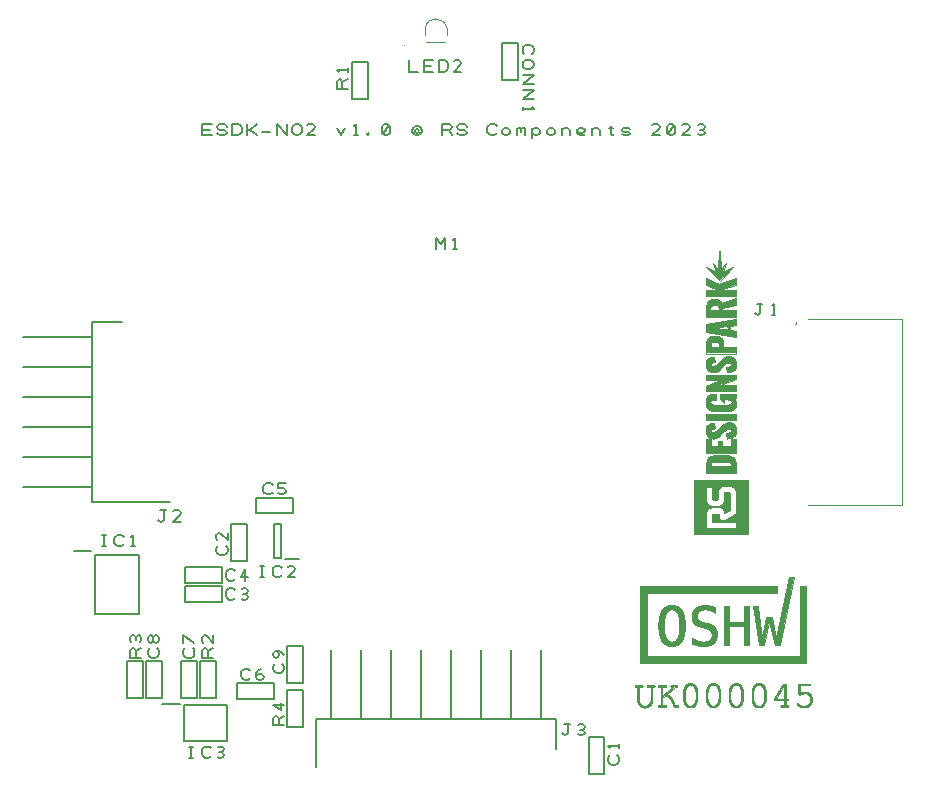
<source format=gbr>
G04 DesignSpark PCB PRO Gerber Version 10.0 Build 5299*
G04 #@! TF.Part,Single*
G04 #@! TF.FileFunction,Legend,Top*
G04 #@! TF.FilePolarity,Positive*
%FSLAX35Y35*%
%MOIN*%
%ADD25C,0.00001*%
%ADD24C,0.00100*%
%ADD23C,0.00394*%
%ADD22C,0.00500*%
%ADD10C,0.00787*%
G04 #@! TD.AperFunction*
X0Y0D02*
D02*
D10*
X21358Y91929D02*
X27165D01*
X27559Y113189D02*
X4567D01*
X27559Y123189D02*
X4567D01*
X27559Y133189D02*
X4567D01*
X27559Y143189D02*
X4567D01*
X27559Y153189D02*
X4567D01*
X27559Y163189D02*
X4567D01*
X28543Y90551D02*
X43110D01*
Y70866D01*
X28543D01*
Y90551D01*
X50886Y40748D02*
X56693D01*
X53543Y108189D02*
X27559D01*
Y168189D01*
X37559D01*
X58071Y40551D02*
X72638D01*
Y28740D01*
X58071D01*
Y40551D01*
X90551Y89567D02*
X88189D01*
Y100984D01*
X90551D01*
Y89567D01*
X96654Y89370D02*
X91929D01*
X102087Y20079D02*
Y36063D01*
X182087D01*
Y26063D01*
X107087Y36063D02*
Y59055D01*
X117087Y36063D02*
Y59055D01*
X127087Y36063D02*
Y59055D01*
X137087Y36063D02*
Y59055D01*
X147087Y36063D02*
Y59055D01*
X157087Y36063D02*
Y59055D01*
X167087Y36063D02*
Y59055D01*
X177087Y36063D02*
Y59055D01*
X262205Y167913D02*
G75*
G02*
Y167520I0J-197D01*
G01*
Y167913D02*
G75*
G02*
Y167520I0J-197D01*
G01*
G75*
G02*
Y167913I0J197D01*
G01*
D02*
D22*
X30859Y93457D02*
X32109D01*
X31484D02*
Y97207D01*
X30859D02*
X32109D01*
X38046Y94082D02*
X37734Y93770D01*
X37109Y93457D01*
X36171D01*
X35546Y93770D01*
X35234Y94082D01*
X34921Y94707D01*
Y95957D01*
X35234Y96582D01*
X35546Y96895D01*
X36171Y97207D01*
X37109D01*
X37734Y96895D01*
X38046Y96582D01*
X40546Y93457D02*
X41796D01*
X41171D02*
Y97207D01*
X40546Y96582D01*
X39082Y55363D02*
X44382D01*
Y43063D01*
X39082D01*
Y55363D01*
X43944Y56299D02*
X40194D01*
Y58487D01*
X40507Y59112D01*
X41132Y59424D01*
X41757Y59112D01*
X42069Y58487D01*
Y56299D01*
Y58487D02*
X43944Y59424D01*
X43632Y61612D02*
X43944Y62237D01*
Y62862D01*
X43632Y63487D01*
X43007Y63799D01*
X42382Y63487D01*
X42069Y62862D01*
Y62237D01*
Y62862D02*
X41757Y63487D01*
X41132Y63799D01*
X40507Y63487D01*
X40194Y62862D01*
Y62237D01*
X40507Y61612D01*
X45381Y55363D02*
X50681D01*
Y43063D01*
X45381D01*
Y55363D01*
X49606Y102350D02*
X49919Y102037D01*
X50544Y101725D01*
X51169Y102037D01*
X51481Y102350D01*
Y105475D01*
X52106D01*
X51481D02*
X50231D01*
X57106Y101725D02*
X54606D01*
X56794Y103913D01*
X57106Y104537D01*
X56794Y105163D01*
X56169Y105475D01*
X55231D01*
X54606Y105163D01*
X49225Y59424D02*
X49537Y59112D01*
X49850Y58487D01*
Y57549D01*
X49537Y56924D01*
X49225Y56612D01*
X48600Y56299D01*
X47350D01*
X46725Y56612D01*
X46412Y56924D01*
X46100Y57549D01*
Y58487D01*
X46412Y59112D01*
X46725Y59424D01*
X47975Y62237D02*
Y62862D01*
X47662Y63487D01*
X47037Y63799D01*
X46412Y63487D01*
X46100Y62862D01*
Y62237D01*
X46412Y61612D01*
X47037Y61299D01*
X47662Y61612D01*
X47975Y62237D01*
X48287Y61612D01*
X48912Y61299D01*
X49537Y61612D01*
X49850Y62237D01*
Y62862D01*
X49537Y63487D01*
X48912Y63799D01*
X48287Y63487D01*
X47975Y62862D01*
X57193Y55363D02*
X62493D01*
Y43063D01*
X57193D01*
Y55363D01*
X58417Y74909D02*
Y80209D01*
X70717D01*
Y74909D01*
X58417D01*
Y81208D02*
Y86508D01*
X70717D01*
Y81208D01*
X58417D01*
X59993Y22985D02*
X61243D01*
X60618D02*
Y26735D01*
X59993D02*
X61243D01*
X67180Y23610D02*
X66868Y23297D01*
X66243Y22985D01*
X65305D01*
X64680Y23297D01*
X64368Y23610D01*
X64055Y24235D01*
Y25485D01*
X64368Y26110D01*
X64680Y26422D01*
X65305Y26735D01*
X66243D01*
X66868Y26422D01*
X67180Y26110D01*
X69368Y23297D02*
X69993Y22985D01*
X70618D01*
X71243Y23297D01*
X71555Y23922D01*
X71243Y24547D01*
X70618Y24860D01*
X69993D01*
X70618D02*
X71243Y25172D01*
X71555Y25797D01*
X71243Y26422D01*
X70618Y26735D01*
X69993D01*
X69368Y26422D01*
X61036Y59424D02*
X61348Y59112D01*
X61661Y58487D01*
Y57549D01*
X61348Y56924D01*
X61036Y56612D01*
X60411Y56299D01*
X59161D01*
X58536Y56612D01*
X58223Y56924D01*
X57911Y57549D01*
Y58487D01*
X58223Y59112D01*
X58536Y59424D01*
X61661Y61299D02*
X57911Y63799D01*
Y61299D01*
X63492Y55363D02*
X68792D01*
Y43063D01*
X63492D01*
Y55363D01*
X67960Y56299D02*
X64210D01*
Y58487D01*
X64522Y59112D01*
X65148Y59424D01*
X65772Y59112D01*
X66085Y58487D01*
Y56299D01*
Y58487D02*
X67960Y59424D01*
Y63799D02*
Y61299D01*
X65772Y63487D01*
X65148Y63799D01*
X64522Y63487D01*
X64210Y62862D01*
Y61924D01*
X64522Y61299D01*
X75172Y76366D02*
X74860Y76053D01*
X74235Y75741D01*
X73297D01*
X72672Y76053D01*
X72360Y76366D01*
X72047Y76991D01*
Y78241D01*
X72360Y78866D01*
X72672Y79178D01*
X73297Y79491D01*
X74235D01*
X74860Y79178D01*
X75172Y78866D01*
X77360Y76053D02*
X77985Y75741D01*
X78610D01*
X79235Y76053D01*
X79547Y76678D01*
X79235Y77303D01*
X78610Y77616D01*
X77985D01*
X78610D02*
X79235Y77928D01*
X79547Y78553D01*
X79235Y79178D01*
X78610Y79491D01*
X77985D01*
X77360Y79178D01*
X75172Y82665D02*
X74860Y82352D01*
X74235Y82040D01*
X73297D01*
X72672Y82352D01*
X72360Y82665D01*
X72047Y83290D01*
Y84540D01*
X72360Y85165D01*
X72672Y85478D01*
X73297Y85790D01*
X74235D01*
X74860Y85478D01*
X75172Y85165D01*
X78610Y82040D02*
Y85790D01*
X77047Y83290D01*
X79547D01*
X72059Y93676D02*
X72372Y93364D01*
X72685Y92739D01*
Y91801D01*
X72372Y91176D01*
X72059Y90864D01*
X71435Y90551D01*
X70185D01*
X69559Y90864D01*
X69247Y91176D01*
X68935Y91801D01*
Y92739D01*
X69247Y93364D01*
X69559Y93676D01*
X72685Y98051D02*
Y95551D01*
X70497Y97739D01*
X69872Y98051D01*
X69247Y97739D01*
X68935Y97114D01*
Y96176D01*
X69247Y95551D01*
X80291Y49594D02*
X79978Y49281D01*
X79353Y48969D01*
X78415D01*
X77791Y49281D01*
X77478Y49594D01*
X77165Y50219D01*
Y51469D01*
X77478Y52094D01*
X77791Y52407D01*
X78415Y52719D01*
X79353D01*
X79978Y52407D01*
X80291Y52094D01*
X82165Y49907D02*
X82478Y50531D01*
X83103Y50844D01*
X83728D01*
X84353Y50531D01*
X84665Y49907D01*
X84353Y49281D01*
X83728Y48969D01*
X83103D01*
X82478Y49281D01*
X82165Y49907D01*
Y50844D01*
X82478Y51781D01*
X83103Y52407D01*
X83728Y52719D01*
X79028Y88732D02*
X73728D01*
Y101032D01*
X79028D01*
Y88732D01*
X82039Y104437D02*
Y109737D01*
X94339D01*
Y104437D01*
X82039D01*
X83615Y83221D02*
X84865D01*
X84240D02*
Y86971D01*
X83615D02*
X84865D01*
X90802Y83846D02*
X90490Y83533D01*
X89865Y83221D01*
X88927D01*
X88302Y83533D01*
X87990Y83846D01*
X87677Y84471D01*
Y85721D01*
X87990Y86346D01*
X88302Y86659D01*
X88927Y86971D01*
X89865D01*
X90490Y86659D01*
X90802Y86346D01*
X95177Y83221D02*
X92677D01*
X94865Y85409D01*
X95177Y86033D01*
X94865Y86659D01*
X94240Y86971D01*
X93302D01*
X92677Y86659D01*
X87771Y111405D02*
X87458Y111093D01*
X86833Y110780D01*
X85896D01*
X85271Y111093D01*
X84958Y111405D01*
X84646Y112030D01*
Y113280D01*
X84958Y113905D01*
X85271Y114218D01*
X85896Y114530D01*
X86833D01*
X87458Y114218D01*
X87771Y113905D01*
X89646Y111093D02*
X90271Y110780D01*
X91208D01*
X91833Y111093D01*
X92146Y111718D01*
Y112030D01*
X91833Y112655D01*
X91208Y112968D01*
X89646D01*
Y114530D01*
X92146D01*
X88040Y47926D02*
Y42626D01*
X75740D01*
Y47926D01*
X88040D01*
X91582Y33858D02*
X87832D01*
Y36046D01*
X88144Y36671D01*
X88770Y36983D01*
X89394Y36671D01*
X89707Y36046D01*
Y33858D01*
Y36046D02*
X91582Y36983D01*
Y40421D02*
X87832D01*
X90332Y38858D01*
Y41358D01*
X90957Y54306D02*
X91270Y53994D01*
X91582Y53369D01*
Y52431D01*
X91270Y51806D01*
X90957Y51494D01*
X90332Y51181D01*
X89082D01*
X88457Y51494D01*
X88144Y51806D01*
X87832Y52431D01*
Y53369D01*
X88144Y53994D01*
X88457Y54306D01*
X91582Y57119D02*
X91270Y57744D01*
X90644Y58369D01*
X89707Y58681D01*
X88770D01*
X88144Y58369D01*
X87832Y57744D01*
Y57119D01*
X88144Y56494D01*
X88770Y56181D01*
X89394Y56494D01*
X89707Y57119D01*
Y57744D01*
X89394Y58369D01*
X88770Y58681D01*
X92626Y45520D02*
X97926D01*
Y33220D01*
X92626D01*
Y45520D01*
X97926Y47787D02*
X92626D01*
Y60087D01*
X97926D01*
Y47787D01*
X112842Y246063D02*
X109092D01*
Y248250D01*
X109404Y248876D01*
X110030Y249188D01*
X110654Y248876D01*
X110967Y248250D01*
Y246063D01*
Y248250D02*
X112842Y249188D01*
Y251688D02*
Y252938D01*
Y252313D02*
X109092D01*
X109717Y251688D01*
X119579Y242669D02*
X114279D01*
Y254969D01*
X119579D01*
Y242669D01*
X133071Y255475D02*
Y251725D01*
X136196D01*
X138071D02*
Y255475D01*
X141196D01*
X140571Y253600D02*
X138071D01*
Y251725D02*
X141196D01*
X143071D02*
Y255475D01*
X144946D01*
X145571Y255163D01*
X145883Y254850D01*
X146196Y254225D01*
Y252975D01*
X145883Y252350D01*
X145571Y252037D01*
X144946Y251725D01*
X143071D01*
X150571D02*
X148071D01*
X150258Y253913D01*
X150571Y254537D01*
X150258Y255163D01*
X149633Y255475D01*
X148696D01*
X148071Y255163D01*
X142136Y192433D02*
Y196183D01*
X143698Y194309D01*
X145261Y196183D01*
Y192433D01*
X147761D02*
X149011D01*
X148386D02*
Y196183D01*
X147761Y195559D01*
X64213Y230465D02*
Y234215D01*
X67338D01*
X66713Y232340D02*
X64213D01*
Y230465D02*
X67338D01*
X69213Y231403D02*
X69525Y230778D01*
X70150Y230465D01*
X71400D01*
X72025Y230778D01*
X72338Y231403D01*
X72025Y232028D01*
X71400Y232340D01*
X70150D01*
X69525Y232653D01*
X69213Y233278D01*
X69525Y233903D01*
X70150Y234215D01*
X71400D01*
X72025Y233903D01*
X72338Y233278D01*
X74213Y230465D02*
Y234215D01*
X76088D01*
X76713Y233903D01*
X77025Y233590D01*
X77338Y232965D01*
Y231715D01*
X77025Y231090D01*
X76713Y230778D01*
X76088Y230465D01*
X74213D01*
X79213D02*
Y234215D01*
Y232340D02*
X80150D01*
X82338Y234215D01*
X80150Y232340D02*
X82338Y230465D01*
X84213Y231715D02*
X86713D01*
X89213Y230465D02*
Y234215D01*
X92338Y230465D01*
Y234215D01*
X94213Y231715D02*
Y232965D01*
X94525Y233590D01*
X94838Y233903D01*
X95463Y234215D01*
X96088D01*
X96713Y233903D01*
X97025Y233590D01*
X97338Y232965D01*
Y231715D01*
X97025Y231090D01*
X96713Y230778D01*
X96088Y230465D01*
X95463D01*
X94838Y230778D01*
X94525Y231090D01*
X94213Y231715D01*
X101713Y230465D02*
X99213D01*
X101400Y232653D01*
X101713Y233278D01*
X101400Y233903D01*
X100775Y234215D01*
X99838D01*
X99213Y233903D01*
X109213Y232965D02*
X110463Y230465D01*
X111713Y232965D01*
X114838Y230465D02*
X116088D01*
X115463D02*
Y234215D01*
X114838Y233590D01*
X119525Y230465D02*
X119838Y230778D01*
X119525Y231090D01*
X119213Y230778D01*
X119525Y230465D01*
X124525Y230778D02*
X125150Y230465D01*
X125775D01*
X126400Y230778D01*
X126713Y231403D01*
Y233278D01*
X126400Y233903D01*
X125775Y234215D01*
X125150D01*
X124525Y233903D01*
X124213Y233278D01*
Y231403D01*
X124525Y230778D01*
X126400Y233903D01*
X134213Y231715D02*
Y232028D01*
X134525Y232965D01*
X134838Y233278D01*
X135463Y233590D01*
X136088D01*
X136713Y233278D01*
X137025Y232965D01*
X137338Y232028D01*
Y231715D01*
X137025Y231090D01*
X136713Y230778D01*
X136088Y230465D01*
X135463D01*
X134838Y230778D01*
X134525Y231090D01*
X134213Y231715D01*
X136400D02*
X135775Y231403D01*
X135150Y231715D01*
Y232340D01*
X135775Y232653D01*
X136400Y232340D01*
X144213Y230465D02*
Y234215D01*
X146400D01*
X147025Y233903D01*
X147338Y233278D01*
X147025Y232653D01*
X146400Y232340D01*
X144213D01*
X146400D02*
X147338Y230465D01*
X149213Y231403D02*
X149525Y230778D01*
X150150Y230465D01*
X151400D01*
X152025Y230778D01*
X152338Y231403D01*
X152025Y232028D01*
X151400Y232340D01*
X150150D01*
X149525Y232653D01*
X149213Y233278D01*
X149525Y233903D01*
X150150Y234215D01*
X151400D01*
X152025Y233903D01*
X152338Y233278D01*
X162338Y231090D02*
X162025Y230778D01*
X161400Y230465D01*
X160463D01*
X159838Y230778D01*
X159525Y231090D01*
X159213Y231715D01*
Y232965D01*
X159525Y233590D01*
X159838Y233903D01*
X160463Y234215D01*
X161400D01*
X162025Y233903D01*
X162338Y233590D01*
X164213Y231403D02*
X164525Y230778D01*
X165150Y230465D01*
X165775D01*
X166400Y230778D01*
X166713Y231403D01*
Y232028D01*
X166400Y232653D01*
X165775Y232965D01*
X165150D01*
X164525Y232653D01*
X164213Y232028D01*
Y231403D01*
X169213Y230465D02*
Y232965D01*
Y232653D02*
X169525Y232965D01*
X170150D01*
X170463Y232653D01*
Y231715D01*
Y232653D02*
X170775Y232965D01*
X171400D01*
X171713Y232653D01*
Y230465D01*
X174213Y232965D02*
Y229528D01*
Y231403D02*
X174525Y230778D01*
X175150Y230465D01*
X175775D01*
X176400Y230778D01*
X176713Y231403D01*
Y232028D01*
X176400Y232653D01*
X175775Y232965D01*
X175150D01*
X174525Y232653D01*
X174213Y232028D01*
Y231403D01*
X179213D02*
X179525Y230778D01*
X180150Y230465D01*
X180775D01*
X181400Y230778D01*
X181713Y231403D01*
Y232028D01*
X181400Y232653D01*
X180775Y232965D01*
X180150D01*
X179525Y232653D01*
X179213Y232028D01*
Y231403D01*
X184213Y230465D02*
Y232965D01*
Y232028D02*
X184525Y232653D01*
X185150Y232965D01*
X185775D01*
X186400Y232653D01*
X186713Y232028D01*
Y230465D01*
X191713Y230778D02*
X191400Y230465D01*
X190775D01*
X190150D01*
X189525Y230778D01*
X189213Y231403D01*
Y232340D01*
X189525Y232653D01*
X190150Y232965D01*
X190775D01*
X191400Y232653D01*
X191713Y232340D01*
Y232028D01*
X191400Y231715D01*
X190775Y231403D01*
X190150D01*
X189525Y231715D01*
X189213Y232028D01*
X194213Y230465D02*
Y232965D01*
Y232028D02*
X194525Y232653D01*
X195150Y232965D01*
X195775D01*
X196400Y232653D01*
X196713Y232028D01*
Y230465D01*
X199733Y232965D02*
X201192D01*
X200463Y233590D02*
Y230778D01*
X200775Y230465D01*
X201088D01*
X201400Y230778D01*
X204213D02*
X204838Y230465D01*
X206088D01*
X206713Y230778D01*
Y231403D01*
X206088Y231715D01*
X204838D01*
X204213Y232028D01*
Y232653D01*
X204838Y232965D01*
X206088D01*
X206713Y232653D01*
X216713Y230465D02*
X214213D01*
X216400Y232653D01*
X216713Y233278D01*
X216400Y233903D01*
X215775Y234215D01*
X214838D01*
X214213Y233903D01*
X219525Y230778D02*
X220150Y230465D01*
X220775D01*
X221400Y230778D01*
X221713Y231403D01*
Y233278D01*
X221400Y233903D01*
X220775Y234215D01*
X220150D01*
X219525Y233903D01*
X219213Y233278D01*
Y231403D01*
X219525Y230778D01*
X221400Y233903D01*
X226713Y230465D02*
X224213D01*
X226400Y232653D01*
X226713Y233278D01*
X226400Y233903D01*
X225775Y234215D01*
X224838D01*
X224213Y233903D01*
X229525Y230778D02*
X230150Y230465D01*
X230775D01*
X231400Y230778D01*
X231713Y231403D01*
X231400Y232028D01*
X230775Y232340D01*
X230150D01*
X230775D02*
X231400Y232653D01*
X231713Y233278D01*
X231400Y233903D01*
X230775Y234215D01*
X230150D01*
X229525Y233903D01*
X169579Y248968D02*
X164279D01*
Y261268D01*
X169579D01*
Y248968D01*
X171641Y257505D02*
X171329Y257817D01*
X171016Y258443D01*
Y259380D01*
X171329Y260005D01*
X171641Y260317D01*
X172266Y260630D01*
X173516D01*
X174141Y260317D01*
X174454Y260005D01*
X174766Y259380D01*
Y258443D01*
X174454Y257817D01*
X174141Y257505D01*
X172266Y255630D02*
X173516D01*
X174141Y255317D01*
X174454Y255005D01*
X174766Y254380D01*
Y253755D01*
X174454Y253130D01*
X174141Y252817D01*
X173516Y252505D01*
X172266D01*
X171641Y252817D01*
X171329Y253130D01*
X171016Y253755D01*
Y254380D01*
X171329Y255005D01*
X171641Y255317D01*
X172266Y255630D01*
X171016Y250630D02*
X174766D01*
X171016Y247505D01*
X174766D01*
X171016Y245630D02*
X174766D01*
X171016Y242505D01*
X174766D01*
X171016Y240005D02*
Y238755D01*
Y239380D02*
X174766D01*
X174141Y240005D01*
X184252Y31090D02*
X184565Y30778D01*
X185189Y30465D01*
X185815Y30778D01*
X186127Y31090D01*
Y34215D01*
X186752D01*
X186127D02*
X184877D01*
X189565Y30778D02*
X190189Y30465D01*
X190815D01*
X191439Y30778D01*
X191752Y31403D01*
X191439Y32028D01*
X190815Y32340D01*
X190189D01*
X190815D02*
X191439Y32653D01*
X191752Y33278D01*
X191439Y33903D01*
X190815Y34215D01*
X190189D01*
X189565Y33903D01*
X198319Y17472D02*
X193019D01*
Y29772D01*
X198319D01*
Y17472D01*
X202571Y23794D02*
X202884Y23482D01*
X203196Y22857D01*
Y21919D01*
X202884Y21294D01*
X202571Y20982D01*
X201946Y20669D01*
X200696D01*
X200071Y20982D01*
X199759Y21294D01*
X199446Y21919D01*
Y22857D01*
X199759Y23482D01*
X200071Y23794D01*
X203196Y26294D02*
Y27544D01*
Y26919D02*
X199446D01*
X200071Y26294D01*
X248425Y171248D02*
X248738Y170935D01*
X249363Y170622D01*
X249988Y170935D01*
X250300Y171248D01*
Y174372D01*
X250925D01*
X250300D02*
X249050D01*
X254050Y170622D02*
X255300D01*
X254675D02*
Y174372D01*
X254050Y173748D01*
D02*
D23*
X131689Y260433D02*
G75*
G02*
X131508I-91J0D01*
G01*
X131689D02*
G75*
G02*
X131508I-91J0D01*
G01*
G75*
G02*
X131689I91J0D01*
G01*
X138386Y263878D02*
X138583Y266339D01*
X138976Y261417D02*
X145276D01*
X145669Y266339D02*
X145866Y263878D01*
X145669Y266340D02*
G75*
G03*
X138583Y266340I-3543J-644D01*
G01*
X266043Y169193D02*
X297579D01*
Y107185D01*
X266043D01*
D02*
D24*
X228048Y97441D02*
X246260D01*
Y115651D01*
X228048D01*
Y97441D01*
X236720Y112975D02*
X236885Y113124D01*
X237060Y113251D01*
X237246Y113355D01*
X237448Y113439D01*
X237665Y113502D01*
X237903Y113546D01*
X238163Y113572D01*
X238448Y113580D01*
X239767D01*
X240041Y113572D01*
X240298Y113545D01*
X240541Y113498D01*
X240767Y113431D01*
X240978Y113346D01*
X241171Y113241D01*
X241346Y113119D01*
X241505Y112978D01*
X241648Y112820D01*
X241770Y112644D01*
X241874Y112451D01*
X241961Y112241D01*
X242026Y112015D01*
X242073Y111772D01*
X242101Y111514D01*
X242107Y111241D01*
Y104739D01*
X242090Y104586D01*
X242037Y104450D01*
X241954Y104338D01*
X241842Y104252D01*
X238474Y102357D01*
X238301Y102262D01*
X238113Y102185D01*
X237917Y102131D01*
X237714Y102100D01*
X237513Y102095D01*
X237315Y102119D01*
X237126Y102174D01*
X236952Y102264D01*
X236755Y102419D01*
X236619Y102596D01*
X236531Y102790D01*
X236481Y103000D01*
X236461Y103223D01*
X236456Y103456D01*
X236460Y103939D01*
X236452Y104048D01*
X236430Y104144D01*
X236392Y104226D01*
X236340Y104294D01*
X236273Y104346D01*
X236192Y104385D01*
X236096Y104407D01*
X235986Y104414D01*
X234719D01*
X234606Y104407D01*
X234513Y104385D01*
X234433Y104347D01*
X234365Y104293D01*
X234312Y104224D01*
X234274Y104144D01*
X234252Y104049D01*
X234244Y103939D01*
Y101668D01*
X242106D01*
Y99569D01*
X232174D01*
Y104150D01*
X232183Y104433D01*
X232211Y104694D01*
X232256Y104933D01*
X232322Y105153D01*
X232407Y105356D01*
X232514Y105544D01*
X232642Y105720D01*
X232791Y105884D01*
X232956Y106033D01*
X233132Y106160D01*
X233317Y106265D01*
X233519Y106348D01*
X233736Y106411D01*
X233974Y106455D01*
X234234Y106481D01*
X234520Y106489D01*
X236250D01*
X236480Y106485D01*
X236698Y106463D01*
X236901Y106425D01*
X237092Y106369D01*
X237269Y106298D01*
X237432Y106210D01*
X237581Y106107D01*
X237715Y105989D01*
X237835Y105856D01*
X237941Y105709D01*
X238031Y105548D01*
X238105Y105373D01*
X238164Y105185D01*
X238207Y104984D01*
X238235Y104771D01*
X238245Y104546D01*
X240043Y105640D01*
Y111013D01*
X240035Y111125D01*
X240014Y111219D01*
X239975Y111298D01*
X239921Y111367D01*
X239853Y111420D01*
X239772Y111457D01*
X239678Y111480D01*
X239567Y111487D01*
X238575D01*
X238465Y111480D01*
X238370Y111457D01*
X238287Y111419D01*
X238221Y111367D01*
X238169Y111299D01*
X238131Y111217D01*
X238107Y111121D01*
X238101Y111011D01*
Y109233D01*
X238092Y108961D01*
X238067Y108711D01*
X238023Y108482D01*
X237961Y108271D01*
X237880Y108076D01*
X237779Y107896D01*
X237656Y107728D01*
X237514Y107569D01*
X237355Y107426D01*
X237187Y107305D01*
X237009Y107204D01*
X236817Y107124D01*
X236607Y107064D01*
X236381Y107021D01*
X236131Y106997D01*
X235859Y106989D01*
X234513D01*
X234239Y106995D01*
X233981Y107022D01*
X233739Y107069D01*
X233512Y107135D01*
X233303Y107221D01*
X233110Y107326D01*
X232934Y107449D01*
X232775Y107590D01*
X232635Y107749D01*
X232512Y107925D01*
X232407Y108119D01*
X232323Y108329D01*
X232256Y108555D01*
X232209Y108797D01*
X232182Y109055D01*
X232174Y109328D01*
Y113368D01*
X234244D01*
Y109541D01*
X234252Y109431D01*
X234274Y109335D01*
X234312Y109254D01*
X234364Y109186D01*
X234431Y109133D01*
X234513Y109095D01*
X234609Y109072D01*
X234719Y109065D01*
X235634D01*
X235744Y109072D01*
X235840Y109095D01*
X235921Y109133D01*
X235989Y109186D01*
X236041Y109254D01*
X236079Y109335D01*
X236101Y109431D01*
X236109Y109541D01*
Y111232D01*
X236117Y111516D01*
X236144Y111777D01*
X236189Y112018D01*
X236254Y112239D01*
X236339Y112444D01*
X236444Y112633D01*
X236571Y112810D01*
X236720Y112975D01*
X228098Y106574D02*
G36*
X228098Y106574D02*
Y97491D01*
X246210D01*
Y106574D01*
X242107D01*
Y104739D01*
X242090Y104586D01*
X242037Y104450D01*
X241954Y104338D01*
X241842Y104252D01*
X238474Y102357D01*
X238301Y102262D01*
X238113Y102185D01*
X237917Y102131D01*
X237714Y102100D01*
X237513Y102095D01*
X237315Y102119D01*
X237126Y102174D01*
X236952Y102264D01*
X236755Y102419D01*
X236619Y102596D01*
X236531Y102790D01*
X236481Y103000D01*
X236461Y103223D01*
X236456Y103456D01*
X236460Y103939D01*
X236452Y104048D01*
X236430Y104144D01*
X236392Y104226D01*
X236340Y104294D01*
X236273Y104346D01*
X236192Y104385D01*
X236096Y104407D01*
X235986Y104414D01*
X234719D01*
X234606Y104407D01*
X234513Y104385D01*
X234433Y104347D01*
X234365Y104293D01*
X234312Y104224D01*
X234274Y104144D01*
X234252Y104049D01*
X234244Y103939D01*
Y101668D01*
X242106D01*
Y99569D01*
X232174D01*
Y104150D01*
X232183Y104433D01*
X232211Y104694D01*
X232256Y104933D01*
X232322Y105153D01*
X232407Y105356D01*
X232514Y105544D01*
X232642Y105720D01*
X232791Y105884D01*
X232956Y106033D01*
X233132Y106160D01*
X233317Y106265D01*
X233519Y106348D01*
X233736Y106411D01*
X233974Y106455D01*
X234234Y106481D01*
X234520Y106489D01*
X236250D01*
X236480Y106485D01*
X236698Y106463D01*
X236901Y106425D01*
X237092Y106369D01*
X237269Y106298D01*
X237432Y106210D01*
X237581Y106107D01*
X237715Y105989D01*
X237835Y105856D01*
X237941Y105709D01*
X238031Y105548D01*
X238105Y105373D01*
X238164Y105185D01*
X238207Y104984D01*
X238235Y104771D01*
X238245Y104546D01*
X240043Y105640D01*
Y106574D01*
X228098D01*
G37*
Y115601D02*
G36*
X228098Y115601D02*
Y106574D01*
X240043D01*
Y111013D01*
X240035Y111125D01*
X240014Y111219D01*
X239975Y111298D01*
X239921Y111367D01*
X239853Y111420D01*
X239772Y111457D01*
X239678Y111480D01*
X239567Y111487D01*
X238575D01*
X238465Y111480D01*
X238370Y111457D01*
X238287Y111419D01*
X238221Y111367D01*
X238169Y111299D01*
X238131Y111217D01*
X238107Y111121D01*
X238101Y111011D01*
Y109233D01*
X238092Y108961D01*
X238067Y108711D01*
X238023Y108482D01*
X237961Y108271D01*
X237880Y108076D01*
X237779Y107896D01*
X237656Y107728D01*
X237514Y107569D01*
X237355Y107426D01*
X237187Y107305D01*
X237009Y107204D01*
X236817Y107124D01*
X236607Y107064D01*
X236381Y107021D01*
X236131Y106997D01*
X235859Y106989D01*
X234513D01*
X234239Y106995D01*
X233981Y107022D01*
X233739Y107069D01*
X233512Y107135D01*
X233303Y107221D01*
X233110Y107326D01*
X232934Y107449D01*
X232775Y107590D01*
X232635Y107749D01*
X232512Y107925D01*
X232407Y108119D01*
X232323Y108329D01*
X232256Y108555D01*
X232209Y108797D01*
X232182Y109055D01*
X232174Y109328D01*
Y113368D01*
X234244D01*
Y109541D01*
X234252Y109431D01*
X234274Y109335D01*
X234312Y109254D01*
X234364Y109186D01*
X234431Y109133D01*
X234513Y109095D01*
X234609Y109072D01*
X234719Y109065D01*
X235634D01*
X235744Y109072D01*
X235840Y109095D01*
X235921Y109133D01*
X235989Y109186D01*
X236041Y109254D01*
X236079Y109335D01*
X236101Y109431D01*
X236109Y109541D01*
Y111232D01*
X236117Y111516D01*
X236144Y111777D01*
X236189Y112018D01*
X236254Y112239D01*
X236339Y112444D01*
X236444Y112633D01*
X236571Y112810D01*
X236720Y112975D01*
X236885Y113124D01*
X237060Y113251D01*
X237246Y113355D01*
X237448Y113439D01*
X237665Y113502D01*
X237903Y113546D01*
X238163Y113572D01*
X238448Y113580D01*
X239767D01*
X240041Y113572D01*
X240298Y113545D01*
X240541Y113498D01*
X240767Y113431D01*
X240978Y113346D01*
X241171Y113241D01*
X241346Y113119D01*
X241505Y112978D01*
X241648Y112820D01*
X241770Y112644D01*
X241874Y112451D01*
X241961Y112241D01*
X242026Y112015D01*
X242073Y111772D01*
X242101Y111514D01*
X242107Y111241D01*
Y106574D01*
X246210D01*
Y115601D01*
X228098D01*
G37*
X232174Y117935D02*
X242106D01*
Y120474D01*
X242095Y120933D01*
X242062Y121352D01*
X242004Y121731D01*
X241923Y122072D01*
X241817Y122377D01*
X241686Y122648D01*
X241531Y122885D01*
X241350Y123090D01*
X241142Y123266D01*
X240909Y123413D01*
X240648Y123533D01*
X240359Y123628D01*
X240042Y123699D01*
X239696Y123748D01*
X239322Y123776D01*
X238919Y123785D01*
X235313D01*
X234914Y123776D01*
X234545Y123748D01*
X234204Y123698D01*
X233892Y123628D01*
X233607Y123532D01*
X233351Y123411D01*
X233120Y123264D01*
X232917Y123087D01*
X232739Y122880D01*
X232585Y122642D01*
X232457Y122369D01*
X232354Y122062D01*
X232275Y121718D01*
X232219Y121335D01*
X232185Y120913D01*
X232174Y120449D01*
Y117935D01*
X240586Y120474D02*
Y120130D01*
X233707D01*
Y120461D01*
X233724Y120785D01*
X233776Y121037D01*
X233865Y121225D01*
X233994Y121358D01*
X234163Y121446D01*
X234374Y121498D01*
X234631Y121522D01*
X234933Y121528D01*
X239262D01*
X239576Y121524D01*
X239846Y121503D01*
X240074Y121456D01*
X240260Y121374D01*
X240336Y121315D01*
X240403Y121244D01*
X240460Y121158D01*
X240505Y121057D01*
X240567Y120804D01*
X240586Y120474D01*
X232224Y120829D02*
G36*
X232224Y120829D02*
Y117985D01*
X242056D01*
Y120829D01*
X240561D01*
X240567Y120804D01*
X240586Y120474D01*
Y120130D01*
X233707D01*
Y120461D01*
X233724Y120785D01*
X233733Y120829D01*
X232224D01*
G37*
Y121372D02*
G36*
X232224Y121372D02*
Y120829D01*
X233733D01*
X233776Y121037D01*
X233865Y121225D01*
X233994Y121358D01*
X234163Y121446D01*
X234374Y121498D01*
X234631Y121522D01*
X234933Y121528D01*
X239262D01*
X239576Y121524D01*
X239846Y121503D01*
X240074Y121456D01*
X240260Y121374D01*
X240336Y121315D01*
X240403Y121244D01*
X240460Y121158D01*
X240505Y121057D01*
X240561Y120829D01*
X242056D01*
Y121388D01*
X242004Y121731D01*
X241923Y122072D01*
X241817Y122377D01*
X241686Y122648D01*
X241531Y122885D01*
X241350Y123090D01*
X241142Y123266D01*
X240909Y123413D01*
X240648Y123533D01*
X240359Y123628D01*
X240042Y123699D01*
X239789Y123735D01*
X234455D01*
X234204Y123698D01*
X233892Y123628D01*
X233607Y123532D01*
X233351Y123411D01*
X233120Y123264D01*
X232917Y123087D01*
X232739Y122880D01*
X232585Y122642D01*
X232457Y122369D01*
X232354Y122062D01*
X232275Y121718D01*
X232224Y121372D01*
G37*
X232174Y124631D02*
Y129094D01*
X233671D01*
Y126826D01*
X236135D01*
Y128555D01*
X237655D01*
Y126826D01*
X240623D01*
Y129119D01*
X242106D01*
Y124631D01*
X232174D01*
G36*
X232174Y124631D02*
Y129094D01*
X233671D01*
Y126826D01*
X236135D01*
Y128555D01*
X237655D01*
Y126826D01*
X240623D01*
Y129119D01*
X242106D01*
Y124631D01*
X232174D01*
G37*
Y135446D02*
Y137641D01*
X242106D01*
Y135446D01*
X232174D01*
G36*
X232174Y135446D02*
Y137641D01*
X242106D01*
Y135446D01*
X232174D01*
G37*
Y145281D02*
Y146826D01*
X236956Y148861D01*
X232174D01*
Y150676D01*
X242106D01*
Y149192D01*
X236956Y147157D01*
X242106D01*
Y145281D01*
X232174D01*
G36*
X232174Y145281D02*
Y146826D01*
X236956Y148861D01*
X232174D01*
Y150676D01*
X242106D01*
Y149192D01*
X236956Y147157D01*
X242106D01*
Y145281D01*
X232174D01*
G37*
Y157727D02*
X242106D01*
Y159922D01*
X237889D01*
Y160804D01*
X237861Y161389D01*
X237824Y161666D01*
X237769Y161931D01*
X237693Y162182D01*
X237598Y162418D01*
X237478Y162639D01*
X237332Y162842D01*
X237161Y163026D01*
X236960Y163189D01*
X236729Y163332D01*
X236467Y163452D01*
X236169Y163547D01*
X235836Y163617D01*
X235465Y163659D01*
X235056Y163674D01*
X234721Y163664D01*
X234404Y163635D01*
X234107Y163585D01*
X233830Y163516D01*
X233573Y163426D01*
X233336Y163316D01*
X233120Y163186D01*
X232925Y163035D01*
X232752Y162863D01*
X232601Y162670D01*
X232472Y162456D01*
X232367Y162220D01*
X232283Y161963D01*
X232223Y161685D01*
X232186Y161384D01*
X232174Y161062D01*
Y157727D01*
X236356Y160657D02*
Y159922D01*
X233720D01*
Y160645D01*
X233744Y160940D01*
X233817Y161169D01*
X233933Y161340D01*
X234089Y161461D01*
X234280Y161540D01*
X234501Y161587D01*
X234748Y161608D01*
X235020Y161614D01*
X235337Y161606D01*
X235611Y161578D01*
X235841Y161525D01*
X236028Y161439D01*
X236172Y161316D01*
X236274Y161148D01*
X236335Y160931D01*
X236356Y160657D01*
X232224Y160768D02*
G36*
X232224Y160768D02*
Y157777D01*
X242056D01*
Y159922D01*
X237889D01*
Y160768D01*
X236348D01*
X236356Y160657D01*
Y159922D01*
X233720D01*
Y160645D01*
X233730Y160768D01*
X232224D01*
G37*
Y161688D02*
G36*
X232224Y161688D02*
Y160768D01*
X233730D01*
X233744Y160940D01*
X233817Y161169D01*
X233933Y161340D01*
X234089Y161461D01*
X234280Y161540D01*
X234501Y161587D01*
X234748Y161608D01*
X235020Y161614D01*
X235337Y161606D01*
X235611Y161578D01*
X235841Y161525D01*
X236028Y161439D01*
X236172Y161316D01*
X236274Y161148D01*
X236335Y160931D01*
X236348Y160768D01*
X237889D01*
Y160804D01*
X237861Y161389D01*
X237824Y161666D01*
X237769Y161931D01*
X237693Y162182D01*
X237598Y162418D01*
X237478Y162639D01*
X237332Y162842D01*
X237161Y163026D01*
X236960Y163189D01*
X236729Y163332D01*
X236467Y163452D01*
X236169Y163547D01*
X235836Y163617D01*
X235772Y163624D01*
X234341D01*
X234107Y163585D01*
X233830Y163516D01*
X233573Y163426D01*
X233336Y163316D01*
X233120Y163186D01*
X232925Y163035D01*
X232752Y162863D01*
X232601Y162670D01*
X232472Y162456D01*
X232367Y162220D01*
X232283Y161963D01*
X232224Y161688D01*
G37*
X232174Y167561D02*
Y165059D01*
X242106Y163183D01*
Y165256D01*
X240010Y165599D01*
X238698Y165795D01*
X234823Y166322D01*
X238698Y166850D01*
X240010Y165599D01*
Y167059D01*
X242106Y167390D01*
Y169413D01*
X232174Y167561D01*
G36*
X232174Y167561D02*
Y165059D01*
X242106Y163183D01*
Y165256D01*
X240010Y165599D01*
X238698Y165795D01*
X234823Y166322D01*
X238698Y166850D01*
X240010Y165599D01*
Y167059D01*
X242106Y167390D01*
Y169413D01*
X232174Y167561D01*
G37*
Y169928D02*
X242106D01*
Y172122D01*
X237655D01*
Y172748D01*
X242106Y173839D01*
Y176108D01*
X237300Y174747D01*
X237109Y175081D01*
X236885Y175350D01*
X236628Y175562D01*
X236334Y175722D01*
X236006Y175835D01*
X235641Y175909D01*
X235239Y175949D01*
X234798Y175961D01*
X234425Y175946D01*
X234087Y175901D01*
X233782Y175828D01*
X233509Y175726D01*
X233267Y175598D01*
X233052Y175444D01*
X232865Y175265D01*
X232704Y175061D01*
X232569Y174834D01*
X232455Y174584D01*
X232363Y174313D01*
X232291Y174021D01*
X232237Y173709D01*
X232202Y173378D01*
X232174Y172662D01*
Y169928D01*
X236393Y172736D02*
Y172122D01*
X233645D01*
Y172834D01*
X233669Y173120D01*
X233737Y173356D01*
X233850Y173546D01*
X234003Y173693D01*
X234196Y173800D01*
X234428Y173872D01*
X234694Y173913D01*
X234994Y173925D01*
X235309Y173912D01*
X235585Y173869D01*
X235825Y173791D01*
X236025Y173676D01*
X236183Y173517D01*
X236298Y173310D01*
X236369Y173051D01*
X236393Y172736D01*
X232224Y173024D02*
G36*
X232224Y173024D02*
Y169978D01*
X242056D01*
Y172122D01*
X237655D01*
Y172748D01*
X238779Y173024D01*
X236370D01*
X236393Y172736D01*
Y172122D01*
X233645D01*
Y172834D01*
X233661Y173024D01*
X232224D01*
G37*
Y173584D02*
G36*
X232224Y173584D02*
Y173024D01*
X233661D01*
X233669Y173120D01*
X233737Y173356D01*
X233850Y173546D01*
X234003Y173693D01*
X234196Y173800D01*
X234428Y173872D01*
X234694Y173913D01*
X234994Y173925D01*
X235309Y173912D01*
X235585Y173869D01*
X235825Y173791D01*
X236025Y173676D01*
X236183Y173517D01*
X236298Y173310D01*
X236369Y173051D01*
X236370Y173024D01*
X238779D01*
X242056Y173827D01*
Y176058D01*
X241930D01*
X237300Y174747D01*
X237109Y175081D01*
X236885Y175350D01*
X236628Y175562D01*
X236334Y175722D01*
X236006Y175835D01*
X235641Y175909D01*
X235239Y175949D01*
X234798Y175961D01*
X234425Y175946D01*
X234087Y175901D01*
X233782Y175828D01*
X233509Y175726D01*
X233267Y175598D01*
X233052Y175444D01*
X232865Y175265D01*
X232704Y175061D01*
X232569Y174834D01*
X232455Y174584D01*
X232363Y174313D01*
X232291Y174021D01*
X232237Y173709D01*
X232224Y173584D01*
G37*
X232174Y176794D02*
Y178990D01*
X236233D01*
X232174Y180657D01*
Y182803D01*
X236662Y180964D01*
X242106Y182889D01*
Y180657D01*
X237717Y179222D01*
X238110Y178990D01*
X242106D01*
Y176794D01*
X232174D01*
G36*
X232174Y176794D02*
Y178990D01*
X236233D01*
X232174Y180657D01*
Y182803D01*
X236662Y180964D01*
X242106Y182889D01*
Y180657D01*
X237717Y179222D01*
X238110Y178990D01*
X242106D01*
Y176794D01*
X232174D01*
G37*
X236664Y191922D02*
Y191929D01*
Y191922D02*
Y191929D01*
Y191916D01*
X236173Y185594D01*
X234365Y188065D01*
X235378Y184983D01*
X232165Y186449D01*
X236665Y181992D01*
X241165Y186449D01*
X237953Y184983D01*
X238964Y188065D01*
X237157Y185594D01*
X236665Y191916D01*
Y191929D01*
X236664D01*
G36*
X236664Y191929D02*
Y191916D01*
X236173Y185594D01*
X234365Y188065D01*
X235378Y184983D01*
X232165Y186449D01*
X236665Y181992D01*
X241165Y186449D01*
X237953Y184983D01*
X238964Y188065D01*
X237157Y185594D01*
X236665Y191916D01*
Y191929D01*
X236664D01*
G37*
X236665Y181992D02*
X236956Y142627D02*
X238245Y141390D01*
Y142423D01*
X239409D01*
X239659Y142414D01*
X239895Y142384D01*
X240113Y142330D01*
X240306Y142247D01*
X240467Y142133D01*
X240591Y141983D01*
X240669Y141795D01*
X240696Y141565D01*
X240670Y141336D01*
X240594Y141152D01*
X240475Y141009D01*
X240319Y140901D01*
X240130Y140826D01*
X239915Y140777D01*
X239682Y140751D01*
X239434Y140743D01*
X234835D01*
X234386Y140762D01*
X234175Y140796D01*
X233984Y140857D01*
X233822Y140951D01*
X233695Y141085D01*
X233648Y141170D01*
X233613Y141267D01*
X233584Y141504D01*
X233610Y141733D01*
X233682Y141908D01*
X233796Y142038D01*
X233944Y142129D01*
X234123Y142188D01*
X234324Y142221D01*
X234774Y142239D01*
X235583D01*
Y144385D01*
X234945D01*
X234629Y144377D01*
X234324Y144350D01*
X234035Y144305D01*
X233762Y144240D01*
X233505Y144153D01*
X233267Y144044D01*
X233045Y143912D01*
X232844Y143755D01*
X232663Y143573D01*
X232503Y143363D01*
X232365Y143126D01*
X232251Y142859D01*
X232160Y142563D01*
X232093Y142234D01*
X232053Y141873D01*
X232040Y141479D01*
X232055Y141072D01*
X232101Y140700D01*
X232176Y140362D01*
X232281Y140056D01*
X232414Y139783D01*
X232573Y139539D01*
X232760Y139325D01*
X232971Y139139D01*
X233207Y138978D01*
X233467Y138844D01*
X233751Y138733D01*
X234056Y138646D01*
X234384Y138580D01*
X234732Y138534D01*
X235098Y138508D01*
X235485Y138499D01*
X238821D01*
X239196Y138507D01*
X239556Y138531D01*
X239898Y138574D01*
X240221Y138635D01*
X240524Y138716D01*
X240807Y138818D01*
X241067Y138941D01*
X241305Y139088D01*
X241519Y139259D01*
X241707Y139455D01*
X241870Y139678D01*
X242005Y139927D01*
X242113Y140206D01*
X242191Y140513D01*
X242237Y140852D01*
X242254Y141222D01*
X242235Y141530D01*
X242182Y141802D01*
X242096Y142041D01*
X241981Y142250D01*
X241840Y142431D01*
X241674Y142585D01*
X241489Y142717D01*
X241285Y142828D01*
X242106Y142951D01*
Y144398D01*
X236956D01*
Y142627D01*
G36*
X236956Y142627D02*
X238245Y141390D01*
Y142423D01*
X239409D01*
X239659Y142414D01*
X239895Y142384D01*
X240113Y142330D01*
X240306Y142247D01*
X240467Y142133D01*
X240591Y141983D01*
X240669Y141795D01*
X240696Y141565D01*
X240670Y141336D01*
X240594Y141152D01*
X240475Y141009D01*
X240319Y140901D01*
X240130Y140826D01*
X239915Y140777D01*
X239682Y140751D01*
X239434Y140743D01*
X234835D01*
X234386Y140762D01*
X234175Y140796D01*
X233984Y140857D01*
X233822Y140951D01*
X233695Y141085D01*
X233648Y141170D01*
X233613Y141267D01*
X233584Y141504D01*
X233610Y141733D01*
X233682Y141908D01*
X233796Y142038D01*
X233944Y142129D01*
X234123Y142188D01*
X234324Y142221D01*
X234774Y142239D01*
X235583D01*
Y144385D01*
X234945D01*
X234629Y144377D01*
X234324Y144350D01*
X234035Y144305D01*
X233762Y144240D01*
X233505Y144153D01*
X233267Y144044D01*
X233045Y143912D01*
X232844Y143755D01*
X232663Y143573D01*
X232503Y143363D01*
X232365Y143126D01*
X232251Y142859D01*
X232160Y142563D01*
X232093Y142234D01*
X232053Y141873D01*
X232040Y141479D01*
X232055Y141072D01*
X232101Y140700D01*
X232176Y140362D01*
X232281Y140056D01*
X232414Y139783D01*
X232573Y139539D01*
X232760Y139325D01*
X232971Y139139D01*
X233207Y138978D01*
X233467Y138844D01*
X233751Y138733D01*
X234056Y138646D01*
X234384Y138580D01*
X234732Y138534D01*
X235098Y138508D01*
X235485Y138499D01*
X238821D01*
X239196Y138507D01*
X239556Y138531D01*
X239898Y138574D01*
X240221Y138635D01*
X240524Y138716D01*
X240807Y138818D01*
X241067Y138941D01*
X241305Y139088D01*
X241519Y139259D01*
X241707Y139455D01*
X241870Y139678D01*
X242005Y139927D01*
X242113Y140206D01*
X242191Y140513D01*
X242237Y140852D01*
X242254Y141222D01*
X242235Y141530D01*
X242182Y141802D01*
X242096Y142041D01*
X241981Y142250D01*
X241840Y142431D01*
X241674Y142585D01*
X241489Y142717D01*
X241285Y142828D01*
X242106Y142951D01*
Y144398D01*
X236956D01*
Y142627D01*
G37*
X239103Y129401D02*
X238821Y131277D01*
X239267Y131299D01*
X239640Y131346D01*
X239945Y131418D01*
X240186Y131515D01*
X240367Y131636D01*
X240492Y131782D01*
X240563Y131953D01*
X240586Y132148D01*
X240570Y132302D01*
X240522Y132425D01*
X240448Y132522D01*
X240353Y132594D01*
X240243Y132644D01*
X240121Y132677D01*
X239863Y132700D01*
X239570Y132680D01*
X239302Y132624D01*
X239056Y132532D01*
X238826Y132407D01*
X238609Y132250D01*
X238398Y132063D01*
X238187Y131849D01*
X237974Y131608D01*
X237226Y130750D01*
X236982Y130474D01*
X236722Y130220D01*
X236444Y129993D01*
X236144Y129796D01*
X235817Y129635D01*
X235461Y129515D01*
X235069Y129439D01*
X234639Y129413D01*
X234333Y129426D01*
X234045Y129462D01*
X233775Y129523D01*
X233524Y129607D01*
X233292Y129713D01*
X233079Y129841D01*
X232884Y129991D01*
X232710Y130161D01*
X232554Y130352D01*
X232419Y130561D01*
X232304Y130791D01*
X232210Y131037D01*
X232135Y131302D01*
X232082Y131584D01*
X232050Y131883D01*
X232040Y132197D01*
X232059Y132574D01*
X232113Y132910D01*
X232200Y133209D01*
X232317Y133472D01*
X232459Y133701D01*
X232624Y133899D01*
X232811Y134069D01*
X233013Y134211D01*
X233229Y134329D01*
X233455Y134425D01*
X233690Y134501D01*
X233928Y134559D01*
X234404Y134632D01*
X234860Y134661D01*
X235093Y132773D01*
X234494Y132741D01*
X234246Y132706D01*
X234039Y132650D01*
X233871Y132570D01*
X233748Y132459D01*
X233672Y132312D01*
X233645Y132123D01*
X233665Y131981D01*
X233719Y131860D01*
X233800Y131759D01*
X233903Y131677D01*
X234023Y131614D01*
X234153Y131570D01*
X234286Y131543D01*
X234419Y131535D01*
X234679Y131552D01*
X234913Y131603D01*
X235125Y131685D01*
X235321Y131797D01*
X235506Y131935D01*
X235685Y132098D01*
X236050Y132491D01*
X236773Y133313D01*
X237055Y133626D01*
X237355Y133916D01*
X237676Y134179D01*
X238023Y134407D01*
X238400Y134595D01*
X238811Y134737D01*
X239261Y134826D01*
X239752Y134858D01*
X240013Y134846D01*
X240265Y134811D01*
X240507Y134754D01*
X240739Y134674D01*
X240957Y134573D01*
X241164Y134452D01*
X241355Y134311D01*
X241532Y134151D01*
X241692Y133972D01*
X241834Y133776D01*
X241957Y133562D01*
X242062Y133331D01*
X242144Y133085D01*
X242204Y132824D01*
X242242Y132548D01*
X242254Y132258D01*
X242243Y131918D01*
X242210Y131600D01*
X242152Y131304D01*
X242072Y131030D01*
X241967Y130779D01*
X241839Y130549D01*
X241685Y130341D01*
X241506Y130154D01*
X241301Y129987D01*
X241070Y129843D01*
X240812Y129719D01*
X240526Y129615D01*
X240213Y129531D01*
X239872Y129468D01*
X239502Y129424D01*
X239103Y129401D01*
G36*
X239103Y129401D02*
X238821Y131277D01*
X239267Y131299D01*
X239640Y131346D01*
X239945Y131418D01*
X240186Y131515D01*
X240367Y131636D01*
X240492Y131782D01*
X240563Y131953D01*
X240586Y132148D01*
X240570Y132302D01*
X240522Y132425D01*
X240448Y132522D01*
X240353Y132594D01*
X240243Y132644D01*
X240121Y132677D01*
X239863Y132700D01*
X239570Y132680D01*
X239302Y132624D01*
X239056Y132532D01*
X238826Y132407D01*
X238609Y132250D01*
X238398Y132063D01*
X238187Y131849D01*
X237974Y131608D01*
X237226Y130750D01*
X236982Y130474D01*
X236722Y130220D01*
X236444Y129993D01*
X236144Y129796D01*
X235817Y129635D01*
X235461Y129515D01*
X235069Y129439D01*
X234639Y129413D01*
X234333Y129426D01*
X234045Y129462D01*
X233775Y129523D01*
X233524Y129607D01*
X233292Y129713D01*
X233079Y129841D01*
X232884Y129991D01*
X232710Y130161D01*
X232554Y130352D01*
X232419Y130561D01*
X232304Y130791D01*
X232210Y131037D01*
X232135Y131302D01*
X232082Y131584D01*
X232050Y131883D01*
X232040Y132197D01*
X232059Y132574D01*
X232113Y132910D01*
X232200Y133209D01*
X232317Y133472D01*
X232459Y133701D01*
X232624Y133899D01*
X232811Y134069D01*
X233013Y134211D01*
X233229Y134329D01*
X233455Y134425D01*
X233690Y134501D01*
X233928Y134559D01*
X234404Y134632D01*
X234860Y134661D01*
X235093Y132773D01*
X234494Y132741D01*
X234246Y132706D01*
X234039Y132650D01*
X233871Y132570D01*
X233748Y132459D01*
X233672Y132312D01*
X233645Y132123D01*
X233665Y131981D01*
X233719Y131860D01*
X233800Y131759D01*
X233903Y131677D01*
X234023Y131614D01*
X234153Y131570D01*
X234286Y131543D01*
X234419Y131535D01*
X234679Y131552D01*
X234913Y131603D01*
X235125Y131685D01*
X235321Y131797D01*
X235506Y131935D01*
X235685Y132098D01*
X236050Y132491D01*
X236773Y133313D01*
X237055Y133626D01*
X237355Y133916D01*
X237676Y134179D01*
X238023Y134407D01*
X238400Y134595D01*
X238811Y134737D01*
X239261Y134826D01*
X239752Y134858D01*
X240013Y134846D01*
X240265Y134811D01*
X240507Y134754D01*
X240739Y134674D01*
X240957Y134573D01*
X241164Y134452D01*
X241355Y134311D01*
X241532Y134151D01*
X241692Y133972D01*
X241834Y133776D01*
X241957Y133562D01*
X242062Y133331D01*
X242144Y133085D01*
X242204Y132824D01*
X242242Y132548D01*
X242254Y132258D01*
X242243Y131918D01*
X242210Y131600D01*
X242152Y131304D01*
X242072Y131030D01*
X241967Y130779D01*
X241839Y130549D01*
X241685Y130341D01*
X241506Y130154D01*
X241301Y129987D01*
X241070Y129843D01*
X240812Y129719D01*
X240526Y129615D01*
X240213Y129531D01*
X239872Y129468D01*
X239502Y129424D01*
X239103Y129401D01*
G37*
Y151448D02*
X238821Y153324D01*
X239267Y153346D01*
X239640Y153393D01*
X239945Y153465D01*
X240186Y153562D01*
X240367Y153683D01*
X240492Y153830D01*
X240563Y154000D01*
X240586Y154195D01*
X240570Y154349D01*
X240522Y154473D01*
X240448Y154569D01*
X240353Y154641D01*
X240243Y154692D01*
X240121Y154724D01*
X239863Y154747D01*
X239570Y154728D01*
X239302Y154671D01*
X239056Y154580D01*
X238826Y154454D01*
X238609Y154297D01*
X238398Y154111D01*
X238187Y153896D01*
X237974Y153656D01*
X237226Y152797D01*
X236982Y152521D01*
X236722Y152268D01*
X236444Y152040D01*
X236144Y151844D01*
X235817Y151683D01*
X235461Y151563D01*
X235069Y151487D01*
X234639Y151461D01*
X234333Y151473D01*
X234045Y151510D01*
X233775Y151570D01*
X233524Y151654D01*
X233292Y151760D01*
X233079Y151889D01*
X232884Y152038D01*
X232710Y152209D01*
X232554Y152399D01*
X232419Y152609D01*
X232304Y152838D01*
X232210Y153085D01*
X232135Y153350D01*
X232082Y153632D01*
X232050Y153930D01*
X232040Y154244D01*
X232059Y154621D01*
X232113Y154957D01*
X232200Y155256D01*
X232317Y155519D01*
X232459Y155748D01*
X232624Y155946D01*
X232811Y156116D01*
X233013Y156258D01*
X233229Y156376D01*
X233455Y156472D01*
X233690Y156548D01*
X233928Y156607D01*
X234404Y156680D01*
X234860Y156709D01*
X235093Y154820D01*
X234494Y154788D01*
X234246Y154753D01*
X234039Y154698D01*
X233871Y154618D01*
X233748Y154507D01*
X233672Y154359D01*
X233645Y154170D01*
X233665Y154029D01*
X233719Y153908D01*
X233800Y153807D01*
X233903Y153725D01*
X234023Y153662D01*
X234153Y153617D01*
X234286Y153591D01*
X234419Y153582D01*
X234679Y153600D01*
X234913Y153650D01*
X235125Y153733D01*
X235321Y153844D01*
X235506Y153983D01*
X235685Y154146D01*
X236050Y154539D01*
X236773Y155360D01*
X237055Y155673D01*
X237355Y155964D01*
X237676Y156226D01*
X238023Y156454D01*
X238400Y156643D01*
X238811Y156785D01*
X239261Y156874D01*
X239752Y156905D01*
X240013Y156893D01*
X240265Y156858D01*
X240507Y156801D01*
X240739Y156722D01*
X240957Y156621D01*
X241164Y156500D01*
X241355Y156359D01*
X241532Y156199D01*
X241692Y156020D01*
X241834Y155823D01*
X241957Y155609D01*
X242062Y155379D01*
X242144Y155133D01*
X242204Y154871D01*
X242242Y154595D01*
X242254Y154306D01*
X242243Y153965D01*
X242210Y153647D01*
X242152Y153352D01*
X242072Y153078D01*
X241967Y152826D01*
X241839Y152596D01*
X241685Y152388D01*
X241506Y152201D01*
X241301Y152035D01*
X241070Y151890D01*
X240812Y151766D01*
X240526Y151662D01*
X240213Y151578D01*
X239872Y151515D01*
X239502Y151472D01*
X239103Y151448D01*
G36*
X239103Y151448D02*
X238821Y153324D01*
X239267Y153346D01*
X239640Y153393D01*
X239945Y153465D01*
X240186Y153562D01*
X240367Y153683D01*
X240492Y153830D01*
X240563Y154000D01*
X240586Y154195D01*
X240570Y154349D01*
X240522Y154473D01*
X240448Y154569D01*
X240353Y154641D01*
X240243Y154692D01*
X240121Y154724D01*
X239863Y154747D01*
X239570Y154728D01*
X239302Y154671D01*
X239056Y154580D01*
X238826Y154454D01*
X238609Y154297D01*
X238398Y154111D01*
X238187Y153896D01*
X237974Y153656D01*
X237226Y152797D01*
X236982Y152521D01*
X236722Y152268D01*
X236444Y152040D01*
X236144Y151844D01*
X235817Y151683D01*
X235461Y151563D01*
X235069Y151487D01*
X234639Y151461D01*
X234333Y151473D01*
X234045Y151510D01*
X233775Y151570D01*
X233524Y151654D01*
X233292Y151760D01*
X233079Y151889D01*
X232884Y152038D01*
X232710Y152209D01*
X232554Y152399D01*
X232419Y152609D01*
X232304Y152838D01*
X232210Y153085D01*
X232135Y153350D01*
X232082Y153632D01*
X232050Y153930D01*
X232040Y154244D01*
X232059Y154621D01*
X232113Y154957D01*
X232200Y155256D01*
X232317Y155519D01*
X232459Y155748D01*
X232624Y155946D01*
X232811Y156116D01*
X233013Y156258D01*
X233229Y156376D01*
X233455Y156472D01*
X233690Y156548D01*
X233928Y156607D01*
X234404Y156680D01*
X234860Y156709D01*
X235093Y154820D01*
X234494Y154788D01*
X234246Y154753D01*
X234039Y154698D01*
X233871Y154618D01*
X233748Y154507D01*
X233672Y154359D01*
X233645Y154170D01*
X233665Y154029D01*
X233719Y153908D01*
X233800Y153807D01*
X233903Y153725D01*
X234023Y153662D01*
X234153Y153617D01*
X234286Y153591D01*
X234419Y153582D01*
X234679Y153600D01*
X234913Y153650D01*
X235125Y153733D01*
X235321Y153844D01*
X235506Y153983D01*
X235685Y154146D01*
X236050Y154539D01*
X236773Y155360D01*
X237055Y155673D01*
X237355Y155964D01*
X237676Y156226D01*
X238023Y156454D01*
X238400Y156643D01*
X238811Y156785D01*
X239261Y156874D01*
X239752Y156905D01*
X240013Y156893D01*
X240265Y156858D01*
X240507Y156801D01*
X240739Y156722D01*
X240957Y156621D01*
X241164Y156500D01*
X241355Y156359D01*
X241532Y156199D01*
X241692Y156020D01*
X241834Y155823D01*
X241957Y155609D01*
X242062Y155379D01*
X242144Y155133D01*
X242204Y154871D01*
X242242Y154595D01*
X242254Y154306D01*
X242243Y153965D01*
X242210Y153647D01*
X242152Y153352D01*
X242072Y153078D01*
X241967Y152826D01*
X241839Y152596D01*
X241685Y152388D01*
X241506Y152201D01*
X241301Y152035D01*
X241070Y151890D01*
X240812Y151766D01*
X240526Y151662D01*
X240213Y151578D01*
X239872Y151515D01*
X239502Y151472D01*
X239103Y151448D01*
G37*
D02*
D25*
X210236Y80118D02*
Y54565D01*
X265636D01*
Y80118D01*
X263431D01*
X263383Y56818D01*
X212489D01*
Y77865D01*
X255792D01*
Y80118D01*
X210236D01*
G36*
X210236Y80118D02*
Y54565D01*
X265636D01*
Y80118D01*
X263431D01*
X263383Y56818D01*
X212489D01*
Y77865D01*
X255792D01*
Y80118D01*
X210236D01*
G37*
X214663Y46663D02*
X214212D01*
Y42320D01*
X214211Y42249D01*
X214209Y42180D01*
X214205Y42111D01*
X214200Y42043D01*
X214193Y41976D01*
X214185Y41909D01*
X214175Y41843D01*
X214163Y41778D01*
X214150Y41713D01*
X214136Y41650D01*
X214120Y41587D01*
X214103Y41525D01*
X214083Y41463D01*
X214063Y41402D01*
X214041Y41343D01*
X214017Y41283D01*
X213993Y41225D01*
X213966Y41167D01*
X213938Y41110D01*
X213908Y41054D01*
X213877Y40998D01*
X213844Y40943D01*
X213810Y40889D01*
X213774Y40835D01*
X213737Y40783D01*
X213698Y40731D01*
X213658Y40680D01*
X213617Y40629D01*
X213573Y40580D01*
X213528Y40530D01*
X213482Y40482D01*
X213435Y40435D01*
X213387Y40389D01*
X213338Y40345D01*
X213289Y40303D01*
X213239Y40262D01*
X213188Y40222D01*
X213137Y40185D01*
X213085Y40148D01*
X213032Y40114D01*
X212980Y40080D01*
X212926Y40049D01*
X212871Y40019D01*
X212816Y39990D01*
X212761Y39963D01*
X212704Y39937D01*
X212648Y39913D01*
X212590Y39891D01*
X212532Y39870D01*
X212473Y39851D01*
X212414Y39833D01*
X212354Y39817D01*
X212293Y39802D01*
X212232Y39789D01*
X212170Y39778D01*
X212107Y39767D01*
X212044Y39759D01*
X211980Y39752D01*
X211916Y39746D01*
X211851Y39743D01*
X211785Y39741D01*
X211719Y39740D01*
X211674D01*
X211630Y39741D01*
X211586Y39743D01*
X211543Y39745D01*
X211499Y39748D01*
X211456Y39751D01*
X211413Y39755D01*
X211371Y39760D01*
X211329Y39765D01*
X211288Y39771D01*
X211246Y39778D01*
X211205Y39785D01*
X211165Y39793D01*
X211124Y39802D01*
X211084Y39811D01*
X211044Y39820D01*
X211005Y39831D01*
X210966Y39842D01*
X210927Y39854D01*
X210889Y39866D01*
X210851Y39879D01*
X210813Y39893D01*
X210776Y39907D01*
X210738Y39921D01*
X210665Y39953D01*
X210629Y39970D01*
X210593Y39987D01*
X210557Y40005D01*
X210522Y40024D01*
X210487Y40043D01*
X210453Y40063D01*
X210419Y40083D01*
X210385Y40104D01*
X210351Y40126D01*
X210318Y40149D01*
X210285Y40172D01*
X210252Y40196D01*
X210220Y40220D01*
X210189Y40245D01*
X210157Y40270D01*
X210126Y40297D01*
X210095Y40324D01*
X210064Y40352D01*
X210034Y40380D01*
X210004Y40409D01*
X209974Y40438D01*
X209945Y40469D01*
X209917Y40499D01*
X209888Y40531D01*
X209860Y40563D01*
X209832Y40596D01*
X209804Y40629D01*
X209777Y40663D01*
X209750Y40698D01*
X209724Y40733D01*
X209698Y40769D01*
X209672Y40806D01*
X209646Y40843D01*
X209621Y40881D01*
X209596Y40919D01*
X209572Y40959D01*
X209548Y40998D01*
X209524Y41039D01*
X209502Y41080D01*
X209481Y41120D01*
X209460Y41161D01*
X209440Y41203D01*
X209420Y41244D01*
X209402Y41286D01*
X209384Y41328D01*
X209367Y41370D01*
X209352Y41413D01*
X209336Y41456D01*
X209322Y41499D01*
X209308Y41543D01*
X209295Y41586D01*
X209283Y41630D01*
X209271Y41674D01*
X209261Y41719D01*
X209251Y41763D01*
X209242Y41808D01*
X209233Y41854D01*
X209226Y41899D01*
X209219Y41945D01*
X209213Y41991D01*
X209208Y42037D01*
X209204Y42083D01*
X209200Y42130D01*
X209198Y42177D01*
X209196Y42224D01*
X209195Y42272D01*
X209194Y42320D01*
Y46663D01*
X208743D01*
X208731Y46663D01*
X208720Y46664D01*
X208698Y46665D01*
X208687Y46665D01*
X208676Y46667D01*
X208666Y46667D01*
X208656Y46669D01*
X208646Y46670D01*
X208618Y46675D01*
X208609Y46677D01*
X208600Y46679D01*
X208591Y46681D01*
X208575Y46686D01*
X208567Y46689D01*
X208552Y46694D01*
X208544Y46697D01*
X208537Y46700D01*
X208531Y46704D01*
X208524Y46707D01*
X208518Y46711D01*
X208511Y46715D01*
X208500Y46722D01*
X208494Y46727D01*
X208489Y46731D01*
X208484Y46736D01*
X208474Y46746D01*
X208470Y46751D01*
X208465Y46756D01*
X208461Y46761D01*
X208457Y46767D01*
X208453Y46772D01*
X208449Y46778D01*
X208445Y46783D01*
X208442Y46789D01*
X208439Y46795D01*
X208436Y46801D01*
X208433Y46807D01*
X208430Y46813D01*
X208428Y46819D01*
X208425Y46826D01*
X208423Y46832D01*
X208420Y46838D01*
X208419Y46845D01*
X208414Y46865D01*
X208413Y46872D01*
X208411Y46879D01*
X208411Y46886D01*
X208410Y46893D01*
X208409Y46900D01*
X208409Y46908D01*
Y46938D01*
X208409Y46945D01*
X208410Y46952D01*
X208411Y46960D01*
X208414Y46981D01*
X208416Y46988D01*
X208418Y46995D01*
X208419Y47002D01*
X208422Y47008D01*
X208424Y47015D01*
X208426Y47021D01*
X208429Y47028D01*
X208431Y47034D01*
X208441Y47053D01*
X208444Y47059D01*
X208456Y47077D01*
X208461Y47083D01*
X208469Y47094D01*
X208474Y47100D01*
X208479Y47105D01*
X208484Y47110D01*
X208490Y47116D01*
X208495Y47121D01*
X208500Y47125D01*
X208505Y47128D01*
X208511Y47132D01*
X208516Y47136D01*
X208522Y47139D01*
X208528Y47143D01*
X208534Y47146D01*
X208541Y47148D01*
X208548Y47152D01*
X208562Y47157D01*
X208569Y47159D01*
X208585Y47164D01*
X208593Y47166D01*
X208610Y47170D01*
X208619Y47172D01*
X208628Y47173D01*
X208647Y47176D01*
X208667Y47179D01*
X208677Y47180D01*
X208698Y47181D01*
X208709Y47181D01*
X208720Y47182D01*
X208731D01*
X208743Y47183D01*
X210685D01*
X210719Y47181D01*
X210730Y47181D01*
X210741Y47180D01*
X210752Y47179D01*
X210772Y47176D01*
X210782Y47175D01*
X210801Y47172D01*
X210810Y47170D01*
X210819Y47168D01*
X210837Y47163D01*
X210853Y47157D01*
X210861Y47155D01*
X210869Y47152D01*
X210876Y47148D01*
X210883Y47145D01*
X210891Y47142D01*
X210897Y47138D01*
X210904Y47134D01*
X210917Y47126D01*
X210928Y47118D01*
X210934Y47113D01*
X210939Y47108D01*
X210949Y47100D01*
X210954Y47095D01*
X210958Y47090D01*
X210963Y47085D01*
X210967Y47080D01*
X210975Y47070D01*
X210979Y47065D01*
X210983Y47059D01*
X210986Y47054D01*
X210989Y47048D01*
X210993Y47043D01*
X210995Y47037D01*
X210998Y47031D01*
X211001Y47025D01*
X211003Y47019D01*
X211006Y47013D01*
X211009Y47000D01*
X211011Y46994D01*
X211014Y46980D01*
X211015Y46973D01*
X211017Y46967D01*
X211019Y46945D01*
X211019Y46938D01*
Y46908D01*
X211019Y46900D01*
X211017Y46886D01*
X211017Y46879D01*
X211015Y46872D01*
X211014Y46865D01*
X211009Y46845D01*
X211007Y46838D01*
X211006Y46832D01*
X211001Y46819D01*
X210998Y46813D01*
X210995Y46807D01*
X210993Y46801D01*
X210989Y46795D01*
X210986Y46789D01*
X210983Y46783D01*
X210979Y46778D01*
X210975Y46772D01*
X210971Y46767D01*
X210967Y46761D01*
X210963Y46756D01*
X210958Y46751D01*
X210954Y46746D01*
X210944Y46736D01*
X210939Y46731D01*
X210934Y46727D01*
X210928Y46722D01*
X210917Y46715D01*
X210910Y46711D01*
X210904Y46707D01*
X210897Y46704D01*
X210891Y46700D01*
X210876Y46694D01*
X210869Y46691D01*
X210853Y46686D01*
X210837Y46681D01*
X210828Y46679D01*
X210819Y46677D01*
X210810Y46675D01*
X210782Y46670D01*
X210772Y46669D01*
X210762Y46667D01*
X210752Y46667D01*
X210741Y46665D01*
X210730Y46665D01*
X210719Y46664D01*
X210685Y46663D01*
X209714D01*
Y42320D01*
X209715Y42265D01*
X209717Y42210D01*
X209720Y42156D01*
X209724Y42102D01*
X209729Y42049D01*
X209736Y41996D01*
X209744Y41944D01*
X209753Y41893D01*
X209763Y41842D01*
X209775Y41792D01*
X209788Y41742D01*
X209802Y41693D01*
X209817Y41644D01*
X209834Y41596D01*
X209852Y41548D01*
X209870Y41501D01*
X209891Y41455D01*
X209912Y41409D01*
X209935Y41363D01*
X209959Y41318D01*
X209984Y41274D01*
X210010Y41230D01*
X210037Y41187D01*
X210066Y41144D01*
X210096Y41102D01*
X210128Y41060D01*
X210160Y41019D01*
X210194Y40978D01*
X210228Y40938D01*
X210265Y40898D01*
X210302Y40859D01*
X210340Y40821D01*
X210378Y40785D01*
X210418Y40749D01*
X210457Y40715D01*
X210497Y40681D01*
X210537Y40650D01*
X210578Y40619D01*
X210620Y40590D01*
X210661Y40562D01*
X210704Y40535D01*
X210746Y40509D01*
X210789Y40485D01*
X210833Y40462D01*
X210877Y40440D01*
X210921Y40419D01*
X210966Y40400D01*
X211011Y40382D01*
X211057Y40365D01*
X211104Y40349D01*
X211150Y40335D01*
X211198Y40322D01*
X211245Y40310D01*
X211293Y40299D01*
X211342Y40290D01*
X211391Y40282D01*
X211440Y40275D01*
X211490Y40269D01*
X211540Y40265D01*
X211591Y40262D01*
X211642Y40260D01*
X211694Y40259D01*
X211727D01*
X211760Y40260D01*
X211793Y40261D01*
X211857Y40265D01*
X211889Y40268D01*
X211921Y40271D01*
X211953Y40275D01*
X211984Y40279D01*
X212015Y40284D01*
X212046Y40289D01*
X212078Y40294D01*
X212108Y40301D01*
X212139Y40307D01*
X212169Y40315D01*
X212199Y40322D01*
X212229Y40330D01*
X212259Y40339D01*
X212289Y40348D01*
X212318Y40357D01*
X212347Y40367D01*
X212376Y40378D01*
X212405Y40389D01*
X212433Y40400D01*
X212462Y40412D01*
X212490Y40425D01*
X212518Y40438D01*
X212546Y40451D01*
X212573Y40465D01*
X212601Y40480D01*
X212628Y40494D01*
X212656Y40510D01*
X212683Y40526D01*
X212710Y40543D01*
X212736Y40559D01*
X212763Y40577D01*
X212789Y40595D01*
X212815Y40614D01*
X212841Y40633D01*
X212867Y40652D01*
X212892Y40672D01*
X212917Y40693D01*
X212942Y40715D01*
X212967Y40736D01*
X212991Y40759D01*
X213015Y40781D01*
X213039Y40805D01*
X213063Y40829D01*
X213086Y40853D01*
X213109Y40878D01*
X213133Y40904D01*
X213156Y40930D01*
X213178Y40956D01*
X213200Y40983D01*
X213222Y41011D01*
X213244Y41039D01*
X213266Y41067D01*
X213287Y41096D01*
X213308Y41126D01*
X213330Y41156D01*
X213350Y41187D01*
X213391Y41250D01*
X213411Y41282D01*
X213430Y41314D01*
X213448Y41346D01*
X213466Y41379D01*
X213483Y41412D01*
X213500Y41445D01*
X213515Y41479D01*
X213530Y41513D01*
X213544Y41546D01*
X213558Y41581D01*
X213571Y41615D01*
X213584Y41650D01*
X213596Y41685D01*
X213607Y41720D01*
X213617Y41756D01*
X213627Y41792D01*
X213636Y41828D01*
X213644Y41864D01*
X213652Y41900D01*
X213659Y41937D01*
X213665Y41974D01*
X213671Y42012D01*
X213676Y42049D01*
X213680Y42087D01*
X213684Y42125D01*
X213687Y42164D01*
X213689Y42202D01*
X213691Y42241D01*
X213692Y42280D01*
X213692Y42320D01*
Y46663D01*
X212721D01*
X212687Y46664D01*
X212676Y46665D01*
X212665Y46665D01*
X212655Y46667D01*
X212644Y46667D01*
X212634Y46669D01*
X212624Y46670D01*
X212596Y46675D01*
X212587Y46677D01*
X212578Y46679D01*
X212570Y46681D01*
X212553Y46686D01*
X212537Y46691D01*
X212530Y46694D01*
X212516Y46700D01*
X212509Y46704D01*
X212502Y46707D01*
X212496Y46711D01*
X212490Y46715D01*
X212478Y46722D01*
X212472Y46727D01*
X212467Y46731D01*
X212462Y46736D01*
X212452Y46746D01*
X212448Y46751D01*
X212443Y46756D01*
X212439Y46761D01*
X212435Y46767D01*
X212431Y46772D01*
X212427Y46778D01*
X212424Y46783D01*
X212420Y46789D01*
X212417Y46795D01*
X212414Y46801D01*
X212411Y46807D01*
X212408Y46813D01*
X212406Y46819D01*
X212401Y46832D01*
X212399Y46838D01*
X212397Y46845D01*
X212392Y46865D01*
X212391Y46872D01*
X212390Y46879D01*
X212389Y46886D01*
X212387Y46900D01*
X212387Y46908D01*
Y46915D01*
X212387Y46923D01*
X212387Y46930D01*
Y46938D01*
X212387Y46945D01*
X212390Y46967D01*
X212391Y46973D01*
X212392Y46980D01*
X212395Y46994D01*
X212397Y47000D01*
X212401Y47013D01*
X212403Y47019D01*
X212406Y47025D01*
X212408Y47031D01*
X212411Y47037D01*
X212414Y47043D01*
X212417Y47048D01*
X212420Y47054D01*
X212424Y47059D01*
X212427Y47065D01*
X212431Y47070D01*
X212439Y47080D01*
X212443Y47085D01*
X212448Y47090D01*
X212457Y47100D01*
X212467Y47108D01*
X212472Y47113D01*
X212478Y47118D01*
X212490Y47126D01*
X212502Y47134D01*
X212509Y47138D01*
X212516Y47142D01*
X212523Y47145D01*
X212530Y47148D01*
X212537Y47152D01*
X212545Y47155D01*
X212553Y47157D01*
X212570Y47163D01*
X212587Y47168D01*
X212596Y47170D01*
X212606Y47172D01*
X212624Y47175D01*
X212634Y47176D01*
X212655Y47179D01*
X212665Y47180D01*
X212676Y47181D01*
X212687Y47181D01*
X212721Y47183D01*
X214663D01*
X214675Y47182D01*
X214686Y47182D01*
X214697Y47181D01*
X214719Y47180D01*
X214730Y47179D01*
X214740Y47178D01*
X214750Y47176D01*
X214760Y47175D01*
X214779Y47172D01*
X214789Y47170D01*
X214798Y47168D01*
X214815Y47163D01*
X214831Y47157D01*
X214839Y47155D01*
X214862Y47145D01*
X214869Y47142D01*
X214876Y47138D01*
X214882Y47134D01*
X214895Y47126D01*
X214901Y47122D01*
X214906Y47118D01*
X214917Y47108D01*
X214922Y47104D01*
X214927Y47100D01*
X214932Y47095D01*
X214937Y47090D01*
X214941Y47085D01*
X214945Y47080D01*
X214950Y47075D01*
X214954Y47070D01*
X214957Y47065D01*
X214961Y47059D01*
X214964Y47054D01*
X214967Y47048D01*
X214970Y47043D01*
X214974Y47037D01*
X214976Y47031D01*
X214979Y47025D01*
X214981Y47019D01*
X214983Y47013D01*
X214986Y47006D01*
X214987Y47000D01*
X214989Y46994D01*
X214993Y46980D01*
X214994Y46973D01*
X214995Y46967D01*
X214996Y46952D01*
X214997Y46945D01*
X214998Y46930D01*
Y46915D01*
X214997Y46900D01*
X214996Y46893D01*
X214996Y46886D01*
X214995Y46879D01*
X214994Y46872D01*
X214993Y46865D01*
X214989Y46852D01*
X214987Y46845D01*
X214986Y46838D01*
X214983Y46832D01*
X214981Y46826D01*
X214979Y46819D01*
X214976Y46813D01*
X214974Y46807D01*
X214970Y46801D01*
X214964Y46789D01*
X214957Y46778D01*
X214954Y46772D01*
X214950Y46767D01*
X214945Y46761D01*
X214941Y46756D01*
X214937Y46751D01*
X214932Y46746D01*
X214927Y46741D01*
X214922Y46736D01*
X214917Y46731D01*
X214906Y46722D01*
X214901Y46719D01*
X214895Y46715D01*
X214889Y46711D01*
X214882Y46707D01*
X214876Y46704D01*
X214869Y46700D01*
X214862Y46697D01*
X214854Y46694D01*
X214839Y46689D01*
X214831Y46686D01*
X214815Y46681D01*
X214806Y46679D01*
X214798Y46677D01*
X214789Y46675D01*
X214760Y46670D01*
X214750Y46669D01*
X214740Y46667D01*
X214730Y46667D01*
X214719Y46665D01*
X214708Y46665D01*
X214686Y46664D01*
X214675Y46663D01*
X214663Y46663D01*
G36*
X214663Y46663D02*
X214212D01*
Y42320D01*
X214211Y42249D01*
X214209Y42180D01*
X214205Y42111D01*
X214200Y42043D01*
X214193Y41976D01*
X214185Y41909D01*
X214175Y41843D01*
X214163Y41778D01*
X214150Y41713D01*
X214136Y41650D01*
X214120Y41587D01*
X214103Y41525D01*
X214083Y41463D01*
X214063Y41402D01*
X214041Y41343D01*
X214017Y41283D01*
X213993Y41225D01*
X213966Y41167D01*
X213938Y41110D01*
X213908Y41054D01*
X213877Y40998D01*
X213844Y40943D01*
X213810Y40889D01*
X213774Y40835D01*
X213737Y40783D01*
X213698Y40731D01*
X213658Y40680D01*
X213617Y40629D01*
X213573Y40580D01*
X213528Y40530D01*
X213482Y40482D01*
X213435Y40435D01*
X213387Y40389D01*
X213338Y40345D01*
X213289Y40303D01*
X213239Y40262D01*
X213188Y40222D01*
X213137Y40185D01*
X213085Y40148D01*
X213032Y40114D01*
X212980Y40080D01*
X212926Y40049D01*
X212871Y40019D01*
X212816Y39990D01*
X212761Y39963D01*
X212704Y39937D01*
X212648Y39913D01*
X212590Y39891D01*
X212532Y39870D01*
X212473Y39851D01*
X212414Y39833D01*
X212354Y39817D01*
X212293Y39802D01*
X212232Y39789D01*
X212170Y39778D01*
X212107Y39767D01*
X212044Y39759D01*
X211980Y39752D01*
X211916Y39746D01*
X211851Y39743D01*
X211785Y39741D01*
X211719Y39740D01*
X211674D01*
X211630Y39741D01*
X211586Y39743D01*
X211543Y39745D01*
X211499Y39748D01*
X211456Y39751D01*
X211413Y39755D01*
X211371Y39760D01*
X211329Y39765D01*
X211288Y39771D01*
X211246Y39778D01*
X211205Y39785D01*
X211165Y39793D01*
X211124Y39802D01*
X211084Y39811D01*
X211044Y39820D01*
X211005Y39831D01*
X210966Y39842D01*
X210927Y39854D01*
X210889Y39866D01*
X210851Y39879D01*
X210813Y39893D01*
X210776Y39907D01*
X210738Y39921D01*
X210665Y39953D01*
X210629Y39970D01*
X210593Y39987D01*
X210557Y40005D01*
X210522Y40024D01*
X210487Y40043D01*
X210453Y40063D01*
X210419Y40083D01*
X210385Y40104D01*
X210351Y40126D01*
X210318Y40149D01*
X210285Y40172D01*
X210252Y40196D01*
X210220Y40220D01*
X210189Y40245D01*
X210157Y40270D01*
X210126Y40297D01*
X210095Y40324D01*
X210064Y40352D01*
X210034Y40380D01*
X210004Y40409D01*
X209974Y40438D01*
X209945Y40469D01*
X209917Y40499D01*
X209888Y40531D01*
X209860Y40563D01*
X209832Y40596D01*
X209804Y40629D01*
X209777Y40663D01*
X209750Y40698D01*
X209724Y40733D01*
X209698Y40769D01*
X209672Y40806D01*
X209646Y40843D01*
X209621Y40881D01*
X209596Y40919D01*
X209572Y40959D01*
X209548Y40998D01*
X209524Y41039D01*
X209502Y41080D01*
X209481Y41120D01*
X209460Y41161D01*
X209440Y41203D01*
X209420Y41244D01*
X209402Y41286D01*
X209384Y41328D01*
X209367Y41370D01*
X209352Y41413D01*
X209336Y41456D01*
X209322Y41499D01*
X209308Y41543D01*
X209295Y41586D01*
X209283Y41630D01*
X209271Y41674D01*
X209261Y41719D01*
X209251Y41763D01*
X209242Y41808D01*
X209233Y41854D01*
X209226Y41899D01*
X209219Y41945D01*
X209213Y41991D01*
X209208Y42037D01*
X209204Y42083D01*
X209200Y42130D01*
X209198Y42177D01*
X209196Y42224D01*
X209195Y42272D01*
X209194Y42320D01*
Y46663D01*
X208743D01*
X208731Y46663D01*
X208720Y46664D01*
X208698Y46665D01*
X208687Y46665D01*
X208676Y46667D01*
X208666Y46667D01*
X208656Y46669D01*
X208646Y46670D01*
X208618Y46675D01*
X208609Y46677D01*
X208600Y46679D01*
X208591Y46681D01*
X208575Y46686D01*
X208567Y46689D01*
X208552Y46694D01*
X208544Y46697D01*
X208537Y46700D01*
X208531Y46704D01*
X208524Y46707D01*
X208518Y46711D01*
X208511Y46715D01*
X208500Y46722D01*
X208494Y46727D01*
X208489Y46731D01*
X208484Y46736D01*
X208474Y46746D01*
X208470Y46751D01*
X208465Y46756D01*
X208461Y46761D01*
X208457Y46767D01*
X208453Y46772D01*
X208449Y46778D01*
X208445Y46783D01*
X208442Y46789D01*
X208439Y46795D01*
X208436Y46801D01*
X208433Y46807D01*
X208430Y46813D01*
X208428Y46819D01*
X208425Y46826D01*
X208423Y46832D01*
X208420Y46838D01*
X208419Y46845D01*
X208414Y46865D01*
X208413Y46872D01*
X208411Y46879D01*
X208411Y46886D01*
X208410Y46893D01*
X208409Y46900D01*
X208409Y46908D01*
Y46938D01*
X208409Y46945D01*
X208410Y46952D01*
X208411Y46960D01*
X208414Y46981D01*
X208416Y46988D01*
X208418Y46995D01*
X208419Y47002D01*
X208422Y47008D01*
X208424Y47015D01*
X208426Y47021D01*
X208429Y47028D01*
X208431Y47034D01*
X208441Y47053D01*
X208444Y47059D01*
X208456Y47077D01*
X208461Y47083D01*
X208469Y47094D01*
X208474Y47100D01*
X208479Y47105D01*
X208484Y47110D01*
X208490Y47116D01*
X208495Y47121D01*
X208500Y47125D01*
X208505Y47128D01*
X208511Y47132D01*
X208516Y47136D01*
X208522Y47139D01*
X208528Y47143D01*
X208534Y47146D01*
X208541Y47148D01*
X208548Y47152D01*
X208562Y47157D01*
X208569Y47159D01*
X208585Y47164D01*
X208593Y47166D01*
X208610Y47170D01*
X208619Y47172D01*
X208628Y47173D01*
X208647Y47176D01*
X208667Y47179D01*
X208677Y47180D01*
X208698Y47181D01*
X208709Y47181D01*
X208720Y47182D01*
X208731D01*
X208743Y47183D01*
X210685D01*
X210719Y47181D01*
X210730Y47181D01*
X210741Y47180D01*
X210752Y47179D01*
X210772Y47176D01*
X210782Y47175D01*
X210801Y47172D01*
X210810Y47170D01*
X210819Y47168D01*
X210837Y47163D01*
X210853Y47157D01*
X210861Y47155D01*
X210869Y47152D01*
X210876Y47148D01*
X210883Y47145D01*
X210891Y47142D01*
X210897Y47138D01*
X210904Y47134D01*
X210917Y47126D01*
X210928Y47118D01*
X210934Y47113D01*
X210939Y47108D01*
X210949Y47100D01*
X210954Y47095D01*
X210958Y47090D01*
X210963Y47085D01*
X210967Y47080D01*
X210975Y47070D01*
X210979Y47065D01*
X210983Y47059D01*
X210986Y47054D01*
X210989Y47048D01*
X210993Y47043D01*
X210995Y47037D01*
X210998Y47031D01*
X211001Y47025D01*
X211003Y47019D01*
X211006Y47013D01*
X211009Y47000D01*
X211011Y46994D01*
X211014Y46980D01*
X211015Y46973D01*
X211017Y46967D01*
X211019Y46945D01*
X211019Y46938D01*
Y46908D01*
X211019Y46900D01*
X211017Y46886D01*
X211017Y46879D01*
X211015Y46872D01*
X211014Y46865D01*
X211009Y46845D01*
X211007Y46838D01*
X211006Y46832D01*
X211001Y46819D01*
X210998Y46813D01*
X210995Y46807D01*
X210993Y46801D01*
X210989Y46795D01*
X210986Y46789D01*
X210983Y46783D01*
X210979Y46778D01*
X210975Y46772D01*
X210971Y46767D01*
X210967Y46761D01*
X210963Y46756D01*
X210958Y46751D01*
X210954Y46746D01*
X210944Y46736D01*
X210939Y46731D01*
X210934Y46727D01*
X210928Y46722D01*
X210917Y46715D01*
X210910Y46711D01*
X210904Y46707D01*
X210897Y46704D01*
X210891Y46700D01*
X210876Y46694D01*
X210869Y46691D01*
X210853Y46686D01*
X210837Y46681D01*
X210828Y46679D01*
X210819Y46677D01*
X210810Y46675D01*
X210782Y46670D01*
X210772Y46669D01*
X210762Y46667D01*
X210752Y46667D01*
X210741Y46665D01*
X210730Y46665D01*
X210719Y46664D01*
X210685Y46663D01*
X209714D01*
Y42320D01*
X209715Y42265D01*
X209717Y42210D01*
X209720Y42156D01*
X209724Y42102D01*
X209729Y42049D01*
X209736Y41996D01*
X209744Y41944D01*
X209753Y41893D01*
X209763Y41842D01*
X209775Y41792D01*
X209788Y41742D01*
X209802Y41693D01*
X209817Y41644D01*
X209834Y41596D01*
X209852Y41548D01*
X209870Y41501D01*
X209891Y41455D01*
X209912Y41409D01*
X209935Y41363D01*
X209959Y41318D01*
X209984Y41274D01*
X210010Y41230D01*
X210037Y41187D01*
X210066Y41144D01*
X210096Y41102D01*
X210128Y41060D01*
X210160Y41019D01*
X210194Y40978D01*
X210228Y40938D01*
X210265Y40898D01*
X210302Y40859D01*
X210340Y40821D01*
X210378Y40785D01*
X210418Y40749D01*
X210457Y40715D01*
X210497Y40681D01*
X210537Y40650D01*
X210578Y40619D01*
X210620Y40590D01*
X210661Y40562D01*
X210704Y40535D01*
X210746Y40509D01*
X210789Y40485D01*
X210833Y40462D01*
X210877Y40440D01*
X210921Y40419D01*
X210966Y40400D01*
X211011Y40382D01*
X211057Y40365D01*
X211104Y40349D01*
X211150Y40335D01*
X211198Y40322D01*
X211245Y40310D01*
X211293Y40299D01*
X211342Y40290D01*
X211391Y40282D01*
X211440Y40275D01*
X211490Y40269D01*
X211540Y40265D01*
X211591Y40262D01*
X211642Y40260D01*
X211694Y40259D01*
X211727D01*
X211760Y40260D01*
X211793Y40261D01*
X211857Y40265D01*
X211889Y40268D01*
X211921Y40271D01*
X211953Y40275D01*
X211984Y40279D01*
X212015Y40284D01*
X212046Y40289D01*
X212078Y40294D01*
X212108Y40301D01*
X212139Y40307D01*
X212169Y40315D01*
X212199Y40322D01*
X212229Y40330D01*
X212259Y40339D01*
X212289Y40348D01*
X212318Y40357D01*
X212347Y40367D01*
X212376Y40378D01*
X212405Y40389D01*
X212433Y40400D01*
X212462Y40412D01*
X212490Y40425D01*
X212518Y40438D01*
X212546Y40451D01*
X212573Y40465D01*
X212601Y40480D01*
X212628Y40494D01*
X212656Y40510D01*
X212683Y40526D01*
X212710Y40543D01*
X212736Y40559D01*
X212763Y40577D01*
X212789Y40595D01*
X212815Y40614D01*
X212841Y40633D01*
X212867Y40652D01*
X212892Y40672D01*
X212917Y40693D01*
X212942Y40715D01*
X212967Y40736D01*
X212991Y40759D01*
X213015Y40781D01*
X213039Y40805D01*
X213063Y40829D01*
X213086Y40853D01*
X213109Y40878D01*
X213133Y40904D01*
X213156Y40930D01*
X213178Y40956D01*
X213200Y40983D01*
X213222Y41011D01*
X213244Y41039D01*
X213266Y41067D01*
X213287Y41096D01*
X213308Y41126D01*
X213330Y41156D01*
X213350Y41187D01*
X213391Y41250D01*
X213411Y41282D01*
X213430Y41314D01*
X213448Y41346D01*
X213466Y41379D01*
X213483Y41412D01*
X213500Y41445D01*
X213515Y41479D01*
X213530Y41513D01*
X213544Y41546D01*
X213558Y41581D01*
X213571Y41615D01*
X213584Y41650D01*
X213596Y41685D01*
X213607Y41720D01*
X213617Y41756D01*
X213627Y41792D01*
X213636Y41828D01*
X213644Y41864D01*
X213652Y41900D01*
X213659Y41937D01*
X213665Y41974D01*
X213671Y42012D01*
X213676Y42049D01*
X213680Y42087D01*
X213684Y42125D01*
X213687Y42164D01*
X213689Y42202D01*
X213691Y42241D01*
X213692Y42280D01*
X213692Y42320D01*
Y46663D01*
X212721D01*
X212687Y46664D01*
X212676Y46665D01*
X212665Y46665D01*
X212655Y46667D01*
X212644Y46667D01*
X212634Y46669D01*
X212624Y46670D01*
X212596Y46675D01*
X212587Y46677D01*
X212578Y46679D01*
X212570Y46681D01*
X212553Y46686D01*
X212537Y46691D01*
X212530Y46694D01*
X212516Y46700D01*
X212509Y46704D01*
X212502Y46707D01*
X212496Y46711D01*
X212490Y46715D01*
X212478Y46722D01*
X212472Y46727D01*
X212467Y46731D01*
X212462Y46736D01*
X212452Y46746D01*
X212448Y46751D01*
X212443Y46756D01*
X212439Y46761D01*
X212435Y46767D01*
X212431Y46772D01*
X212427Y46778D01*
X212424Y46783D01*
X212420Y46789D01*
X212417Y46795D01*
X212414Y46801D01*
X212411Y46807D01*
X212408Y46813D01*
X212406Y46819D01*
X212401Y46832D01*
X212399Y46838D01*
X212397Y46845D01*
X212392Y46865D01*
X212391Y46872D01*
X212390Y46879D01*
X212389Y46886D01*
X212387Y46900D01*
X212387Y46908D01*
Y46915D01*
X212387Y46923D01*
X212387Y46930D01*
Y46938D01*
X212387Y46945D01*
X212390Y46967D01*
X212391Y46973D01*
X212392Y46980D01*
X212395Y46994D01*
X212397Y47000D01*
X212401Y47013D01*
X212403Y47019D01*
X212406Y47025D01*
X212408Y47031D01*
X212411Y47037D01*
X212414Y47043D01*
X212417Y47048D01*
X212420Y47054D01*
X212424Y47059D01*
X212427Y47065D01*
X212431Y47070D01*
X212439Y47080D01*
X212443Y47085D01*
X212448Y47090D01*
X212457Y47100D01*
X212467Y47108D01*
X212472Y47113D01*
X212478Y47118D01*
X212490Y47126D01*
X212502Y47134D01*
X212509Y47138D01*
X212516Y47142D01*
X212523Y47145D01*
X212530Y47148D01*
X212537Y47152D01*
X212545Y47155D01*
X212553Y47157D01*
X212570Y47163D01*
X212587Y47168D01*
X212596Y47170D01*
X212606Y47172D01*
X212624Y47175D01*
X212634Y47176D01*
X212655Y47179D01*
X212665Y47180D01*
X212676Y47181D01*
X212687Y47181D01*
X212721Y47183D01*
X214663D01*
X214675Y47182D01*
X214686Y47182D01*
X214697Y47181D01*
X214719Y47180D01*
X214730Y47179D01*
X214740Y47178D01*
X214750Y47176D01*
X214760Y47175D01*
X214779Y47172D01*
X214789Y47170D01*
X214798Y47168D01*
X214815Y47163D01*
X214831Y47157D01*
X214839Y47155D01*
X214862Y47145D01*
X214869Y47142D01*
X214876Y47138D01*
X214882Y47134D01*
X214895Y47126D01*
X214901Y47122D01*
X214906Y47118D01*
X214917Y47108D01*
X214922Y47104D01*
X214927Y47100D01*
X214932Y47095D01*
X214937Y47090D01*
X214941Y47085D01*
X214945Y47080D01*
X214950Y47075D01*
X214954Y47070D01*
X214957Y47065D01*
X214961Y47059D01*
X214964Y47054D01*
X214967Y47048D01*
X214970Y47043D01*
X214974Y47037D01*
X214976Y47031D01*
X214979Y47025D01*
X214981Y47019D01*
X214983Y47013D01*
X214986Y47006D01*
X214987Y47000D01*
X214989Y46994D01*
X214993Y46980D01*
X214994Y46973D01*
X214995Y46967D01*
X214996Y46952D01*
X214997Y46945D01*
X214998Y46930D01*
Y46915D01*
X214997Y46900D01*
X214996Y46893D01*
X214996Y46886D01*
X214995Y46879D01*
X214994Y46872D01*
X214993Y46865D01*
X214989Y46852D01*
X214987Y46845D01*
X214986Y46838D01*
X214983Y46832D01*
X214981Y46826D01*
X214979Y46819D01*
X214976Y46813D01*
X214974Y46807D01*
X214970Y46801D01*
X214964Y46789D01*
X214957Y46778D01*
X214954Y46772D01*
X214950Y46767D01*
X214945Y46761D01*
X214941Y46756D01*
X214937Y46751D01*
X214932Y46746D01*
X214927Y46741D01*
X214922Y46736D01*
X214917Y46731D01*
X214906Y46722D01*
X214901Y46719D01*
X214895Y46715D01*
X214889Y46711D01*
X214882Y46707D01*
X214876Y46704D01*
X214869Y46700D01*
X214862Y46697D01*
X214854Y46694D01*
X214839Y46689D01*
X214831Y46686D01*
X214815Y46681D01*
X214806Y46679D01*
X214798Y46677D01*
X214789Y46675D01*
X214760Y46670D01*
X214750Y46669D01*
X214740Y46667D01*
X214730Y46667D01*
X214719Y46665D01*
X214708Y46665D01*
X214686Y46664D01*
X214675Y46663D01*
X214663Y46663D01*
G37*
X218661Y43718D02*
X217615Y42778D01*
Y40463D01*
X218598D01*
X218610Y40463D01*
X218622Y40462D01*
X218633Y40462D01*
X218644Y40461D01*
X218655Y40460D01*
X218676Y40457D01*
X218686Y40456D01*
X218696Y40454D01*
X218724Y40448D01*
X218733Y40446D01*
X218751Y40441D01*
X218759Y40439D01*
X218767Y40436D01*
X218783Y40430D01*
X218790Y40426D01*
X218797Y40423D01*
X218804Y40419D01*
X218811Y40415D01*
X218817Y40411D01*
X218824Y40407D01*
X218830Y40403D01*
X218835Y40398D01*
X218841Y40394D01*
X218846Y40389D01*
X218851Y40385D01*
X218856Y40380D01*
X218861Y40376D01*
X218865Y40371D01*
X218870Y40366D01*
X218874Y40361D01*
X218878Y40356D01*
X218882Y40351D01*
X218886Y40346D01*
X218890Y40340D01*
X218893Y40335D01*
X218896Y40329D01*
X218899Y40324D01*
X218902Y40318D01*
X218905Y40312D01*
X218907Y40306D01*
X218910Y40300D01*
X218912Y40294D01*
X218915Y40287D01*
X218917Y40281D01*
X218921Y40261D01*
X218922Y40254D01*
X218924Y40247D01*
X218925Y40233D01*
X218926Y40226D01*
X218926Y40219D01*
X218926Y40211D01*
Y40196D01*
X218926Y40189D01*
X218926Y40183D01*
X218925Y40176D01*
X218924Y40169D01*
X218924Y40162D01*
X218922Y40155D01*
X218921Y40149D01*
X218920Y40142D01*
X218917Y40130D01*
X218915Y40123D01*
X218912Y40117D01*
X218910Y40111D01*
X218907Y40105D01*
X218905Y40099D01*
X218902Y40093D01*
X218899Y40087D01*
X218896Y40081D01*
X218893Y40076D01*
X218890Y40070D01*
X218886Y40064D01*
X218882Y40059D01*
X218878Y40054D01*
X218874Y40048D01*
X218870Y40043D01*
X218865Y40038D01*
X218861Y40033D01*
X218856Y40028D01*
X218851Y40023D01*
X218846Y40018D01*
X218835Y40009D01*
X218830Y40004D01*
X218824Y40000D01*
X218817Y39996D01*
X218804Y39988D01*
X218797Y39985D01*
X218790Y39981D01*
X218783Y39978D01*
X218767Y39972D01*
X218759Y39969D01*
X218751Y39966D01*
X218733Y39961D01*
X218724Y39959D01*
X218696Y39953D01*
X218686Y39952D01*
X218676Y39950D01*
X218655Y39948D01*
X218644Y39946D01*
X218633Y39946D01*
X218622Y39945D01*
X218610Y39944D01*
X218598Y39944D01*
X218586D01*
X218574Y39944D01*
X216396D01*
X216384Y39944D01*
X216372D01*
X216361Y39944D01*
X216350Y39945D01*
X216339Y39946D01*
X216328Y39946D01*
X216318Y39948D01*
X216307Y39949D01*
X216297Y39950D01*
X216287Y39952D01*
X216278Y39953D01*
X216259Y39957D01*
X216250Y39959D01*
X216232Y39964D01*
X216224Y39966D01*
X216216Y39969D01*
X216208Y39972D01*
X216185Y39981D01*
X216178Y39985D01*
X216172Y39988D01*
X216165Y39992D01*
X216152Y40000D01*
X216146Y40004D01*
X216141Y40009D01*
X216130Y40018D01*
X216125Y40023D01*
X216120Y40028D01*
X216115Y40033D01*
X216111Y40038D01*
X216106Y40043D01*
X216102Y40048D01*
X216098Y40054D01*
X216094Y40059D01*
X216090Y40064D01*
X216087Y40070D01*
X216083Y40076D01*
X216080Y40081D01*
X216074Y40093D01*
X216071Y40099D01*
X216069Y40105D01*
X216066Y40111D01*
X216064Y40117D01*
X216061Y40123D01*
X216059Y40130D01*
X216056Y40142D01*
X216055Y40149D01*
X216054Y40155D01*
X216052Y40162D01*
X216052Y40169D01*
X216051Y40176D01*
X216050Y40183D01*
X216050Y40189D01*
X216050Y40196D01*
Y40211D01*
X216050Y40219D01*
X216050Y40226D01*
X216051Y40233D01*
X216052Y40247D01*
X216054Y40254D01*
X216055Y40261D01*
X216059Y40281D01*
X216061Y40287D01*
X216064Y40294D01*
X216066Y40300D01*
X216069Y40306D01*
X216071Y40312D01*
X216074Y40318D01*
X216077Y40324D01*
X216083Y40335D01*
X216090Y40346D01*
X216094Y40351D01*
X216098Y40356D01*
X216102Y40361D01*
X216106Y40366D01*
X216111Y40371D01*
X216115Y40376D01*
X216120Y40380D01*
X216125Y40385D01*
X216130Y40389D01*
X216135Y40394D01*
X216141Y40398D01*
X216146Y40403D01*
X216152Y40407D01*
X216159Y40411D01*
X216165Y40415D01*
X216172Y40419D01*
X216178Y40423D01*
X216185Y40426D01*
X216193Y40430D01*
X216208Y40436D01*
X216216Y40439D01*
X216224Y40441D01*
X216232Y40444D01*
X216250Y40448D01*
X216259Y40450D01*
X216278Y40454D01*
X216287Y40456D01*
X216297Y40457D01*
X216307Y40459D01*
X216318Y40460D01*
X216328Y40461D01*
X216339Y40462D01*
X216350Y40462D01*
X216361Y40463D01*
X216372Y40463D01*
X217095D01*
Y46663D01*
X216384D01*
X216372Y46663D01*
X216361Y46664D01*
X216339Y46665D01*
X216328Y46665D01*
X216318Y46667D01*
X216307Y46667D01*
X216297Y46669D01*
X216287Y46670D01*
X216259Y46675D01*
X216250Y46677D01*
X216241Y46679D01*
X216232Y46681D01*
X216216Y46686D01*
X216208Y46689D01*
X216193Y46694D01*
X216185Y46697D01*
X216178Y46700D01*
X216172Y46704D01*
X216165Y46707D01*
X216159Y46711D01*
X216152Y46715D01*
X216146Y46719D01*
X216141Y46722D01*
X216130Y46731D01*
X216125Y46736D01*
X216120Y46741D01*
X216115Y46746D01*
X216111Y46751D01*
X216106Y46756D01*
X216102Y46761D01*
X216098Y46767D01*
X216094Y46772D01*
X216090Y46778D01*
X216083Y46789D01*
X216077Y46801D01*
X216074Y46807D01*
X216071Y46813D01*
X216069Y46819D01*
X216066Y46826D01*
X216064Y46832D01*
X216061Y46838D01*
X216059Y46845D01*
X216055Y46865D01*
X216054Y46872D01*
X216052Y46879D01*
X216052Y46886D01*
X216051Y46893D01*
X216050Y46900D01*
X216050Y46915D01*
Y46930D01*
X216050Y46945D01*
X216051Y46952D01*
X216052Y46967D01*
X216054Y46973D01*
X216055Y46980D01*
X216058Y46994D01*
X216059Y47000D01*
X216061Y47006D01*
X216064Y47013D01*
X216066Y47019D01*
X216069Y47025D01*
X216071Y47031D01*
X216074Y47037D01*
X216077Y47043D01*
X216080Y47048D01*
X216083Y47054D01*
X216087Y47059D01*
X216090Y47065D01*
X216094Y47070D01*
X216098Y47075D01*
X216102Y47080D01*
X216106Y47085D01*
X216111Y47090D01*
X216115Y47095D01*
X216120Y47100D01*
X216125Y47104D01*
X216130Y47108D01*
X216141Y47118D01*
X216146Y47122D01*
X216152Y47126D01*
X216165Y47134D01*
X216172Y47138D01*
X216178Y47142D01*
X216185Y47145D01*
X216208Y47155D01*
X216216Y47157D01*
X216232Y47163D01*
X216250Y47168D01*
X216259Y47170D01*
X216268Y47172D01*
X216287Y47175D01*
X216297Y47176D01*
X216307Y47178D01*
X216318Y47179D01*
X216328Y47180D01*
X216350Y47181D01*
X216361Y47182D01*
X216372Y47182D01*
X216384Y47183D01*
X218586D01*
X218622Y47181D01*
X218644Y47180D01*
X218655Y47179D01*
X218676Y47176D01*
X218686Y47175D01*
X218696Y47173D01*
X218706Y47172D01*
X218724Y47168D01*
X218733Y47165D01*
X218742Y47163D01*
X218751Y47160D01*
X218759Y47157D01*
X218767Y47155D01*
X218783Y47148D01*
X218790Y47145D01*
X218797Y47142D01*
X218804Y47138D01*
X218817Y47130D01*
X218824Y47126D01*
X218830Y47122D01*
X218835Y47118D01*
X218846Y47108D01*
X218851Y47104D01*
X218856Y47100D01*
X218861Y47095D01*
X218865Y47090D01*
X218870Y47085D01*
X218874Y47080D01*
X218878Y47075D01*
X218882Y47070D01*
X218886Y47065D01*
X218890Y47059D01*
X218893Y47054D01*
X218896Y47048D01*
X218899Y47043D01*
X218902Y47037D01*
X218905Y47031D01*
X218907Y47025D01*
X218910Y47019D01*
X218912Y47013D01*
X218915Y47006D01*
X218917Y47000D01*
X218918Y46994D01*
X218921Y46980D01*
X218922Y46973D01*
X218924Y46967D01*
X218925Y46952D01*
X218926Y46945D01*
X218926Y46930D01*
Y46915D01*
X218926Y46900D01*
X218925Y46893D01*
X218924Y46886D01*
X218924Y46879D01*
X218922Y46872D01*
X218921Y46865D01*
X218917Y46845D01*
X218915Y46838D01*
X218912Y46832D01*
X218910Y46826D01*
X218907Y46819D01*
X218905Y46813D01*
X218902Y46807D01*
X218899Y46801D01*
X218896Y46795D01*
X218893Y46789D01*
X218890Y46783D01*
X218886Y46778D01*
X218882Y46772D01*
X218878Y46767D01*
X218874Y46761D01*
X218870Y46756D01*
X218865Y46751D01*
X218861Y46746D01*
X218856Y46741D01*
X218851Y46736D01*
X218846Y46731D01*
X218835Y46722D01*
X218830Y46719D01*
X218824Y46715D01*
X218817Y46711D01*
X218811Y46707D01*
X218804Y46704D01*
X218797Y46700D01*
X218790Y46697D01*
X218783Y46694D01*
X218759Y46686D01*
X218751Y46683D01*
X218733Y46679D01*
X218724Y46677D01*
X218715Y46675D01*
X218696Y46672D01*
X218686Y46670D01*
X218676Y46669D01*
X218665Y46667D01*
X218655Y46667D01*
X218644Y46665D01*
X218633Y46665D01*
X218622Y46664D01*
X218586Y46663D01*
X217615D01*
Y43464D01*
X221203Y46663D01*
X220622D01*
X220598Y46664D01*
X220575Y46665D01*
X220564Y46665D01*
X220553Y46667D01*
X220543Y46667D01*
X220532Y46669D01*
X220512Y46672D01*
X220493Y46675D01*
X220483Y46677D01*
X220474Y46679D01*
X220457Y46683D01*
X220449Y46686D01*
X220425Y46694D01*
X220418Y46697D01*
X220411Y46700D01*
X220404Y46704D01*
X220397Y46707D01*
X220391Y46711D01*
X220385Y46715D01*
X220378Y46719D01*
X220373Y46722D01*
X220362Y46731D01*
X220357Y46736D01*
X220352Y46741D01*
X220347Y46746D01*
X220343Y46751D01*
X220338Y46756D01*
X220330Y46767D01*
X220326Y46772D01*
X220322Y46778D01*
X220315Y46789D01*
X220309Y46801D01*
X220306Y46807D01*
X220303Y46813D01*
X220293Y46838D01*
X220292Y46845D01*
X220290Y46852D01*
X220287Y46865D01*
X220285Y46872D01*
X220285Y46879D01*
X220283Y46886D01*
X220283Y46893D01*
X220282Y46900D01*
X220281Y46915D01*
Y46930D01*
X220282Y46945D01*
X220283Y46952D01*
X220283Y46959D01*
X220285Y46967D01*
X220285Y46973D01*
X220287Y46980D01*
X220290Y46994D01*
X220292Y47000D01*
X220293Y47006D01*
X220298Y47019D01*
X220300Y47025D01*
X220303Y47031D01*
X220306Y47037D01*
X220309Y47043D01*
X220312Y47048D01*
X220315Y47054D01*
X220319Y47059D01*
X220322Y47065D01*
X220326Y47070D01*
X220330Y47075D01*
X220334Y47080D01*
X220338Y47085D01*
X220343Y47090D01*
X220352Y47100D01*
X220357Y47104D01*
X220362Y47108D01*
X220373Y47118D01*
X220378Y47122D01*
X220385Y47126D01*
X220391Y47130D01*
X220404Y47138D01*
X220411Y47142D01*
X220418Y47145D01*
X220425Y47148D01*
X220441Y47155D01*
X220449Y47157D01*
X220457Y47160D01*
X220466Y47163D01*
X220474Y47165D01*
X220483Y47168D01*
X220502Y47172D01*
X220512Y47173D01*
X220532Y47176D01*
X220543Y47178D01*
X220553Y47179D01*
X220564Y47180D01*
X220575Y47181D01*
X220587Y47181D01*
X220598Y47182D01*
X220622Y47183D01*
X222174D01*
X222186Y47182D01*
X222197Y47182D01*
X222208Y47181D01*
X222230Y47180D01*
X222241Y47179D01*
X222251Y47178D01*
X222261Y47176D01*
X222271Y47175D01*
X222290Y47172D01*
X222300Y47170D01*
X222309Y47168D01*
X222326Y47163D01*
X222343Y47157D01*
X222350Y47155D01*
X222373Y47145D01*
X222380Y47142D01*
X222387Y47138D01*
X222393Y47134D01*
X222406Y47126D01*
X222412Y47122D01*
X222417Y47118D01*
X222423Y47113D01*
X222428Y47108D01*
X222433Y47104D01*
X222438Y47100D01*
X222443Y47095D01*
X222448Y47090D01*
X222452Y47085D01*
X222456Y47080D01*
X222461Y47075D01*
X222465Y47070D01*
X222468Y47065D01*
X222472Y47059D01*
X222475Y47054D01*
X222479Y47048D01*
X222481Y47043D01*
X222485Y47037D01*
X222487Y47031D01*
X222490Y47025D01*
X222493Y47019D01*
X222494Y47013D01*
X222497Y47006D01*
X222499Y47000D01*
X222500Y46994D01*
X222504Y46980D01*
X222505Y46973D01*
X222506Y46967D01*
X222507Y46952D01*
X222508Y46945D01*
X222509Y46930D01*
Y46915D01*
X222508Y46900D01*
X222507Y46893D01*
X222507Y46886D01*
X222506Y46879D01*
X222505Y46872D01*
X222504Y46865D01*
X222499Y46845D01*
X222497Y46838D01*
X222494Y46832D01*
X222493Y46826D01*
X222490Y46819D01*
X222487Y46813D01*
X222485Y46807D01*
X222481Y46801D01*
X222479Y46795D01*
X222475Y46789D01*
X222472Y46783D01*
X222468Y46778D01*
X222465Y46772D01*
X222461Y46767D01*
X222456Y46761D01*
X222452Y46756D01*
X222448Y46751D01*
X222443Y46746D01*
X222438Y46741D01*
X222433Y46736D01*
X222428Y46731D01*
X222423Y46727D01*
X222417Y46722D01*
X222412Y46719D01*
X222406Y46715D01*
X222400Y46711D01*
X222393Y46707D01*
X222387Y46704D01*
X222380Y46700D01*
X222373Y46697D01*
X222365Y46694D01*
X222350Y46689D01*
X222343Y46686D01*
X222326Y46681D01*
X222317Y46679D01*
X222309Y46677D01*
X222300Y46675D01*
X222271Y46670D01*
X222261Y46669D01*
X222251Y46667D01*
X222241Y46667D01*
X222230Y46665D01*
X222219Y46665D01*
X222197Y46664D01*
X222186Y46663D01*
X222174Y46663D01*
X221952D01*
X219094Y44108D01*
X219134Y44091D01*
X219175Y44074D01*
X219215Y44056D01*
X219254Y44039D01*
X219332Y44002D01*
X219370Y43984D01*
X219445Y43946D01*
X219482Y43926D01*
X219519Y43907D01*
X219554Y43887D01*
X219590Y43867D01*
X219625Y43846D01*
X219659Y43826D01*
X219694Y43805D01*
X219761Y43762D01*
X219793Y43741D01*
X219826Y43719D01*
X219857Y43696D01*
X219889Y43674D01*
X219920Y43651D01*
X219950Y43628D01*
X219981Y43604D01*
X220010Y43580D01*
X220039Y43557D01*
X220068Y43532D01*
X220096Y43508D01*
X220152Y43458D01*
X220179Y43433D01*
X220206Y43406D01*
X220233Y43380D01*
X220259Y43352D01*
X220287Y43324D01*
X220313Y43295D01*
X220340Y43265D01*
X220367Y43235D01*
X220393Y43204D01*
X220420Y43172D01*
X220446Y43140D01*
X220472Y43107D01*
X220499Y43074D01*
X220525Y43039D01*
X220552Y43004D01*
X220578Y42969D01*
X220604Y42932D01*
X220630Y42895D01*
X220656Y42857D01*
X220681Y42819D01*
X220707Y42780D01*
X220733Y42740D01*
X220759Y42699D01*
X220784Y42658D01*
X220810Y42616D01*
X220835Y42574D01*
X220861Y42530D01*
X220886Y42487D01*
X220911Y42442D01*
X220937Y42396D01*
X220962Y42351D01*
X220977Y42324D01*
X220992Y42294D01*
X221009Y42263D01*
X221044Y42193D01*
X221062Y42154D01*
X221081Y42114D01*
X221102Y42071D01*
X221122Y42026D01*
X221144Y41978D01*
X221167Y41929D01*
X221190Y41877D01*
X221214Y41823D01*
X221239Y41767D01*
X221265Y41708D01*
X221291Y41647D01*
X221318Y41584D01*
X221346Y41519D01*
X221374Y41451D01*
X221404Y41381D01*
X221434Y41309D01*
X221465Y41235D01*
X221497Y41158D01*
X221530Y41079D01*
X221563Y40998D01*
X221597Y40915D01*
X221631Y40829D01*
X221667Y40741D01*
X221704Y40651D01*
X221741Y40558D01*
X221779Y40463D01*
X222453D01*
X222465Y40463D01*
X222476Y40462D01*
X222487Y40462D01*
X222498Y40461D01*
X222509Y40460D01*
X222520Y40459D01*
X222530Y40457D01*
X222541Y40456D01*
X222550Y40454D01*
X222560Y40452D01*
X222570Y40450D01*
X222579Y40448D01*
X222588Y40446D01*
X222605Y40441D01*
X222622Y40436D01*
X222630Y40433D01*
X222637Y40430D01*
X222644Y40426D01*
X222652Y40423D01*
X222659Y40419D01*
X222665Y40415D01*
X222672Y40411D01*
X222678Y40407D01*
X222684Y40403D01*
X222690Y40398D01*
X222695Y40394D01*
X222700Y40389D01*
X222706Y40385D01*
X222711Y40380D01*
X222720Y40371D01*
X222724Y40366D01*
X222729Y40361D01*
X222741Y40346D01*
X222748Y40335D01*
X222754Y40324D01*
X222762Y40306D01*
X222765Y40300D01*
X222767Y40294D01*
X222771Y40281D01*
X222772Y40274D01*
X222774Y40268D01*
X222777Y40254D01*
X222778Y40247D01*
X222780Y40226D01*
X222781Y40219D01*
X222781Y40211D01*
Y40196D01*
X222781Y40189D01*
X222780Y40183D01*
X222780Y40176D01*
X222779Y40169D01*
X222778Y40162D01*
X222777Y40155D01*
X222776Y40149D01*
X222774Y40142D01*
X222772Y40136D01*
X222771Y40130D01*
X222767Y40117D01*
X222765Y40111D01*
X222762Y40105D01*
X222754Y40087D01*
X222751Y40081D01*
X222748Y40076D01*
X222744Y40070D01*
X222741Y40064D01*
X222737Y40059D01*
X222733Y40054D01*
X222729Y40048D01*
X222724Y40043D01*
X222720Y40038D01*
X222715Y40033D01*
X222706Y40023D01*
X222695Y40013D01*
X222690Y40009D01*
X222678Y40000D01*
X222665Y39992D01*
X222659Y39988D01*
X222644Y39981D01*
X222630Y39975D01*
X222622Y39972D01*
X222605Y39966D01*
X222588Y39961D01*
X222579Y39959D01*
X222570Y39957D01*
X222560Y39955D01*
X222550Y39953D01*
X222541Y39952D01*
X222530Y39950D01*
X222520Y39949D01*
X222509Y39948D01*
X222498Y39946D01*
X222487Y39946D01*
X222476Y39945D01*
X222465Y39944D01*
X222453Y39944D01*
X222441D01*
X222428Y39944D01*
X221426D01*
X221374Y40086D01*
X221322Y40226D01*
X221270Y40361D01*
X221220Y40494D01*
X221169Y40623D01*
X221120Y40749D01*
X221070Y40871D01*
X221022Y40990D01*
X220974Y41106D01*
X220926Y41219D01*
X220879Y41328D01*
X220833Y41434D01*
X220787Y41536D01*
X220741Y41636D01*
X220696Y41731D01*
X220652Y41824D01*
X220608Y41913D01*
X220565Y42000D01*
X220522Y42082D01*
X220480Y42161D01*
X220439Y42237D01*
X220398Y42310D01*
X220357Y42380D01*
X220317Y42445D01*
X220278Y42508D01*
X220239Y42568D01*
X220200Y42624D01*
X220163Y42676D01*
X220126Y42726D01*
X220089Y42772D01*
X220052Y42815D01*
X220016Y42856D01*
X219980Y42896D01*
X219942Y42935D01*
X219904Y42974D01*
X219866Y43012D01*
X219826Y43049D01*
X219787Y43086D01*
X219746Y43121D01*
X219706Y43156D01*
X219664Y43190D01*
X219622Y43223D01*
X219580Y43255D01*
X219537Y43287D01*
X219493Y43318D01*
X219448Y43348D01*
X219404Y43377D01*
X219358Y43405D01*
X219312Y43433D01*
X219265Y43459D01*
X219218Y43485D01*
X219170Y43510D01*
X219122Y43535D01*
X219073Y43558D01*
X219024Y43581D01*
X218973Y43603D01*
X218922Y43624D01*
X218871Y43644D01*
X218820Y43664D01*
X218767Y43683D01*
X218714Y43701D01*
X218661Y43718D01*
G36*
X218661Y43718D02*
X217615Y42778D01*
Y40463D01*
X218598D01*
X218610Y40463D01*
X218622Y40462D01*
X218633Y40462D01*
X218644Y40461D01*
X218655Y40460D01*
X218676Y40457D01*
X218686Y40456D01*
X218696Y40454D01*
X218724Y40448D01*
X218733Y40446D01*
X218751Y40441D01*
X218759Y40439D01*
X218767Y40436D01*
X218783Y40430D01*
X218790Y40426D01*
X218797Y40423D01*
X218804Y40419D01*
X218811Y40415D01*
X218817Y40411D01*
X218824Y40407D01*
X218830Y40403D01*
X218835Y40398D01*
X218841Y40394D01*
X218846Y40389D01*
X218851Y40385D01*
X218856Y40380D01*
X218861Y40376D01*
X218865Y40371D01*
X218870Y40366D01*
X218874Y40361D01*
X218878Y40356D01*
X218882Y40351D01*
X218886Y40346D01*
X218890Y40340D01*
X218893Y40335D01*
X218896Y40329D01*
X218899Y40324D01*
X218902Y40318D01*
X218905Y40312D01*
X218907Y40306D01*
X218910Y40300D01*
X218912Y40294D01*
X218915Y40287D01*
X218917Y40281D01*
X218921Y40261D01*
X218922Y40254D01*
X218924Y40247D01*
X218925Y40233D01*
X218926Y40226D01*
X218926Y40219D01*
X218926Y40211D01*
Y40196D01*
X218926Y40189D01*
X218926Y40183D01*
X218925Y40176D01*
X218924Y40169D01*
X218924Y40162D01*
X218922Y40155D01*
X218921Y40149D01*
X218920Y40142D01*
X218917Y40130D01*
X218915Y40123D01*
X218912Y40117D01*
X218910Y40111D01*
X218907Y40105D01*
X218905Y40099D01*
X218902Y40093D01*
X218899Y40087D01*
X218896Y40081D01*
X218893Y40076D01*
X218890Y40070D01*
X218886Y40064D01*
X218882Y40059D01*
X218878Y40054D01*
X218874Y40048D01*
X218870Y40043D01*
X218865Y40038D01*
X218861Y40033D01*
X218856Y40028D01*
X218851Y40023D01*
X218846Y40018D01*
X218835Y40009D01*
X218830Y40004D01*
X218824Y40000D01*
X218817Y39996D01*
X218804Y39988D01*
X218797Y39985D01*
X218790Y39981D01*
X218783Y39978D01*
X218767Y39972D01*
X218759Y39969D01*
X218751Y39966D01*
X218733Y39961D01*
X218724Y39959D01*
X218696Y39953D01*
X218686Y39952D01*
X218676Y39950D01*
X218655Y39948D01*
X218644Y39946D01*
X218633Y39946D01*
X218622Y39945D01*
X218610Y39944D01*
X218598Y39944D01*
X218586D01*
X218574Y39944D01*
X216396D01*
X216384Y39944D01*
X216372D01*
X216361Y39944D01*
X216350Y39945D01*
X216339Y39946D01*
X216328Y39946D01*
X216318Y39948D01*
X216307Y39949D01*
X216297Y39950D01*
X216287Y39952D01*
X216278Y39953D01*
X216259Y39957D01*
X216250Y39959D01*
X216232Y39964D01*
X216224Y39966D01*
X216216Y39969D01*
X216208Y39972D01*
X216185Y39981D01*
X216178Y39985D01*
X216172Y39988D01*
X216165Y39992D01*
X216152Y40000D01*
X216146Y40004D01*
X216141Y40009D01*
X216130Y40018D01*
X216125Y40023D01*
X216120Y40028D01*
X216115Y40033D01*
X216111Y40038D01*
X216106Y40043D01*
X216102Y40048D01*
X216098Y40054D01*
X216094Y40059D01*
X216090Y40064D01*
X216087Y40070D01*
X216083Y40076D01*
X216080Y40081D01*
X216074Y40093D01*
X216071Y40099D01*
X216069Y40105D01*
X216066Y40111D01*
X216064Y40117D01*
X216061Y40123D01*
X216059Y40130D01*
X216056Y40142D01*
X216055Y40149D01*
X216054Y40155D01*
X216052Y40162D01*
X216052Y40169D01*
X216051Y40176D01*
X216050Y40183D01*
X216050Y40189D01*
X216050Y40196D01*
Y40211D01*
X216050Y40219D01*
X216050Y40226D01*
X216051Y40233D01*
X216052Y40247D01*
X216054Y40254D01*
X216055Y40261D01*
X216059Y40281D01*
X216061Y40287D01*
X216064Y40294D01*
X216066Y40300D01*
X216069Y40306D01*
X216071Y40312D01*
X216074Y40318D01*
X216077Y40324D01*
X216083Y40335D01*
X216090Y40346D01*
X216094Y40351D01*
X216098Y40356D01*
X216102Y40361D01*
X216106Y40366D01*
X216111Y40371D01*
X216115Y40376D01*
X216120Y40380D01*
X216125Y40385D01*
X216130Y40389D01*
X216135Y40394D01*
X216141Y40398D01*
X216146Y40403D01*
X216152Y40407D01*
X216159Y40411D01*
X216165Y40415D01*
X216172Y40419D01*
X216178Y40423D01*
X216185Y40426D01*
X216193Y40430D01*
X216208Y40436D01*
X216216Y40439D01*
X216224Y40441D01*
X216232Y40444D01*
X216250Y40448D01*
X216259Y40450D01*
X216278Y40454D01*
X216287Y40456D01*
X216297Y40457D01*
X216307Y40459D01*
X216318Y40460D01*
X216328Y40461D01*
X216339Y40462D01*
X216350Y40462D01*
X216361Y40463D01*
X216372Y40463D01*
X217095D01*
Y46663D01*
X216384D01*
X216372Y46663D01*
X216361Y46664D01*
X216339Y46665D01*
X216328Y46665D01*
X216318Y46667D01*
X216307Y46667D01*
X216297Y46669D01*
X216287Y46670D01*
X216259Y46675D01*
X216250Y46677D01*
X216241Y46679D01*
X216232Y46681D01*
X216216Y46686D01*
X216208Y46689D01*
X216193Y46694D01*
X216185Y46697D01*
X216178Y46700D01*
X216172Y46704D01*
X216165Y46707D01*
X216159Y46711D01*
X216152Y46715D01*
X216146Y46719D01*
X216141Y46722D01*
X216130Y46731D01*
X216125Y46736D01*
X216120Y46741D01*
X216115Y46746D01*
X216111Y46751D01*
X216106Y46756D01*
X216102Y46761D01*
X216098Y46767D01*
X216094Y46772D01*
X216090Y46778D01*
X216083Y46789D01*
X216077Y46801D01*
X216074Y46807D01*
X216071Y46813D01*
X216069Y46819D01*
X216066Y46826D01*
X216064Y46832D01*
X216061Y46838D01*
X216059Y46845D01*
X216055Y46865D01*
X216054Y46872D01*
X216052Y46879D01*
X216052Y46886D01*
X216051Y46893D01*
X216050Y46900D01*
X216050Y46915D01*
Y46930D01*
X216050Y46945D01*
X216051Y46952D01*
X216052Y46967D01*
X216054Y46973D01*
X216055Y46980D01*
X216058Y46994D01*
X216059Y47000D01*
X216061Y47006D01*
X216064Y47013D01*
X216066Y47019D01*
X216069Y47025D01*
X216071Y47031D01*
X216074Y47037D01*
X216077Y47043D01*
X216080Y47048D01*
X216083Y47054D01*
X216087Y47059D01*
X216090Y47065D01*
X216094Y47070D01*
X216098Y47075D01*
X216102Y47080D01*
X216106Y47085D01*
X216111Y47090D01*
X216115Y47095D01*
X216120Y47100D01*
X216125Y47104D01*
X216130Y47108D01*
X216141Y47118D01*
X216146Y47122D01*
X216152Y47126D01*
X216165Y47134D01*
X216172Y47138D01*
X216178Y47142D01*
X216185Y47145D01*
X216208Y47155D01*
X216216Y47157D01*
X216232Y47163D01*
X216250Y47168D01*
X216259Y47170D01*
X216268Y47172D01*
X216287Y47175D01*
X216297Y47176D01*
X216307Y47178D01*
X216318Y47179D01*
X216328Y47180D01*
X216350Y47181D01*
X216361Y47182D01*
X216372Y47182D01*
X216384Y47183D01*
X218586D01*
X218622Y47181D01*
X218644Y47180D01*
X218655Y47179D01*
X218676Y47176D01*
X218686Y47175D01*
X218696Y47173D01*
X218706Y47172D01*
X218724Y47168D01*
X218733Y47165D01*
X218742Y47163D01*
X218751Y47160D01*
X218759Y47157D01*
X218767Y47155D01*
X218783Y47148D01*
X218790Y47145D01*
X218797Y47142D01*
X218804Y47138D01*
X218817Y47130D01*
X218824Y47126D01*
X218830Y47122D01*
X218835Y47118D01*
X218846Y47108D01*
X218851Y47104D01*
X218856Y47100D01*
X218861Y47095D01*
X218865Y47090D01*
X218870Y47085D01*
X218874Y47080D01*
X218878Y47075D01*
X218882Y47070D01*
X218886Y47065D01*
X218890Y47059D01*
X218893Y47054D01*
X218896Y47048D01*
X218899Y47043D01*
X218902Y47037D01*
X218905Y47031D01*
X218907Y47025D01*
X218910Y47019D01*
X218912Y47013D01*
X218915Y47006D01*
X218917Y47000D01*
X218918Y46994D01*
X218921Y46980D01*
X218922Y46973D01*
X218924Y46967D01*
X218925Y46952D01*
X218926Y46945D01*
X218926Y46930D01*
Y46915D01*
X218926Y46900D01*
X218925Y46893D01*
X218924Y46886D01*
X218924Y46879D01*
X218922Y46872D01*
X218921Y46865D01*
X218917Y46845D01*
X218915Y46838D01*
X218912Y46832D01*
X218910Y46826D01*
X218907Y46819D01*
X218905Y46813D01*
X218902Y46807D01*
X218899Y46801D01*
X218896Y46795D01*
X218893Y46789D01*
X218890Y46783D01*
X218886Y46778D01*
X218882Y46772D01*
X218878Y46767D01*
X218874Y46761D01*
X218870Y46756D01*
X218865Y46751D01*
X218861Y46746D01*
X218856Y46741D01*
X218851Y46736D01*
X218846Y46731D01*
X218835Y46722D01*
X218830Y46719D01*
X218824Y46715D01*
X218817Y46711D01*
X218811Y46707D01*
X218804Y46704D01*
X218797Y46700D01*
X218790Y46697D01*
X218783Y46694D01*
X218759Y46686D01*
X218751Y46683D01*
X218733Y46679D01*
X218724Y46677D01*
X218715Y46675D01*
X218696Y46672D01*
X218686Y46670D01*
X218676Y46669D01*
X218665Y46667D01*
X218655Y46667D01*
X218644Y46665D01*
X218633Y46665D01*
X218622Y46664D01*
X218586Y46663D01*
X217615D01*
Y43464D01*
X221203Y46663D01*
X220622D01*
X220598Y46664D01*
X220575Y46665D01*
X220564Y46665D01*
X220553Y46667D01*
X220543Y46667D01*
X220532Y46669D01*
X220512Y46672D01*
X220493Y46675D01*
X220483Y46677D01*
X220474Y46679D01*
X220457Y46683D01*
X220449Y46686D01*
X220425Y46694D01*
X220418Y46697D01*
X220411Y46700D01*
X220404Y46704D01*
X220397Y46707D01*
X220391Y46711D01*
X220385Y46715D01*
X220378Y46719D01*
X220373Y46722D01*
X220362Y46731D01*
X220357Y46736D01*
X220352Y46741D01*
X220347Y46746D01*
X220343Y46751D01*
X220338Y46756D01*
X220330Y46767D01*
X220326Y46772D01*
X220322Y46778D01*
X220315Y46789D01*
X220309Y46801D01*
X220306Y46807D01*
X220303Y46813D01*
X220293Y46838D01*
X220292Y46845D01*
X220290Y46852D01*
X220287Y46865D01*
X220285Y46872D01*
X220285Y46879D01*
X220283Y46886D01*
X220283Y46893D01*
X220282Y46900D01*
X220281Y46915D01*
Y46930D01*
X220282Y46945D01*
X220283Y46952D01*
X220283Y46959D01*
X220285Y46967D01*
X220285Y46973D01*
X220287Y46980D01*
X220290Y46994D01*
X220292Y47000D01*
X220293Y47006D01*
X220298Y47019D01*
X220300Y47025D01*
X220303Y47031D01*
X220306Y47037D01*
X220309Y47043D01*
X220312Y47048D01*
X220315Y47054D01*
X220319Y47059D01*
X220322Y47065D01*
X220326Y47070D01*
X220330Y47075D01*
X220334Y47080D01*
X220338Y47085D01*
X220343Y47090D01*
X220352Y47100D01*
X220357Y47104D01*
X220362Y47108D01*
X220373Y47118D01*
X220378Y47122D01*
X220385Y47126D01*
X220391Y47130D01*
X220404Y47138D01*
X220411Y47142D01*
X220418Y47145D01*
X220425Y47148D01*
X220441Y47155D01*
X220449Y47157D01*
X220457Y47160D01*
X220466Y47163D01*
X220474Y47165D01*
X220483Y47168D01*
X220502Y47172D01*
X220512Y47173D01*
X220532Y47176D01*
X220543Y47178D01*
X220553Y47179D01*
X220564Y47180D01*
X220575Y47181D01*
X220587Y47181D01*
X220598Y47182D01*
X220622Y47183D01*
X222174D01*
X222186Y47182D01*
X222197Y47182D01*
X222208Y47181D01*
X222230Y47180D01*
X222241Y47179D01*
X222251Y47178D01*
X222261Y47176D01*
X222271Y47175D01*
X222290Y47172D01*
X222300Y47170D01*
X222309Y47168D01*
X222326Y47163D01*
X222343Y47157D01*
X222350Y47155D01*
X222373Y47145D01*
X222380Y47142D01*
X222387Y47138D01*
X222393Y47134D01*
X222406Y47126D01*
X222412Y47122D01*
X222417Y47118D01*
X222423Y47113D01*
X222428Y47108D01*
X222433Y47104D01*
X222438Y47100D01*
X222443Y47095D01*
X222448Y47090D01*
X222452Y47085D01*
X222456Y47080D01*
X222461Y47075D01*
X222465Y47070D01*
X222468Y47065D01*
X222472Y47059D01*
X222475Y47054D01*
X222479Y47048D01*
X222481Y47043D01*
X222485Y47037D01*
X222487Y47031D01*
X222490Y47025D01*
X222493Y47019D01*
X222494Y47013D01*
X222497Y47006D01*
X222499Y47000D01*
X222500Y46994D01*
X222504Y46980D01*
X222505Y46973D01*
X222506Y46967D01*
X222507Y46952D01*
X222508Y46945D01*
X222509Y46930D01*
Y46915D01*
X222508Y46900D01*
X222507Y46893D01*
X222507Y46886D01*
X222506Y46879D01*
X222505Y46872D01*
X222504Y46865D01*
X222499Y46845D01*
X222497Y46838D01*
X222494Y46832D01*
X222493Y46826D01*
X222490Y46819D01*
X222487Y46813D01*
X222485Y46807D01*
X222481Y46801D01*
X222479Y46795D01*
X222475Y46789D01*
X222472Y46783D01*
X222468Y46778D01*
X222465Y46772D01*
X222461Y46767D01*
X222456Y46761D01*
X222452Y46756D01*
X222448Y46751D01*
X222443Y46746D01*
X222438Y46741D01*
X222433Y46736D01*
X222428Y46731D01*
X222423Y46727D01*
X222417Y46722D01*
X222412Y46719D01*
X222406Y46715D01*
X222400Y46711D01*
X222393Y46707D01*
X222387Y46704D01*
X222380Y46700D01*
X222373Y46697D01*
X222365Y46694D01*
X222350Y46689D01*
X222343Y46686D01*
X222326Y46681D01*
X222317Y46679D01*
X222309Y46677D01*
X222300Y46675D01*
X222271Y46670D01*
X222261Y46669D01*
X222251Y46667D01*
X222241Y46667D01*
X222230Y46665D01*
X222219Y46665D01*
X222197Y46664D01*
X222186Y46663D01*
X222174Y46663D01*
X221952D01*
X219094Y44108D01*
X219134Y44091D01*
X219175Y44074D01*
X219215Y44056D01*
X219254Y44039D01*
X219332Y44002D01*
X219370Y43984D01*
X219445Y43946D01*
X219482Y43926D01*
X219519Y43907D01*
X219554Y43887D01*
X219590Y43867D01*
X219625Y43846D01*
X219659Y43826D01*
X219694Y43805D01*
X219761Y43762D01*
X219793Y43741D01*
X219826Y43719D01*
X219857Y43696D01*
X219889Y43674D01*
X219920Y43651D01*
X219950Y43628D01*
X219981Y43604D01*
X220010Y43580D01*
X220039Y43557D01*
X220068Y43532D01*
X220096Y43508D01*
X220152Y43458D01*
X220179Y43433D01*
X220206Y43406D01*
X220233Y43380D01*
X220259Y43352D01*
X220287Y43324D01*
X220313Y43295D01*
X220340Y43265D01*
X220367Y43235D01*
X220393Y43204D01*
X220420Y43172D01*
X220446Y43140D01*
X220472Y43107D01*
X220499Y43074D01*
X220525Y43039D01*
X220552Y43004D01*
X220578Y42969D01*
X220604Y42932D01*
X220630Y42895D01*
X220656Y42857D01*
X220681Y42819D01*
X220707Y42780D01*
X220733Y42740D01*
X220759Y42699D01*
X220784Y42658D01*
X220810Y42616D01*
X220835Y42574D01*
X220861Y42530D01*
X220886Y42487D01*
X220911Y42442D01*
X220937Y42396D01*
X220962Y42351D01*
X220977Y42324D01*
X220992Y42294D01*
X221009Y42263D01*
X221044Y42193D01*
X221062Y42154D01*
X221081Y42114D01*
X221102Y42071D01*
X221122Y42026D01*
X221144Y41978D01*
X221167Y41929D01*
X221190Y41877D01*
X221214Y41823D01*
X221239Y41767D01*
X221265Y41708D01*
X221291Y41647D01*
X221318Y41584D01*
X221346Y41519D01*
X221374Y41451D01*
X221404Y41381D01*
X221434Y41309D01*
X221465Y41235D01*
X221497Y41158D01*
X221530Y41079D01*
X221563Y40998D01*
X221597Y40915D01*
X221631Y40829D01*
X221667Y40741D01*
X221704Y40651D01*
X221741Y40558D01*
X221779Y40463D01*
X222453D01*
X222465Y40463D01*
X222476Y40462D01*
X222487Y40462D01*
X222498Y40461D01*
X222509Y40460D01*
X222520Y40459D01*
X222530Y40457D01*
X222541Y40456D01*
X222550Y40454D01*
X222560Y40452D01*
X222570Y40450D01*
X222579Y40448D01*
X222588Y40446D01*
X222605Y40441D01*
X222622Y40436D01*
X222630Y40433D01*
X222637Y40430D01*
X222644Y40426D01*
X222652Y40423D01*
X222659Y40419D01*
X222665Y40415D01*
X222672Y40411D01*
X222678Y40407D01*
X222684Y40403D01*
X222690Y40398D01*
X222695Y40394D01*
X222700Y40389D01*
X222706Y40385D01*
X222711Y40380D01*
X222720Y40371D01*
X222724Y40366D01*
X222729Y40361D01*
X222741Y40346D01*
X222748Y40335D01*
X222754Y40324D01*
X222762Y40306D01*
X222765Y40300D01*
X222767Y40294D01*
X222771Y40281D01*
X222772Y40274D01*
X222774Y40268D01*
X222777Y40254D01*
X222778Y40247D01*
X222780Y40226D01*
X222781Y40219D01*
X222781Y40211D01*
Y40196D01*
X222781Y40189D01*
X222780Y40183D01*
X222780Y40176D01*
X222779Y40169D01*
X222778Y40162D01*
X222777Y40155D01*
X222776Y40149D01*
X222774Y40142D01*
X222772Y40136D01*
X222771Y40130D01*
X222767Y40117D01*
X222765Y40111D01*
X222762Y40105D01*
X222754Y40087D01*
X222751Y40081D01*
X222748Y40076D01*
X222744Y40070D01*
X222741Y40064D01*
X222737Y40059D01*
X222733Y40054D01*
X222729Y40048D01*
X222724Y40043D01*
X222720Y40038D01*
X222715Y40033D01*
X222706Y40023D01*
X222695Y40013D01*
X222690Y40009D01*
X222678Y40000D01*
X222665Y39992D01*
X222659Y39988D01*
X222644Y39981D01*
X222630Y39975D01*
X222622Y39972D01*
X222605Y39966D01*
X222588Y39961D01*
X222579Y39959D01*
X222570Y39957D01*
X222560Y39955D01*
X222550Y39953D01*
X222541Y39952D01*
X222530Y39950D01*
X222520Y39949D01*
X222509Y39948D01*
X222498Y39946D01*
X222487Y39946D01*
X222476Y39945D01*
X222465Y39944D01*
X222453Y39944D01*
X222441D01*
X222428Y39944D01*
X221426D01*
X221374Y40086D01*
X221322Y40226D01*
X221270Y40361D01*
X221220Y40494D01*
X221169Y40623D01*
X221120Y40749D01*
X221070Y40871D01*
X221022Y40990D01*
X220974Y41106D01*
X220926Y41219D01*
X220879Y41328D01*
X220833Y41434D01*
X220787Y41536D01*
X220741Y41636D01*
X220696Y41731D01*
X220652Y41824D01*
X220608Y41913D01*
X220565Y42000D01*
X220522Y42082D01*
X220480Y42161D01*
X220439Y42237D01*
X220398Y42310D01*
X220357Y42380D01*
X220317Y42445D01*
X220278Y42508D01*
X220239Y42568D01*
X220200Y42624D01*
X220163Y42676D01*
X220126Y42726D01*
X220089Y42772D01*
X220052Y42815D01*
X220016Y42856D01*
X219980Y42896D01*
X219942Y42935D01*
X219904Y42974D01*
X219866Y43012D01*
X219826Y43049D01*
X219787Y43086D01*
X219746Y43121D01*
X219706Y43156D01*
X219664Y43190D01*
X219622Y43223D01*
X219580Y43255D01*
X219537Y43287D01*
X219493Y43318D01*
X219448Y43348D01*
X219404Y43377D01*
X219358Y43405D01*
X219312Y43433D01*
X219265Y43459D01*
X219218Y43485D01*
X219170Y43510D01*
X219122Y43535D01*
X219073Y43558D01*
X219024Y43581D01*
X218973Y43603D01*
X218922Y43624D01*
X218871Y43644D01*
X218820Y43664D01*
X218767Y43683D01*
X218714Y43701D01*
X218661Y43718D01*
G37*
X225091Y67068D02*
X225089Y67288D01*
X225086Y67504D01*
X225080Y67717D01*
X225072Y67926D01*
X225062Y68132D01*
X225050Y68334D01*
X225035Y68532D01*
X225018Y68727D01*
X224999Y68918D01*
X224977Y69105D01*
X224953Y69289D01*
X224927Y69469D01*
X224899Y69645D01*
X224868Y69818D01*
X224835Y69987D01*
X224800Y70153D01*
X224763Y70315D01*
X224723Y70473D01*
X224681Y70628D01*
X224637Y70778D01*
X224590Y70926D01*
X224541Y71069D01*
X224490Y71209D01*
X224437Y71345D01*
X224381Y71478D01*
X224323Y71607D01*
X224263Y71733D01*
X224200Y71854D01*
X224136Y71972D01*
X224069Y72087D01*
X224000Y72198D01*
X223928Y72305D01*
X223855Y72409D01*
X223779Y72509D01*
X223701Y72606D01*
X223620Y72699D01*
X223538Y72789D01*
X223452Y72874D01*
X223365Y72957D01*
X223275Y73036D01*
X223182Y73112D01*
X223087Y73184D01*
X222990Y73252D01*
X222891Y73318D01*
X222789Y73379D01*
X222684Y73437D01*
X222578Y73492D01*
X222469Y73543D01*
X222357Y73590D01*
X222243Y73634D01*
X222127Y73674D01*
X222008Y73711D01*
X221887Y73745D01*
X221764Y73775D01*
X221638Y73801D01*
X221510Y73824D01*
X221380Y73843D01*
X221246Y73859D01*
X221111Y73871D01*
X220974Y73880D01*
X220833Y73885D01*
X220691Y73887D01*
X220549Y73885D01*
X220409Y73880D01*
X220272Y73871D01*
X220137Y73859D01*
X220005Y73843D01*
X219875Y73824D01*
X219747Y73801D01*
X219622Y73775D01*
X219498Y73745D01*
X219378Y73711D01*
X219259Y73674D01*
X219143Y73634D01*
X219029Y73590D01*
X218918Y73543D01*
X218809Y73492D01*
X218702Y73437D01*
X218598Y73379D01*
X218496Y73318D01*
X218396Y73252D01*
X218298Y73184D01*
X218204Y73112D01*
X218111Y73036D01*
X218020Y72957D01*
X217933Y72874D01*
X217847Y72789D01*
X217764Y72699D01*
X217683Y72606D01*
X217604Y72509D01*
X217528Y72409D01*
X217454Y72305D01*
X217382Y72198D01*
X217314Y72087D01*
X217247Y71972D01*
X217183Y71854D01*
X217121Y71733D01*
X217061Y71607D01*
X217004Y71478D01*
X216949Y71346D01*
X216896Y71209D01*
X216845Y71069D01*
X216797Y70926D01*
X216751Y70778D01*
X216707Y70628D01*
X216665Y70473D01*
X216626Y70315D01*
X216589Y70153D01*
X216554Y69987D01*
X216521Y69818D01*
X216491Y69645D01*
X216462Y69469D01*
X216436Y69289D01*
X216413Y69105D01*
X216391Y68918D01*
X216372Y68727D01*
X216356Y68532D01*
X216341Y68334D01*
X216328Y68132D01*
X216318Y67926D01*
X216310Y67717D01*
X216305Y67504D01*
X216301Y67288D01*
X216300Y67068D01*
X216301Y66847D01*
X216305Y66630D01*
X216310Y66417D01*
X216318Y66207D01*
X216328Y66001D01*
X216341Y65799D01*
X216355Y65600D01*
X216372Y65405D01*
X216391Y65214D01*
X216413Y65026D01*
X216436Y64843D01*
X216462Y64662D01*
X216491Y64486D01*
X216521Y64313D01*
X216554Y64144D01*
X216589Y63978D01*
X216626Y63817D01*
X216665Y63658D01*
X216707Y63504D01*
X216751Y63353D01*
X216797Y63206D01*
X216845Y63063D01*
X216896Y62923D01*
X216949Y62787D01*
X217004Y62655D01*
X217061Y62526D01*
X217121Y62401D01*
X217183Y62280D01*
X217247Y62162D01*
X217314Y62048D01*
X217382Y61938D01*
X217454Y61831D01*
X217527Y61728D01*
X217603Y61628D01*
X217681Y61532D01*
X217761Y61439D01*
X217844Y61350D01*
X217930Y61265D01*
X218017Y61182D01*
X218107Y61104D01*
X218200Y61028D01*
X218294Y60957D01*
X218392Y60889D01*
X218491Y60824D01*
X218593Y60763D01*
X218698Y60705D01*
X218804Y60651D01*
X218913Y60600D01*
X219025Y60553D01*
X219139Y60509D01*
X219255Y60469D01*
X219374Y60432D01*
X219495Y60399D01*
X219618Y60369D01*
X219744Y60343D01*
X219872Y60320D01*
X220003Y60301D01*
X220135Y60285D01*
X220271Y60273D01*
X220409Y60264D01*
X220548Y60259D01*
X220691Y60257D01*
X220833Y60259D01*
X220974Y60264D01*
X221111Y60273D01*
X221246Y60285D01*
X221380Y60301D01*
X221510Y60320D01*
X221638Y60343D01*
X221764Y60370D01*
X221887Y60400D01*
X222008Y60433D01*
X222127Y60470D01*
X222243Y60510D01*
X222357Y60554D01*
X222469Y60602D01*
X222578Y60653D01*
X222684Y60707D01*
X222789Y60765D01*
X222891Y60827D01*
X222990Y60892D01*
X223087Y60960D01*
X223182Y61032D01*
X223275Y61108D01*
X223365Y61187D01*
X223452Y61270D01*
X223538Y61356D01*
X223620Y61446D01*
X223701Y61539D01*
X223779Y61635D01*
X223855Y61735D01*
X223928Y61839D01*
X224000Y61946D01*
X224069Y62057D01*
X224136Y62172D01*
X224200Y62290D01*
X224263Y62411D01*
X224323Y62537D01*
X224381Y62666D01*
X224437Y62798D01*
X224490Y62935D01*
X224541Y63074D01*
X224590Y63218D01*
X224637Y63365D01*
X224681Y63516D01*
X224723Y63670D01*
X224763Y63828D01*
X224800Y63989D01*
X224835Y64155D01*
X224868Y64324D01*
X224899Y64496D01*
X224927Y64672D01*
X224953Y64852D01*
X224977Y65035D01*
X224999Y65222D01*
X225018Y65413D01*
X225035Y65607D01*
X225050Y65805D01*
X225062Y66006D01*
X225072Y66211D01*
X225080Y66420D01*
X225086Y66632D01*
X225089Y66848D01*
X225091Y67068D01*
X223234Y67068D02*
X223233Y66883D01*
X223231Y66701D01*
X223228Y66523D01*
X223224Y66348D01*
X223219Y66177D01*
X223211Y66009D01*
X223204Y65845D01*
X223194Y65684D01*
X223183Y65526D01*
X223172Y65372D01*
X223159Y65222D01*
X223144Y65074D01*
X223129Y64931D01*
X223112Y64791D01*
X223094Y64654D01*
X223074Y64520D01*
X223054Y64390D01*
X223032Y64264D01*
X223009Y64141D01*
X222985Y64021D01*
X222959Y63905D01*
X222933Y63792D01*
X222905Y63683D01*
X222875Y63577D01*
X222845Y63474D01*
X222813Y63375D01*
X222780Y63280D01*
X222746Y63188D01*
X222710Y63099D01*
X222674Y63014D01*
X222635Y62932D01*
X222597Y62854D01*
X222556Y62778D01*
X222514Y62705D01*
X222471Y62635D01*
X222426Y62567D01*
X222379Y62502D01*
X222330Y62439D01*
X222280Y62378D01*
X222229Y62320D01*
X222176Y62265D01*
X222121Y62213D01*
X222065Y62163D01*
X222006Y62115D01*
X221947Y62071D01*
X221886Y62028D01*
X221823Y61989D01*
X221759Y61952D01*
X221693Y61917D01*
X221625Y61885D01*
X221556Y61856D01*
X221485Y61828D01*
X221413Y61804D01*
X221339Y61782D01*
X221264Y61763D01*
X221187Y61746D01*
X221108Y61732D01*
X221028Y61721D01*
X220946Y61712D01*
X220863Y61706D01*
X220778Y61702D01*
X220691Y61700D01*
X220605Y61702D01*
X220520Y61706D01*
X220437Y61712D01*
X220356Y61721D01*
X220276Y61733D01*
X220198Y61747D01*
X220121Y61763D01*
X220046Y61783D01*
X219972Y61805D01*
X219900Y61829D01*
X219830Y61856D01*
X219761Y61886D01*
X219693Y61919D01*
X219628Y61953D01*
X219563Y61991D01*
X219500Y62031D01*
X219439Y62073D01*
X219380Y62119D01*
X219322Y62166D01*
X219265Y62217D01*
X219210Y62270D01*
X219157Y62325D01*
X219105Y62383D01*
X219055Y62444D01*
X219006Y62507D01*
X218959Y62573D01*
X218913Y62641D01*
X218869Y62713D01*
X218827Y62786D01*
X218786Y62862D01*
X218746Y62941D01*
X218709Y63023D01*
X218673Y63108D01*
X218638Y63196D01*
X218604Y63289D01*
X218571Y63384D01*
X218540Y63483D01*
X218510Y63585D01*
X218481Y63691D01*
X218454Y63800D01*
X218427Y63913D01*
X218402Y64028D01*
X218378Y64148D01*
X218356Y64271D01*
X218334Y64397D01*
X218314Y64527D01*
X218295Y64660D01*
X218277Y64796D01*
X218260Y64937D01*
X218245Y65080D01*
X218231Y65227D01*
X218218Y65377D01*
X218206Y65531D01*
X218196Y65688D01*
X218187Y65848D01*
X218179Y66012D01*
X218172Y66180D01*
X218167Y66350D01*
X218162Y66524D01*
X218159Y66702D01*
X218157Y66883D01*
X218157Y67068D01*
X218157Y67253D01*
X218159Y67434D01*
X218162Y67613D01*
X218167Y67787D01*
X218172Y67959D01*
X218179Y68126D01*
X218187Y68291D01*
X218196Y68452D01*
X218206Y68609D01*
X218218Y68763D01*
X218231Y68914D01*
X218245Y69061D01*
X218260Y69205D01*
X218277Y69345D01*
X218295Y69482D01*
X218314Y69615D01*
X218334Y69746D01*
X218356Y69872D01*
X218378Y69995D01*
X218402Y70115D01*
X218427Y70231D01*
X218454Y70344D01*
X218481Y70453D01*
X218510Y70559D01*
X218540Y70661D01*
X218571Y70760D01*
X218604Y70856D01*
X218638Y70948D01*
X218673Y71037D01*
X218709Y71122D01*
X218746Y71204D01*
X218786Y71282D01*
X218827Y71359D01*
X218869Y71432D01*
X218913Y71503D01*
X218959Y71572D01*
X219006Y71637D01*
X219055Y71701D01*
X219105Y71761D01*
X219157Y71819D01*
X219210Y71875D01*
X219265Y71928D01*
X219322Y71978D01*
X219380Y72026D01*
X219439Y72071D01*
X219500Y72114D01*
X219563Y72154D01*
X219628Y72191D01*
X219693Y72226D01*
X219761Y72258D01*
X219830Y72288D01*
X219900Y72315D01*
X219972Y72340D01*
X220046Y72362D01*
X220121Y72381D01*
X220198Y72398D01*
X220276Y72412D01*
X220356Y72424D01*
X220437Y72433D01*
X220520Y72439D01*
X220605Y72443D01*
X220691Y72444D01*
X220778Y72443D01*
X220863Y72439D01*
X220946Y72433D01*
X221028Y72424D01*
X221108Y72412D01*
X221187Y72398D01*
X221264Y72381D01*
X221339Y72362D01*
X221413Y72340D01*
X221485Y72315D01*
X221556Y72288D01*
X221625Y72258D01*
X221693Y72226D01*
X221759Y72191D01*
X221823Y72154D01*
X221886Y72114D01*
X221947Y72071D01*
X222006Y72026D01*
X222065Y71978D01*
X222121Y71928D01*
X222176Y71875D01*
X222229Y71819D01*
X222280Y71761D01*
X222330Y71701D01*
X222379Y71637D01*
X222426Y71572D01*
X222471Y71503D01*
X222514Y71432D01*
X222556Y71359D01*
X222597Y71282D01*
X222635Y71204D01*
X222674Y71122D01*
X222710Y71037D01*
X222746Y70948D01*
X222780Y70856D01*
X222813Y70760D01*
X222845Y70661D01*
X222875Y70559D01*
X222905Y70453D01*
X222933Y70344D01*
X222959Y70231D01*
X222985Y70115D01*
X223009Y69995D01*
X223032Y69872D01*
X223054Y69745D01*
X223074Y69615D01*
X223094Y69482D01*
X223112Y69345D01*
X223129Y69205D01*
X223144Y69061D01*
X223159Y68914D01*
X223172Y68763D01*
X223183Y68609D01*
X223194Y68452D01*
X223204Y68291D01*
X223211Y68126D01*
X223219Y67959D01*
X223224Y67787D01*
X223228Y67613D01*
X223231Y67434D01*
X223233Y67253D01*
X223234Y67068D01*
X216300Y67072D02*
G36*
X216300Y67072D02*
Y67068D01*
X216301Y66847D01*
X216305Y66630D01*
X216310Y66417D01*
X216318Y66207D01*
X216328Y66001D01*
X216341Y65799D01*
X216355Y65600D01*
X216372Y65405D01*
X216391Y65214D01*
X216413Y65026D01*
X216436Y64843D01*
X216462Y64662D01*
X216491Y64486D01*
X216521Y64313D01*
X216554Y64144D01*
X216589Y63978D01*
X216626Y63817D01*
X216665Y63658D01*
X216707Y63504D01*
X216751Y63353D01*
X216797Y63206D01*
X216845Y63063D01*
X216896Y62923D01*
X216949Y62787D01*
X217004Y62655D01*
X217061Y62526D01*
X217121Y62401D01*
X217183Y62280D01*
X217247Y62162D01*
X217314Y62048D01*
X217382Y61938D01*
X217454Y61831D01*
X217527Y61728D01*
X217603Y61628D01*
X217681Y61532D01*
X217761Y61439D01*
X217844Y61350D01*
X217930Y61265D01*
X218017Y61182D01*
X218107Y61104D01*
X218200Y61028D01*
X218294Y60957D01*
X218392Y60889D01*
X218491Y60824D01*
X218593Y60763D01*
X218698Y60705D01*
X218804Y60651D01*
X218913Y60600D01*
X219025Y60553D01*
X219139Y60509D01*
X219255Y60469D01*
X219374Y60432D01*
X219495Y60399D01*
X219618Y60369D01*
X219744Y60343D01*
X219872Y60320D01*
X220003Y60301D01*
X220135Y60285D01*
X220271Y60273D01*
X220409Y60264D01*
X220548Y60259D01*
X220691Y60257D01*
X220833Y60259D01*
X220974Y60264D01*
X221111Y60273D01*
X221246Y60285D01*
X221380Y60301D01*
X221510Y60320D01*
X221638Y60343D01*
X221764Y60370D01*
X221887Y60400D01*
X222008Y60433D01*
X222127Y60470D01*
X222243Y60510D01*
X222357Y60554D01*
X222469Y60602D01*
X222578Y60653D01*
X222684Y60707D01*
X222789Y60765D01*
X222891Y60827D01*
X222990Y60892D01*
X223087Y60960D01*
X223182Y61032D01*
X223275Y61108D01*
X223365Y61187D01*
X223452Y61270D01*
X223538Y61356D01*
X223620Y61446D01*
X223701Y61539D01*
X223779Y61635D01*
X223855Y61735D01*
X223928Y61839D01*
X224000Y61946D01*
X224069Y62057D01*
X224136Y62172D01*
X224200Y62290D01*
X224263Y62411D01*
X224323Y62537D01*
X224381Y62666D01*
X224437Y62798D01*
X224490Y62935D01*
X224541Y63074D01*
X224590Y63218D01*
X224637Y63365D01*
X224681Y63516D01*
X224723Y63670D01*
X224763Y63828D01*
X224800Y63989D01*
X224835Y64155D01*
X224868Y64324D01*
X224899Y64496D01*
X224927Y64672D01*
X224953Y64852D01*
X224977Y65035D01*
X224999Y65222D01*
X225018Y65413D01*
X225035Y65607D01*
X225050Y65805D01*
X225062Y66006D01*
X225072Y66211D01*
X225080Y66420D01*
X225086Y66632D01*
X225089Y66848D01*
X225091Y67068D01*
Y67072D01*
X223234D01*
Y67068D01*
X223233Y66883D01*
X223231Y66701D01*
X223228Y66523D01*
X223224Y66348D01*
X223219Y66177D01*
X223211Y66009D01*
X223204Y65845D01*
X223194Y65684D01*
X223183Y65526D01*
X223172Y65372D01*
X223159Y65222D01*
X223144Y65074D01*
X223129Y64931D01*
X223112Y64791D01*
X223094Y64654D01*
X223074Y64520D01*
X223054Y64390D01*
X223032Y64264D01*
X223009Y64141D01*
X222985Y64021D01*
X222959Y63905D01*
X222933Y63792D01*
X222905Y63683D01*
X222875Y63577D01*
X222845Y63474D01*
X222813Y63375D01*
X222780Y63280D01*
X222746Y63188D01*
X222710Y63099D01*
X222674Y63014D01*
X222635Y62932D01*
X222597Y62854D01*
X222556Y62778D01*
X222514Y62705D01*
X222471Y62635D01*
X222426Y62567D01*
X222379Y62502D01*
X222330Y62439D01*
X222280Y62378D01*
X222229Y62320D01*
X222176Y62265D01*
X222121Y62213D01*
X222065Y62163D01*
X222006Y62115D01*
X221947Y62071D01*
X221886Y62028D01*
X221823Y61989D01*
X221759Y61952D01*
X221693Y61917D01*
X221625Y61885D01*
X221556Y61856D01*
X221485Y61828D01*
X221413Y61804D01*
X221339Y61782D01*
X221264Y61763D01*
X221187Y61746D01*
X221108Y61732D01*
X221028Y61721D01*
X220946Y61712D01*
X220863Y61706D01*
X220778Y61702D01*
X220691Y61700D01*
X220605Y61702D01*
X220520Y61706D01*
X220437Y61712D01*
X220356Y61721D01*
X220276Y61733D01*
X220198Y61747D01*
X220121Y61763D01*
X220046Y61783D01*
X219972Y61805D01*
X219900Y61829D01*
X219830Y61856D01*
X219761Y61886D01*
X219693Y61919D01*
X219628Y61953D01*
X219563Y61991D01*
X219500Y62031D01*
X219439Y62073D01*
X219380Y62119D01*
X219322Y62166D01*
X219265Y62217D01*
X219210Y62270D01*
X219157Y62325D01*
X219105Y62383D01*
X219055Y62444D01*
X219006Y62507D01*
X218959Y62573D01*
X218913Y62641D01*
X218869Y62713D01*
X218827Y62786D01*
X218786Y62862D01*
X218746Y62941D01*
X218709Y63023D01*
X218673Y63108D01*
X218638Y63196D01*
X218604Y63289D01*
X218571Y63384D01*
X218540Y63483D01*
X218510Y63585D01*
X218481Y63691D01*
X218454Y63800D01*
X218427Y63913D01*
X218402Y64028D01*
X218378Y64148D01*
X218356Y64271D01*
X218334Y64397D01*
X218314Y64527D01*
X218295Y64660D01*
X218277Y64796D01*
X218260Y64937D01*
X218245Y65080D01*
X218231Y65227D01*
X218218Y65377D01*
X218206Y65531D01*
X218196Y65688D01*
X218187Y65848D01*
X218179Y66012D01*
X218172Y66180D01*
X218167Y66350D01*
X218162Y66524D01*
X218159Y66702D01*
X218157Y66883D01*
X218157Y67068D01*
Y67072D01*
X216300D01*
G37*
X216301Y67288D02*
G36*
X216301Y67288D02*
X216300Y67072D01*
X218157D01*
X218157Y67253D01*
X218159Y67434D01*
X218162Y67613D01*
X218167Y67787D01*
X218172Y67959D01*
X218179Y68126D01*
X218187Y68291D01*
X218196Y68452D01*
X218206Y68609D01*
X218218Y68763D01*
X218231Y68914D01*
X218245Y69061D01*
X218260Y69205D01*
X218277Y69345D01*
X218295Y69482D01*
X218314Y69615D01*
X218334Y69746D01*
X218356Y69872D01*
X218378Y69995D01*
X218402Y70115D01*
X218427Y70231D01*
X218454Y70344D01*
X218481Y70453D01*
X218510Y70559D01*
X218540Y70661D01*
X218571Y70760D01*
X218604Y70856D01*
X218638Y70948D01*
X218673Y71037D01*
X218709Y71122D01*
X218746Y71204D01*
X218786Y71282D01*
X218827Y71359D01*
X218869Y71432D01*
X218913Y71503D01*
X218959Y71572D01*
X219006Y71637D01*
X219055Y71701D01*
X219105Y71761D01*
X219157Y71819D01*
X219210Y71875D01*
X219265Y71928D01*
X219322Y71978D01*
X219380Y72026D01*
X219439Y72071D01*
X219500Y72114D01*
X219563Y72154D01*
X219628Y72191D01*
X219693Y72226D01*
X219761Y72258D01*
X219830Y72288D01*
X219900Y72315D01*
X219972Y72340D01*
X220046Y72362D01*
X220121Y72381D01*
X220198Y72398D01*
X220276Y72412D01*
X220356Y72424D01*
X220437Y72433D01*
X220520Y72439D01*
X220605Y72443D01*
X220691Y72444D01*
X220778Y72443D01*
X220863Y72439D01*
X220946Y72433D01*
X221028Y72424D01*
X221108Y72412D01*
X221187Y72398D01*
X221264Y72381D01*
X221339Y72362D01*
X221413Y72340D01*
X221485Y72315D01*
X221556Y72288D01*
X221625Y72258D01*
X221693Y72226D01*
X221759Y72191D01*
X221823Y72154D01*
X221886Y72114D01*
X221947Y72071D01*
X222006Y72026D01*
X222065Y71978D01*
X222121Y71928D01*
X222176Y71875D01*
X222229Y71819D01*
X222280Y71761D01*
X222330Y71701D01*
X222379Y71637D01*
X222426Y71572D01*
X222471Y71503D01*
X222514Y71432D01*
X222556Y71359D01*
X222597Y71282D01*
X222635Y71204D01*
X222674Y71122D01*
X222710Y71037D01*
X222746Y70948D01*
X222780Y70856D01*
X222813Y70760D01*
X222845Y70661D01*
X222875Y70559D01*
X222905Y70453D01*
X222933Y70344D01*
X222959Y70231D01*
X222985Y70115D01*
X223009Y69995D01*
X223032Y69872D01*
X223054Y69745D01*
X223074Y69615D01*
X223094Y69482D01*
X223112Y69345D01*
X223129Y69205D01*
X223144Y69061D01*
X223159Y68914D01*
X223172Y68763D01*
X223183Y68609D01*
X223194Y68452D01*
X223204Y68291D01*
X223211Y68126D01*
X223219Y67959D01*
X223224Y67787D01*
X223228Y67613D01*
X223231Y67434D01*
X223233Y67253D01*
X223234Y67072D01*
X225091D01*
X225089Y67288D01*
X225086Y67504D01*
X225080Y67717D01*
X225072Y67926D01*
X225062Y68132D01*
X225050Y68334D01*
X225035Y68532D01*
X225018Y68727D01*
X224999Y68918D01*
X224977Y69105D01*
X224953Y69289D01*
X224927Y69469D01*
X224899Y69645D01*
X224868Y69818D01*
X224835Y69987D01*
X224800Y70153D01*
X224763Y70315D01*
X224723Y70473D01*
X224681Y70628D01*
X224637Y70778D01*
X224590Y70926D01*
X224541Y71069D01*
X224490Y71209D01*
X224437Y71345D01*
X224381Y71478D01*
X224323Y71607D01*
X224263Y71733D01*
X224200Y71854D01*
X224136Y71972D01*
X224069Y72087D01*
X224000Y72198D01*
X223928Y72305D01*
X223855Y72409D01*
X223779Y72509D01*
X223701Y72606D01*
X223620Y72699D01*
X223538Y72789D01*
X223452Y72874D01*
X223365Y72957D01*
X223275Y73036D01*
X223182Y73112D01*
X223087Y73184D01*
X222990Y73252D01*
X222891Y73318D01*
X222789Y73379D01*
X222684Y73437D01*
X222578Y73492D01*
X222469Y73543D01*
X222357Y73590D01*
X222243Y73634D01*
X222127Y73674D01*
X222008Y73711D01*
X221887Y73745D01*
X221764Y73775D01*
X221638Y73801D01*
X221510Y73824D01*
X221380Y73843D01*
X221246Y73859D01*
X221111Y73871D01*
X220974Y73880D01*
X220833Y73885D01*
X220691Y73887D01*
X220549Y73885D01*
X220409Y73880D01*
X220272Y73871D01*
X220137Y73859D01*
X220005Y73843D01*
X219875Y73824D01*
X219747Y73801D01*
X219622Y73775D01*
X219498Y73745D01*
X219378Y73711D01*
X219259Y73674D01*
X219143Y73634D01*
X219029Y73590D01*
X218918Y73543D01*
X218809Y73492D01*
X218702Y73437D01*
X218598Y73379D01*
X218496Y73318D01*
X218396Y73252D01*
X218298Y73184D01*
X218204Y73112D01*
X218111Y73036D01*
X218020Y72957D01*
X217933Y72874D01*
X217847Y72789D01*
X217764Y72699D01*
X217683Y72606D01*
X217604Y72509D01*
X217528Y72409D01*
X217454Y72305D01*
X217382Y72198D01*
X217314Y72087D01*
X217247Y71972D01*
X217183Y71854D01*
X217121Y71733D01*
X217061Y71607D01*
X217004Y71478D01*
X216949Y71346D01*
X216896Y71209D01*
X216845Y71069D01*
X216797Y70926D01*
X216751Y70778D01*
X216707Y70628D01*
X216665Y70473D01*
X216626Y70315D01*
X216589Y70153D01*
X216554Y69987D01*
X216521Y69818D01*
X216491Y69645D01*
X216462Y69469D01*
X216436Y69289D01*
X216413Y69105D01*
X216391Y68918D01*
X216372Y68727D01*
X216356Y68532D01*
X216341Y68334D01*
X216328Y68132D01*
X216318Y67926D01*
X216310Y67717D01*
X216305Y67504D01*
X216301Y67288D01*
G37*
X229290Y44467D02*
Y44513D02*
X229289Y44558D01*
X229289Y44604D01*
X229287Y44649D01*
X229286Y44693D01*
X229285Y44737D01*
X229281Y44825D01*
X229278Y44868D01*
X229276Y44910D01*
X229269Y44994D01*
X229266Y45036D01*
X229258Y45118D01*
X229254Y45158D01*
X229249Y45198D01*
X229239Y45277D01*
X229233Y45315D01*
X229227Y45354D01*
X229221Y45392D01*
X229215Y45430D01*
X229208Y45467D01*
X229201Y45504D01*
X229194Y45540D01*
X229187Y45576D01*
X229179Y45612D01*
X229162Y45682D01*
X229154Y45717D01*
X229147Y45741D01*
X229141Y45765D01*
X229126Y45813D01*
X229119Y45838D01*
X229111Y45863D01*
X229095Y45913D01*
X229087Y45939D01*
X229078Y45964D01*
X229069Y45990D01*
X229051Y46042D01*
X229041Y46068D01*
X229032Y46094D01*
X229022Y46121D01*
X229001Y46174D01*
X228991Y46202D01*
X228980Y46229D01*
X228969Y46256D01*
X228957Y46284D01*
X228945Y46311D01*
X228922Y46367D01*
X228909Y46396D01*
X228897Y46424D01*
X228884Y46453D01*
X228871Y46481D01*
X228858Y46510D01*
X228844Y46539D01*
X228831Y46568D01*
X228817Y46596D01*
X228804Y46624D01*
X228777Y46679D01*
X228764Y46705D01*
X228750Y46731D01*
X228737Y46756D01*
X228724Y46781D01*
X228711Y46806D01*
X228698Y46830D01*
X228685Y46853D01*
X228672Y46876D01*
X228659Y46898D01*
X228646Y46920D01*
X228634Y46941D01*
X228621Y46962D01*
X228596Y47002D01*
X228583Y47022D01*
X228570Y47041D01*
X228558Y47059D01*
X228546Y47077D01*
X228533Y47094D01*
X228521Y47111D01*
X228509Y47127D01*
X228496Y47143D01*
X228485Y47158D01*
X228472Y47173D01*
X228460Y47187D01*
X228448Y47201D01*
X228430Y47222D01*
X228411Y47243D01*
X228392Y47263D01*
X228373Y47283D01*
X228354Y47303D01*
X228334Y47322D01*
X228314Y47342D01*
X228294Y47361D01*
X228273Y47379D01*
X228231Y47415D01*
X228189Y47450D01*
X228167Y47467D01*
X228145Y47484D01*
X228123Y47500D01*
X228101Y47516D01*
X228078Y47532D01*
X228055Y47547D01*
X228032Y47563D01*
X227985Y47592D01*
X227961Y47606D01*
X227937Y47620D01*
X227913Y47633D01*
X227888Y47647D01*
X227863Y47660D01*
X227838Y47672D01*
X227813Y47685D01*
X227787Y47697D01*
X227735Y47720D01*
X227709Y47732D01*
X227683Y47743D01*
X227657Y47754D01*
X227630Y47764D01*
X227604Y47774D01*
X227577Y47783D01*
X227550Y47792D01*
X227523Y47801D01*
X227496Y47809D01*
X227469Y47817D01*
X227441Y47824D01*
X227413Y47831D01*
X227386Y47838D01*
X227358Y47845D01*
X227330Y47851D01*
X227302Y47856D01*
X227245Y47867D01*
X227217Y47871D01*
X227188Y47875D01*
X227131Y47882D01*
X227102Y47885D01*
X227073Y47887D01*
X227043Y47889D01*
X227014Y47891D01*
X226985Y47893D01*
X226955Y47893D01*
X226925Y47894D01*
X226895D01*
X226834Y47893D01*
X226774Y47891D01*
X226714Y47887D01*
X226655Y47881D01*
X226596Y47874D01*
X226539Y47865D01*
X226482Y47855D01*
X226426Y47843D01*
X226370Y47830D01*
X226315Y47814D01*
X226261Y47798D01*
X226207Y47779D01*
X226154Y47759D01*
X226102Y47738D01*
X226050Y47715D01*
X225999Y47690D01*
X225949Y47663D01*
X225900Y47635D01*
X225851Y47606D01*
X225802Y47575D01*
X225755Y47542D01*
X225708Y47508D01*
X225662Y47472D01*
X225617Y47434D01*
X225572Y47395D01*
X225528Y47354D01*
X225484Y47312D01*
X225442Y47268D01*
X225400Y47223D01*
X225358Y47176D01*
X225318Y47127D01*
X225267Y47063D01*
X225218Y46998D01*
X225171Y46931D01*
X225125Y46863D01*
X225081Y46793D01*
X225039Y46722D01*
X224998Y46650D01*
X224959Y46576D01*
X224922Y46500D01*
X224886Y46423D01*
X224852Y46344D01*
X224819Y46265D01*
X224789Y46183D01*
X224759Y46100D01*
X224732Y46016D01*
X224706Y45930D01*
X224682Y45843D01*
X224660Y45754D01*
X224639Y45664D01*
X224620Y45572D01*
X224603Y45479D01*
X224587Y45384D01*
X224573Y45288D01*
X224560Y45191D01*
X224550Y45092D01*
X224540Y44991D01*
X224533Y44889D01*
X224527Y44786D01*
X224523Y44681D01*
X224520Y44574D01*
X224520Y44467D01*
Y43134D01*
X224520Y43089D01*
X224521Y43044D01*
X224523Y42955D01*
X224525Y42911D01*
X224527Y42867D01*
X224531Y42781D01*
X224534Y42739D01*
X224537Y42697D01*
X224544Y42615D01*
X224548Y42574D01*
X224553Y42533D01*
X224557Y42493D01*
X224562Y42453D01*
X224568Y42414D01*
X224573Y42375D01*
X224579Y42336D01*
X224585Y42298D01*
X224591Y42260D01*
X224605Y42185D01*
X224620Y42112D01*
X224628Y42076D01*
X224636Y42041D01*
X224644Y42006D01*
X224653Y41970D01*
X224662Y41936D01*
X224668Y41912D01*
X224674Y41887D01*
X224688Y41837D01*
X224695Y41813D01*
X224702Y41787D01*
X224710Y41762D01*
X224726Y41711D01*
X224734Y41685D01*
X224743Y41659D01*
X224751Y41633D01*
X224760Y41606D01*
X224779Y41554D01*
X224799Y41500D01*
X224809Y41473D01*
X224820Y41446D01*
X224831Y41418D01*
X224841Y41391D01*
X224853Y41363D01*
X224864Y41335D01*
X224888Y41279D01*
X224900Y41251D01*
X224913Y41222D01*
X224926Y41194D01*
X224938Y41165D01*
X224952Y41136D01*
X224965Y41107D01*
X224979Y41078D01*
X224993Y41050D01*
X225034Y40968D01*
X225048Y40941D01*
X225061Y40916D01*
X225074Y40891D01*
X225088Y40866D01*
X225101Y40841D01*
X225114Y40818D01*
X225127Y40794D01*
X225140Y40772D01*
X225153Y40750D01*
X225166Y40728D01*
X225179Y40707D01*
X225191Y40686D01*
X225204Y40666D01*
X225217Y40646D01*
X225229Y40627D01*
X225241Y40609D01*
X225254Y40591D01*
X225278Y40556D01*
X225290Y40539D01*
X225302Y40524D01*
X225314Y40508D01*
X225326Y40493D01*
X225338Y40479D01*
X225349Y40465D01*
X225361Y40451D01*
X225398Y40409D01*
X225417Y40389D01*
X225436Y40369D01*
X225456Y40349D01*
X225476Y40330D01*
X225496Y40311D01*
X225516Y40292D01*
X225536Y40273D01*
X225557Y40255D01*
X225578Y40237D01*
X225599Y40220D01*
X225620Y40202D01*
X225664Y40169D01*
X225709Y40136D01*
X225731Y40120D01*
X225754Y40105D01*
X225777Y40090D01*
X225800Y40075D01*
X225824Y40061D01*
X225872Y40032D01*
X225896Y40019D01*
X225921Y40006D01*
X225946Y39993D01*
X225971Y39980D01*
X226022Y39956D01*
X226048Y39944D01*
X226074Y39932D01*
X226101Y39921D01*
X226127Y39910D01*
X226154Y39899D01*
X226181Y39889D01*
X226207Y39879D01*
X226262Y39860D01*
X226289Y39852D01*
X226316Y39843D01*
X226344Y39835D01*
X226371Y39828D01*
X226399Y39821D01*
X226427Y39814D01*
X226454Y39808D01*
X226482Y39802D01*
X226511Y39796D01*
X226539Y39791D01*
X226595Y39781D01*
X226624Y39778D01*
X226681Y39770D01*
X226710Y39768D01*
X226767Y39763D01*
X226826Y39760D01*
X226855Y39759D01*
X226884Y39758D01*
X226914D01*
X226975Y39759D01*
X227035Y39761D01*
X227095Y39765D01*
X227154Y39771D01*
X227213Y39778D01*
X227270Y39787D01*
X227328Y39797D01*
X227384Y39809D01*
X227439Y39823D01*
X227494Y39838D01*
X227549Y39855D01*
X227602Y39873D01*
X227656Y39893D01*
X227707Y39915D01*
X227759Y39938D01*
X227810Y39963D01*
X227860Y39989D01*
X227910Y40017D01*
X227959Y40046D01*
X228007Y40078D01*
X228054Y40110D01*
X228101Y40144D01*
X228147Y40181D01*
X228193Y40218D01*
X228237Y40257D01*
X228281Y40298D01*
X228325Y40340D01*
X228368Y40384D01*
X228409Y40430D01*
X228451Y40477D01*
X228492Y40526D01*
X228542Y40589D01*
X228591Y40654D01*
X228639Y40721D01*
X228684Y40789D01*
X228728Y40859D01*
X228770Y40930D01*
X228811Y41003D01*
X228850Y41076D01*
X228888Y41152D01*
X228924Y41229D01*
X228957Y41307D01*
X228990Y41387D01*
X229020Y41468D01*
X229050Y41551D01*
X229077Y41635D01*
X229103Y41721D01*
X229127Y41808D01*
X229149Y41896D01*
X229170Y41986D01*
X229189Y42078D01*
X229207Y42171D01*
X229222Y42265D01*
X229237Y42361D01*
X229249Y42458D01*
X229260Y42557D01*
X229269Y42657D01*
X229276Y42759D01*
X229282Y42862D01*
X229286Y42966D01*
X229289Y43072D01*
X229290Y43180D01*
Y44513D01*
X228770Y44398D02*
Y43254D01*
X228770Y43178D01*
X228768Y43102D01*
X228765Y43027D01*
X228762Y42952D01*
X228757Y42878D01*
X228752Y42805D01*
X228745Y42732D01*
X228737Y42660D01*
X228728Y42589D01*
X228719Y42518D01*
X228708Y42448D01*
X228696Y42378D01*
X228683Y42309D01*
X228669Y42240D01*
X228654Y42172D01*
X228638Y42105D01*
X228621Y42039D01*
X228603Y41972D01*
X228584Y41907D01*
X228564Y41842D01*
X228543Y41778D01*
X228521Y41714D01*
X228498Y41651D01*
X228473Y41589D01*
X228448Y41527D01*
X228422Y41466D01*
X228394Y41405D01*
X228366Y41345D01*
X228337Y41286D01*
X228306Y41227D01*
X228275Y41169D01*
X228243Y41112D01*
X228210Y41057D01*
X228176Y41005D01*
X228141Y40954D01*
X228106Y40905D01*
X228070Y40857D01*
X228033Y40812D01*
X227995Y40769D01*
X227956Y40727D01*
X227917Y40687D01*
X227877Y40649D01*
X227836Y40613D01*
X227794Y40578D01*
X227752Y40546D01*
X227709Y40515D01*
X227665Y40487D01*
X227620Y40460D01*
X227575Y40435D01*
X227529Y40411D01*
X227482Y40390D01*
X227434Y40370D01*
X227385Y40353D01*
X227336Y40337D01*
X227286Y40323D01*
X227235Y40311D01*
X227184Y40301D01*
X227131Y40293D01*
X227078Y40286D01*
X227024Y40281D01*
X226969Y40279D01*
X226914Y40278D01*
X226885Y40278D01*
X226857Y40279D01*
X226829Y40280D01*
X226800Y40281D01*
X226772Y40284D01*
X226745Y40286D01*
X226717Y40289D01*
X226690Y40293D01*
X226663Y40297D01*
X226636Y40301D01*
X226609Y40306D01*
X226583Y40311D01*
X226530Y40323D01*
X226505Y40330D01*
X226479Y40337D01*
X226453Y40345D01*
X226428Y40353D01*
X226403Y40362D01*
X226378Y40370D01*
X226328Y40390D01*
X226304Y40400D01*
X226280Y40411D01*
X226256Y40423D01*
X226232Y40435D01*
X226208Y40447D01*
X226162Y40473D01*
X226139Y40487D01*
X226116Y40501D01*
X226100Y40511D01*
X226084Y40521D01*
X226054Y40541D01*
X226024Y40563D01*
X226009Y40573D01*
X225994Y40584D01*
X225980Y40595D01*
X225953Y40617D01*
X225939Y40629D01*
X225926Y40640D01*
X225913Y40652D01*
X225887Y40675D01*
X225874Y40687D01*
X225862Y40699D01*
X225850Y40711D01*
X225838Y40724D01*
X225826Y40736D01*
X225803Y40761D01*
X225781Y40786D01*
X225760Y40812D01*
X225739Y40839D01*
X225720Y40866D01*
X225703Y40890D01*
X225686Y40915D01*
X225652Y40967D01*
X225635Y40994D01*
X225619Y41022D01*
X225602Y41050D01*
X225586Y41078D01*
X225570Y41107D01*
X225554Y41136D01*
X225538Y41166D01*
X225522Y41197D01*
X225506Y41228D01*
X225491Y41259D01*
X225476Y41292D01*
X225460Y41324D01*
X225445Y41358D01*
X225430Y41392D01*
X225415Y41426D01*
X225400Y41461D01*
X225385Y41496D01*
X225370Y41532D01*
X225356Y41569D01*
X225341Y41606D01*
X225327Y41643D01*
X225313Y41681D01*
X225299Y41720D01*
X225285Y41759D01*
X225271Y41799D01*
X225257Y41839D01*
X225243Y41880D01*
X225230Y41922D01*
X225218Y41963D01*
X225206Y42005D01*
X225194Y42046D01*
X225172Y42131D01*
X225152Y42216D01*
X225142Y42259D01*
X225133Y42302D01*
X225124Y42345D01*
X225116Y42389D01*
X225108Y42432D01*
X225101Y42476D01*
X225094Y42520D01*
X225087Y42565D01*
X225081Y42609D01*
X225070Y42699D01*
X225065Y42744D01*
X225061Y42789D01*
X225056Y42835D01*
X225053Y42880D01*
X225050Y42926D01*
X225047Y42972D01*
X225044Y43019D01*
X225043Y43066D01*
X225041Y43112D01*
X225040Y43159D01*
X225039Y43207D01*
Y44398D01*
X225040Y44475D01*
X225041Y44550D01*
X225044Y44626D01*
X225048Y44700D01*
X225052Y44774D01*
X225058Y44847D01*
X225065Y44920D01*
X225072Y44992D01*
X225081Y45063D01*
X225091Y45134D01*
X225102Y45204D01*
X225113Y45274D01*
X225126Y45343D01*
X225140Y45411D01*
X225155Y45479D01*
X225171Y45546D01*
X225188Y45612D01*
X225206Y45678D01*
X225225Y45743D01*
X225245Y45808D01*
X225267Y45872D01*
X225289Y45935D01*
X225312Y45998D01*
X225336Y46060D01*
X225361Y46121D01*
X225387Y46182D01*
X225415Y46243D01*
X225443Y46302D01*
X225472Y46361D01*
X225503Y46420D01*
X225534Y46477D01*
X225567Y46534D01*
X225600Y46589D01*
X225633Y46641D01*
X225668Y46693D01*
X225704Y46742D01*
X225740Y46789D01*
X225777Y46834D01*
X225815Y46878D01*
X225854Y46920D01*
X225893Y46959D01*
X225933Y46998D01*
X225974Y47033D01*
X226016Y47068D01*
X226058Y47100D01*
X226102Y47131D01*
X226146Y47160D01*
X226191Y47187D01*
X226236Y47211D01*
X226283Y47235D01*
X226330Y47256D01*
X226378Y47276D01*
X226427Y47293D01*
X226476Y47309D01*
X226527Y47323D01*
X226578Y47335D01*
X226630Y47345D01*
X226683Y47354D01*
X226736Y47360D01*
X226791Y47365D01*
X226846Y47367D01*
X226902Y47368D01*
X226930D01*
X226958Y47367D01*
X226986Y47366D01*
X227013Y47365D01*
X227041Y47363D01*
X227069Y47360D01*
X227096Y47357D01*
X227122Y47354D01*
X227149Y47350D01*
X227176Y47346D01*
X227202Y47341D01*
X227229Y47336D01*
X227255Y47330D01*
X227281Y47324D01*
X227306Y47318D01*
X227332Y47311D01*
X227357Y47303D01*
X227382Y47295D01*
X227407Y47287D01*
X227432Y47278D01*
X227457Y47269D01*
X227481Y47259D01*
X227506Y47249D01*
X227530Y47239D01*
X227554Y47228D01*
X227578Y47216D01*
X227601Y47204D01*
X227624Y47192D01*
X227648Y47179D01*
X227670Y47165D01*
X227693Y47152D01*
X227709Y47142D01*
X227725Y47131D01*
X227741Y47121D01*
X227756Y47111D01*
X227771Y47100D01*
X227786Y47089D01*
X227800Y47079D01*
X227830Y47057D01*
X227843Y47046D01*
X227857Y47034D01*
X227871Y47023D01*
X227885Y47011D01*
X227898Y47000D01*
X227911Y46987D01*
X227924Y46976D01*
X227950Y46951D01*
X227962Y46939D01*
X227986Y46914D01*
X227998Y46901D01*
X228032Y46862D01*
X228054Y46835D01*
X228065Y46822D01*
X228075Y46808D01*
X228096Y46781D01*
X228112Y46756D01*
X228129Y46731D01*
X228145Y46705D01*
X228162Y46679D01*
X228178Y46652D01*
X228194Y46625D01*
X228210Y46597D01*
X228226Y46569D01*
X228242Y46539D01*
X228257Y46510D01*
X228273Y46480D01*
X228289Y46449D01*
X228304Y46418D01*
X228319Y46387D01*
X228334Y46354D01*
X228349Y46322D01*
X228364Y46289D01*
X228379Y46255D01*
X228408Y46185D01*
X228422Y46150D01*
X228437Y46114D01*
X228450Y46078D01*
X228465Y46041D01*
X228479Y46003D01*
X228493Y45965D01*
X228506Y45926D01*
X228520Y45887D01*
X228533Y45847D01*
X228546Y45807D01*
X228560Y45766D01*
X228573Y45725D01*
X228586Y45684D01*
X228598Y45643D01*
X228611Y45601D01*
X228622Y45559D01*
X228633Y45518D01*
X228644Y45476D01*
X228654Y45433D01*
X228664Y45391D01*
X228674Y45348D01*
X228682Y45305D01*
X228691Y45261D01*
X228699Y45218D01*
X228707Y45174D01*
X228714Y45130D01*
X228721Y45086D01*
X228727Y45042D01*
X228733Y44998D01*
X228739Y44953D01*
X228744Y44908D01*
X228752Y44817D01*
X228756Y44772D01*
X228759Y44726D01*
X228762Y44680D01*
X228765Y44633D01*
X228767Y44587D01*
X228768Y44540D01*
X228769Y44493D01*
X228770Y44446D01*
X228770Y44398D01*
X224520Y43823D02*
G36*
X224520Y43823D02*
Y43134D01*
X224520Y43089D01*
X224521Y43044D01*
X224523Y42955D01*
X224525Y42911D01*
X224527Y42867D01*
X224531Y42781D01*
X224534Y42739D01*
X224537Y42697D01*
X224544Y42615D01*
X224548Y42574D01*
X224553Y42533D01*
X224557Y42493D01*
X224562Y42453D01*
X224568Y42414D01*
X224573Y42375D01*
X224579Y42336D01*
X224585Y42298D01*
X224591Y42260D01*
X224605Y42185D01*
X224620Y42112D01*
X224628Y42076D01*
X224636Y42041D01*
X224644Y42006D01*
X224653Y41970D01*
X224662Y41936D01*
X224668Y41912D01*
X224674Y41887D01*
X224688Y41837D01*
X224695Y41813D01*
X224702Y41787D01*
X224710Y41762D01*
X224726Y41711D01*
X224734Y41685D01*
X224743Y41659D01*
X224751Y41633D01*
X224760Y41606D01*
X224779Y41554D01*
X224799Y41500D01*
X224809Y41473D01*
X224820Y41446D01*
X224831Y41418D01*
X224841Y41391D01*
X224853Y41363D01*
X224864Y41335D01*
X224888Y41279D01*
X224900Y41251D01*
X224913Y41222D01*
X224926Y41194D01*
X224938Y41165D01*
X224952Y41136D01*
X224965Y41107D01*
X224979Y41078D01*
X224993Y41050D01*
X225034Y40968D01*
X225048Y40941D01*
X225061Y40916D01*
X225074Y40891D01*
X225088Y40866D01*
X225101Y40841D01*
X225114Y40818D01*
X225127Y40794D01*
X225140Y40772D01*
X225153Y40750D01*
X225166Y40728D01*
X225179Y40707D01*
X225191Y40686D01*
X225204Y40666D01*
X225217Y40646D01*
X225229Y40627D01*
X225241Y40609D01*
X225254Y40591D01*
X225278Y40556D01*
X225290Y40539D01*
X225302Y40524D01*
X225314Y40508D01*
X225326Y40493D01*
X225338Y40479D01*
X225349Y40465D01*
X225361Y40451D01*
X225398Y40409D01*
X225417Y40389D01*
X225436Y40369D01*
X225456Y40349D01*
X225476Y40330D01*
X225496Y40311D01*
X225516Y40292D01*
X225536Y40273D01*
X225557Y40255D01*
X225578Y40237D01*
X225599Y40220D01*
X225620Y40202D01*
X225664Y40169D01*
X225709Y40136D01*
X225731Y40120D01*
X225754Y40105D01*
X225777Y40090D01*
X225800Y40075D01*
X225824Y40061D01*
X225872Y40032D01*
X225896Y40019D01*
X225921Y40006D01*
X225946Y39993D01*
X225971Y39980D01*
X226022Y39956D01*
X226048Y39944D01*
X226074Y39932D01*
X226101Y39921D01*
X226127Y39910D01*
X226154Y39899D01*
X226181Y39889D01*
X226207Y39879D01*
X226262Y39860D01*
X226289Y39852D01*
X226316Y39843D01*
X226344Y39835D01*
X226371Y39828D01*
X226399Y39821D01*
X226427Y39814D01*
X226454Y39808D01*
X226482Y39802D01*
X226511Y39796D01*
X226539Y39791D01*
X226595Y39781D01*
X226624Y39778D01*
X226681Y39770D01*
X226710Y39768D01*
X226767Y39763D01*
X226826Y39760D01*
X226855Y39759D01*
X226884Y39758D01*
X226914D01*
X226975Y39759D01*
X227035Y39761D01*
X227095Y39765D01*
X227154Y39771D01*
X227213Y39778D01*
X227270Y39787D01*
X227328Y39797D01*
X227384Y39809D01*
X227439Y39823D01*
X227494Y39838D01*
X227549Y39855D01*
X227602Y39873D01*
X227656Y39893D01*
X227707Y39915D01*
X227759Y39938D01*
X227810Y39963D01*
X227860Y39989D01*
X227910Y40017D01*
X227959Y40046D01*
X228007Y40078D01*
X228054Y40110D01*
X228101Y40144D01*
X228147Y40181D01*
X228193Y40218D01*
X228237Y40257D01*
X228281Y40298D01*
X228325Y40340D01*
X228368Y40384D01*
X228409Y40430D01*
X228451Y40477D01*
X228492Y40526D01*
X228542Y40589D01*
X228591Y40654D01*
X228639Y40721D01*
X228684Y40789D01*
X228728Y40859D01*
X228770Y40930D01*
X228811Y41003D01*
X228850Y41076D01*
X228888Y41152D01*
X228924Y41229D01*
X228957Y41307D01*
X228990Y41387D01*
X229020Y41468D01*
X229050Y41551D01*
X229077Y41635D01*
X229103Y41721D01*
X229127Y41808D01*
X229149Y41896D01*
X229170Y41986D01*
X229189Y42078D01*
X229207Y42171D01*
X229222Y42265D01*
X229237Y42361D01*
X229249Y42458D01*
X229260Y42557D01*
X229269Y42657D01*
X229276Y42759D01*
X229282Y42862D01*
X229286Y42966D01*
X229289Y43072D01*
X229290Y43180D01*
Y43823D01*
X228770D01*
Y43254D01*
X228770Y43178D01*
X228768Y43102D01*
X228765Y43027D01*
X228762Y42952D01*
X228757Y42878D01*
X228752Y42805D01*
X228745Y42732D01*
X228737Y42660D01*
X228728Y42589D01*
X228719Y42518D01*
X228708Y42448D01*
X228696Y42378D01*
X228683Y42309D01*
X228669Y42240D01*
X228654Y42172D01*
X228638Y42105D01*
X228621Y42039D01*
X228603Y41972D01*
X228584Y41907D01*
X228564Y41842D01*
X228543Y41778D01*
X228521Y41714D01*
X228498Y41651D01*
X228473Y41589D01*
X228448Y41527D01*
X228422Y41466D01*
X228394Y41405D01*
X228366Y41345D01*
X228337Y41286D01*
X228306Y41227D01*
X228275Y41169D01*
X228243Y41112D01*
X228210Y41057D01*
X228176Y41005D01*
X228141Y40954D01*
X228106Y40905D01*
X228070Y40857D01*
X228033Y40812D01*
X227995Y40769D01*
X227956Y40727D01*
X227917Y40687D01*
X227877Y40649D01*
X227836Y40613D01*
X227794Y40578D01*
X227752Y40546D01*
X227709Y40515D01*
X227665Y40487D01*
X227620Y40460D01*
X227575Y40435D01*
X227529Y40411D01*
X227482Y40390D01*
X227434Y40370D01*
X227385Y40353D01*
X227336Y40337D01*
X227286Y40323D01*
X227235Y40311D01*
X227184Y40301D01*
X227131Y40293D01*
X227078Y40286D01*
X227024Y40281D01*
X226969Y40279D01*
X226914Y40278D01*
X226885Y40278D01*
X226857Y40279D01*
X226829Y40280D01*
X226800Y40281D01*
X226772Y40284D01*
X226745Y40286D01*
X226717Y40289D01*
X226690Y40293D01*
X226663Y40297D01*
X226636Y40301D01*
X226609Y40306D01*
X226583Y40311D01*
X226530Y40323D01*
X226505Y40330D01*
X226479Y40337D01*
X226453Y40345D01*
X226428Y40353D01*
X226403Y40362D01*
X226378Y40370D01*
X226328Y40390D01*
X226304Y40400D01*
X226280Y40411D01*
X226256Y40423D01*
X226232Y40435D01*
X226208Y40447D01*
X226162Y40473D01*
X226139Y40487D01*
X226116Y40501D01*
X226100Y40511D01*
X226084Y40521D01*
X226054Y40541D01*
X226024Y40563D01*
X226009Y40573D01*
X225994Y40584D01*
X225980Y40595D01*
X225953Y40617D01*
X225939Y40629D01*
X225926Y40640D01*
X225913Y40652D01*
X225887Y40675D01*
X225874Y40687D01*
X225862Y40699D01*
X225850Y40711D01*
X225838Y40724D01*
X225826Y40736D01*
X225803Y40761D01*
X225781Y40786D01*
X225760Y40812D01*
X225739Y40839D01*
X225720Y40866D01*
X225703Y40890D01*
X225686Y40915D01*
X225652Y40967D01*
X225635Y40994D01*
X225619Y41022D01*
X225602Y41050D01*
X225586Y41078D01*
X225570Y41107D01*
X225554Y41136D01*
X225538Y41166D01*
X225522Y41197D01*
X225506Y41228D01*
X225491Y41259D01*
X225476Y41292D01*
X225460Y41324D01*
X225445Y41358D01*
X225430Y41392D01*
X225415Y41426D01*
X225400Y41461D01*
X225385Y41496D01*
X225370Y41532D01*
X225356Y41569D01*
X225341Y41606D01*
X225327Y41643D01*
X225313Y41681D01*
X225299Y41720D01*
X225285Y41759D01*
X225271Y41799D01*
X225257Y41839D01*
X225243Y41880D01*
X225230Y41922D01*
X225218Y41963D01*
X225206Y42005D01*
X225194Y42046D01*
X225172Y42131D01*
X225152Y42216D01*
X225142Y42259D01*
X225133Y42302D01*
X225124Y42345D01*
X225116Y42389D01*
X225108Y42432D01*
X225101Y42476D01*
X225094Y42520D01*
X225087Y42565D01*
X225081Y42609D01*
X225070Y42699D01*
X225065Y42744D01*
X225061Y42789D01*
X225056Y42835D01*
X225053Y42880D01*
X225050Y42926D01*
X225047Y42972D01*
X225044Y43019D01*
X225043Y43066D01*
X225041Y43112D01*
X225040Y43159D01*
X225039Y43207D01*
Y43823D01*
X224520D01*
G37*
Y44467D02*
G36*
X224520Y44467D02*
Y43823D01*
X225039D01*
Y44398D01*
X225040Y44475D01*
X225041Y44550D01*
X225044Y44626D01*
X225048Y44700D01*
X225052Y44774D01*
X225058Y44847D01*
X225065Y44920D01*
X225072Y44992D01*
X225081Y45063D01*
X225091Y45134D01*
X225102Y45204D01*
X225113Y45274D01*
X225126Y45343D01*
X225140Y45411D01*
X225155Y45479D01*
X225171Y45546D01*
X225188Y45612D01*
X225206Y45678D01*
X225225Y45743D01*
X225245Y45808D01*
X225267Y45872D01*
X225289Y45935D01*
X225312Y45998D01*
X225336Y46060D01*
X225361Y46121D01*
X225387Y46182D01*
X225415Y46243D01*
X225443Y46302D01*
X225472Y46361D01*
X225503Y46420D01*
X225534Y46477D01*
X225567Y46534D01*
X225600Y46589D01*
X225633Y46641D01*
X225668Y46693D01*
X225704Y46742D01*
X225740Y46789D01*
X225777Y46834D01*
X225815Y46878D01*
X225854Y46920D01*
X225893Y46959D01*
X225933Y46998D01*
X225974Y47033D01*
X226016Y47068D01*
X226058Y47100D01*
X226102Y47131D01*
X226146Y47160D01*
X226191Y47187D01*
X226236Y47211D01*
X226283Y47235D01*
X226330Y47256D01*
X226378Y47276D01*
X226427Y47293D01*
X226476Y47309D01*
X226527Y47323D01*
X226578Y47335D01*
X226630Y47345D01*
X226683Y47354D01*
X226736Y47360D01*
X226791Y47365D01*
X226846Y47367D01*
X226902Y47368D01*
X226930D01*
X226958Y47367D01*
X226986Y47366D01*
X227013Y47365D01*
X227041Y47363D01*
X227069Y47360D01*
X227096Y47357D01*
X227122Y47354D01*
X227149Y47350D01*
X227176Y47346D01*
X227202Y47341D01*
X227229Y47336D01*
X227255Y47330D01*
X227281Y47324D01*
X227306Y47318D01*
X227332Y47311D01*
X227357Y47303D01*
X227382Y47295D01*
X227407Y47287D01*
X227432Y47278D01*
X227457Y47269D01*
X227481Y47259D01*
X227506Y47249D01*
X227530Y47239D01*
X227554Y47228D01*
X227578Y47216D01*
X227601Y47204D01*
X227624Y47192D01*
X227648Y47179D01*
X227670Y47165D01*
X227693Y47152D01*
X227709Y47142D01*
X227725Y47131D01*
X227741Y47121D01*
X227756Y47111D01*
X227771Y47100D01*
X227786Y47089D01*
X227800Y47079D01*
X227830Y47057D01*
X227843Y47046D01*
X227857Y47034D01*
X227871Y47023D01*
X227885Y47011D01*
X227898Y47000D01*
X227911Y46987D01*
X227924Y46976D01*
X227950Y46951D01*
X227962Y46939D01*
X227986Y46914D01*
X227998Y46901D01*
X228032Y46862D01*
X228054Y46835D01*
X228065Y46822D01*
X228075Y46808D01*
X228096Y46781D01*
X228112Y46756D01*
X228129Y46731D01*
X228145Y46705D01*
X228162Y46679D01*
X228178Y46652D01*
X228194Y46625D01*
X228210Y46597D01*
X228226Y46569D01*
X228242Y46539D01*
X228257Y46510D01*
X228273Y46480D01*
X228289Y46449D01*
X228304Y46418D01*
X228319Y46387D01*
X228334Y46354D01*
X228349Y46322D01*
X228364Y46289D01*
X228379Y46255D01*
X228408Y46185D01*
X228422Y46150D01*
X228437Y46114D01*
X228450Y46078D01*
X228465Y46041D01*
X228479Y46003D01*
X228493Y45965D01*
X228506Y45926D01*
X228520Y45887D01*
X228533Y45847D01*
X228546Y45807D01*
X228560Y45766D01*
X228573Y45725D01*
X228586Y45684D01*
X228598Y45643D01*
X228611Y45601D01*
X228622Y45559D01*
X228633Y45518D01*
X228644Y45476D01*
X228654Y45433D01*
X228664Y45391D01*
X228674Y45348D01*
X228682Y45305D01*
X228691Y45261D01*
X228699Y45218D01*
X228707Y45174D01*
X228714Y45130D01*
X228721Y45086D01*
X228727Y45042D01*
X228733Y44998D01*
X228739Y44953D01*
X228744Y44908D01*
X228752Y44817D01*
X228756Y44772D01*
X228759Y44726D01*
X228762Y44680D01*
X228765Y44633D01*
X228767Y44587D01*
X228768Y44540D01*
X228769Y44493D01*
X228770Y44446D01*
X228770Y44398D01*
Y43823D01*
X229290D01*
Y44513D01*
X229289Y44558D01*
X229289Y44604D01*
X229287Y44649D01*
X229286Y44693D01*
X229285Y44737D01*
X229281Y44825D01*
X229278Y44868D01*
X229276Y44910D01*
X229269Y44994D01*
X229266Y45036D01*
X229258Y45118D01*
X229254Y45158D01*
X229249Y45198D01*
X229239Y45277D01*
X229233Y45315D01*
X229227Y45354D01*
X229221Y45392D01*
X229215Y45430D01*
X229208Y45467D01*
X229201Y45504D01*
X229194Y45540D01*
X229187Y45576D01*
X229179Y45612D01*
X229162Y45682D01*
X229154Y45717D01*
X229147Y45741D01*
X229141Y45765D01*
X229126Y45813D01*
X229119Y45838D01*
X229111Y45863D01*
X229095Y45913D01*
X229087Y45939D01*
X229078Y45964D01*
X229069Y45990D01*
X229051Y46042D01*
X229041Y46068D01*
X229032Y46094D01*
X229022Y46121D01*
X229001Y46174D01*
X228991Y46202D01*
X228980Y46229D01*
X228969Y46256D01*
X228957Y46284D01*
X228945Y46311D01*
X228922Y46367D01*
X228909Y46396D01*
X228897Y46424D01*
X228884Y46453D01*
X228871Y46481D01*
X228858Y46510D01*
X228844Y46539D01*
X228831Y46568D01*
X228817Y46596D01*
X228804Y46624D01*
X228777Y46679D01*
X228764Y46705D01*
X228750Y46731D01*
X228737Y46756D01*
X228724Y46781D01*
X228711Y46806D01*
X228698Y46830D01*
X228685Y46853D01*
X228672Y46876D01*
X228659Y46898D01*
X228646Y46920D01*
X228634Y46941D01*
X228621Y46962D01*
X228596Y47002D01*
X228583Y47022D01*
X228570Y47041D01*
X228558Y47059D01*
X228546Y47077D01*
X228533Y47094D01*
X228521Y47111D01*
X228509Y47127D01*
X228496Y47143D01*
X228485Y47158D01*
X228472Y47173D01*
X228460Y47187D01*
X228448Y47201D01*
X228430Y47222D01*
X228411Y47243D01*
X228392Y47263D01*
X228373Y47283D01*
X228354Y47303D01*
X228334Y47322D01*
X228314Y47342D01*
X228294Y47361D01*
X228273Y47379D01*
X228231Y47415D01*
X228189Y47450D01*
X228167Y47467D01*
X228145Y47484D01*
X228123Y47500D01*
X228101Y47516D01*
X228078Y47532D01*
X228055Y47547D01*
X228032Y47563D01*
X227985Y47592D01*
X227961Y47606D01*
X227937Y47620D01*
X227913Y47633D01*
X227888Y47647D01*
X227863Y47660D01*
X227838Y47672D01*
X227813Y47685D01*
X227787Y47697D01*
X227735Y47720D01*
X227709Y47732D01*
X227683Y47743D01*
X227657Y47754D01*
X227630Y47764D01*
X227604Y47774D01*
X227577Y47783D01*
X227550Y47792D01*
X227523Y47801D01*
X227496Y47809D01*
X227469Y47817D01*
X227441Y47824D01*
X227413Y47831D01*
X227386Y47838D01*
X227358Y47845D01*
X227330Y47851D01*
X227302Y47856D01*
X227245Y47867D01*
X227217Y47871D01*
X227188Y47875D01*
X227131Y47882D01*
X227102Y47885D01*
X227073Y47887D01*
X227043Y47889D01*
X227014Y47891D01*
X226985Y47893D01*
X226955Y47893D01*
X226925Y47894D01*
X226895D01*
X226834Y47893D01*
X226774Y47891D01*
X226714Y47887D01*
X226655Y47881D01*
X226596Y47874D01*
X226539Y47865D01*
X226482Y47855D01*
X226426Y47843D01*
X226370Y47830D01*
X226315Y47814D01*
X226261Y47798D01*
X226207Y47779D01*
X226154Y47759D01*
X226102Y47738D01*
X226050Y47715D01*
X225999Y47690D01*
X225949Y47663D01*
X225900Y47635D01*
X225851Y47606D01*
X225802Y47575D01*
X225755Y47542D01*
X225708Y47508D01*
X225662Y47472D01*
X225617Y47434D01*
X225572Y47395D01*
X225528Y47354D01*
X225484Y47312D01*
X225442Y47268D01*
X225400Y47223D01*
X225358Y47176D01*
X225318Y47127D01*
X225267Y47063D01*
X225218Y46998D01*
X225171Y46931D01*
X225125Y46863D01*
X225081Y46793D01*
X225039Y46722D01*
X224998Y46650D01*
X224959Y46576D01*
X224922Y46500D01*
X224886Y46423D01*
X224852Y46344D01*
X224819Y46265D01*
X224789Y46183D01*
X224759Y46100D01*
X224732Y46016D01*
X224706Y45930D01*
X224682Y45843D01*
X224660Y45754D01*
X224639Y45664D01*
X224620Y45572D01*
X224603Y45479D01*
X224587Y45384D01*
X224573Y45288D01*
X224560Y45191D01*
X224550Y45092D01*
X224540Y44991D01*
X224533Y44889D01*
X224527Y44786D01*
X224523Y44681D01*
X224520Y44574D01*
X224520Y44467D01*
G37*
X232123Y43180D02*
X232124Y43134D01*
X232124Y43089D01*
X232125Y43044D01*
X232126Y42999D01*
X232127Y42955D01*
X232129Y42911D01*
X232131Y42867D01*
X232133Y42824D01*
X232135Y42781D01*
X232138Y42739D01*
X232141Y42697D01*
X232148Y42615D01*
X232152Y42574D01*
X232157Y42533D01*
X232161Y42493D01*
X232166Y42453D01*
X232171Y42414D01*
X232177Y42375D01*
X232183Y42336D01*
X232189Y42298D01*
X232195Y42260D01*
X232202Y42223D01*
X232209Y42185D01*
X232216Y42149D01*
X232224Y42112D01*
X232239Y42041D01*
X232257Y41970D01*
X232266Y41936D01*
X232272Y41912D01*
X232278Y41887D01*
X232285Y41862D01*
X232299Y41813D01*
X232306Y41787D01*
X232314Y41762D01*
X232321Y41736D01*
X232338Y41685D01*
X232346Y41659D01*
X232355Y41633D01*
X232364Y41606D01*
X232383Y41554D01*
X232403Y41500D01*
X232413Y41473D01*
X232424Y41446D01*
X232434Y41418D01*
X232445Y41391D01*
X232457Y41363D01*
X232468Y41335D01*
X232492Y41279D01*
X232504Y41251D01*
X232517Y41222D01*
X232529Y41194D01*
X232542Y41165D01*
X232556Y41136D01*
X232569Y41107D01*
X232583Y41078D01*
X232596Y41050D01*
X232624Y40994D01*
X232638Y40968D01*
X232651Y40941D01*
X232665Y40916D01*
X232678Y40891D01*
X232691Y40866D01*
X232705Y40841D01*
X232718Y40818D01*
X232731Y40794D01*
X232744Y40772D01*
X232757Y40750D01*
X232770Y40728D01*
X232783Y40707D01*
X232795Y40686D01*
X232808Y40666D01*
X232820Y40646D01*
X232833Y40627D01*
X232845Y40609D01*
X232857Y40591D01*
X232882Y40556D01*
X232894Y40539D01*
X232918Y40508D01*
X232930Y40493D01*
X232941Y40479D01*
X232953Y40465D01*
X232965Y40451D01*
X233002Y40409D01*
X233021Y40389D01*
X233040Y40369D01*
X233060Y40349D01*
X233099Y40311D01*
X233120Y40292D01*
X233140Y40273D01*
X233161Y40255D01*
X233181Y40237D01*
X233224Y40202D01*
X233246Y40185D01*
X233268Y40169D01*
X233290Y40152D01*
X233312Y40136D01*
X233335Y40120D01*
X233358Y40105D01*
X233381Y40090D01*
X233404Y40075D01*
X233428Y40061D01*
X233476Y40032D01*
X233525Y40006D01*
X233550Y39993D01*
X233575Y39980D01*
X233600Y39968D01*
X233626Y39956D01*
X233652Y39944D01*
X233678Y39932D01*
X233704Y39921D01*
X233731Y39910D01*
X233758Y39899D01*
X233785Y39889D01*
X233811Y39879D01*
X233866Y39860D01*
X233893Y39852D01*
X233920Y39843D01*
X233948Y39835D01*
X233975Y39828D01*
X234003Y39821D01*
X234030Y39814D01*
X234086Y39802D01*
X234114Y39796D01*
X234143Y39791D01*
X234199Y39781D01*
X234228Y39778D01*
X234256Y39774D01*
X234285Y39770D01*
X234313Y39768D01*
X234343Y39765D01*
X234371Y39763D01*
X234430Y39760D01*
X234459Y39759D01*
X234488Y39758D01*
X234518D01*
X234579Y39759D01*
X234639Y39761D01*
X234699Y39765D01*
X234758Y39771D01*
X234817Y39778D01*
X234874Y39787D01*
X234931Y39797D01*
X234988Y39809D01*
X235043Y39823D01*
X235098Y39838D01*
X235153Y39855D01*
X235206Y39873D01*
X235259Y39893D01*
X235311Y39915D01*
X235363Y39938D01*
X235414Y39963D01*
X235464Y39989D01*
X235514Y40017D01*
X235563Y40046D01*
X235611Y40078D01*
X235658Y40110D01*
X235705Y40144D01*
X235751Y40181D01*
X235796Y40218D01*
X235841Y40257D01*
X235885Y40298D01*
X235929Y40340D01*
X235971Y40384D01*
X236013Y40430D01*
X236055Y40477D01*
X236095Y40526D01*
X236146Y40589D01*
X236195Y40654D01*
X236243Y40721D01*
X236288Y40789D01*
X236332Y40859D01*
X236374Y40930D01*
X236415Y41003D01*
X236454Y41076D01*
X236492Y41152D01*
X236527Y41229D01*
X236561Y41307D01*
X236594Y41387D01*
X236624Y41468D01*
X236654Y41551D01*
X236681Y41635D01*
X236707Y41721D01*
X236731Y41808D01*
X236753Y41896D01*
X236774Y41986D01*
X236793Y42078D01*
X236811Y42171D01*
X236826Y42265D01*
X236841Y42361D01*
X236853Y42458D01*
X236864Y42557D01*
X236873Y42657D01*
X236880Y42759D01*
X236886Y42862D01*
X236890Y42966D01*
X236893Y43072D01*
X236894Y43180D01*
Y44467D01*
X236893Y44513D01*
X236893Y44558D01*
X236892Y44604D01*
X236891Y44649D01*
X236890Y44693D01*
X236889Y44737D01*
X236885Y44825D01*
X236882Y44868D01*
X236880Y44910D01*
X236873Y44994D01*
X236870Y45036D01*
X236862Y45118D01*
X236857Y45158D01*
X236853Y45198D01*
X236843Y45277D01*
X236837Y45315D01*
X236831Y45354D01*
X236825Y45392D01*
X236819Y45430D01*
X236805Y45504D01*
X236798Y45540D01*
X236790Y45576D01*
X236783Y45612D01*
X236766Y45682D01*
X236757Y45717D01*
X236744Y45765D01*
X236737Y45789D01*
X236730Y45813D01*
X236723Y45838D01*
X236715Y45863D01*
X236707Y45888D01*
X236691Y45939D01*
X236673Y45990D01*
X236664Y46016D01*
X236655Y46042D01*
X236645Y46068D01*
X236626Y46121D01*
X236605Y46174D01*
X236594Y46202D01*
X236583Y46229D01*
X236572Y46256D01*
X236561Y46284D01*
X236549Y46311D01*
X236537Y46339D01*
X236525Y46367D01*
X236513Y46396D01*
X236500Y46424D01*
X236488Y46453D01*
X236475Y46481D01*
X236448Y46539D01*
X236435Y46568D01*
X236421Y46596D01*
X236407Y46624D01*
X236394Y46652D01*
X236381Y46679D01*
X236368Y46705D01*
X236354Y46731D01*
X236341Y46756D01*
X236328Y46781D01*
X236315Y46806D01*
X236302Y46830D01*
X236289Y46853D01*
X236276Y46876D01*
X236263Y46898D01*
X236250Y46920D01*
X236237Y46941D01*
X236225Y46962D01*
X236200Y47002D01*
X236187Y47022D01*
X236174Y47041D01*
X236162Y47059D01*
X236150Y47077D01*
X236137Y47094D01*
X236125Y47111D01*
X236113Y47127D01*
X236100Y47143D01*
X236088Y47158D01*
X236076Y47173D01*
X236064Y47187D01*
X236052Y47201D01*
X236034Y47222D01*
X236015Y47243D01*
X235996Y47263D01*
X235977Y47283D01*
X235957Y47303D01*
X235937Y47322D01*
X235918Y47342D01*
X235897Y47361D01*
X235877Y47379D01*
X235835Y47415D01*
X235793Y47450D01*
X235771Y47467D01*
X235749Y47484D01*
X235727Y47500D01*
X235705Y47516D01*
X235682Y47532D01*
X235659Y47547D01*
X235636Y47563D01*
X235613Y47577D01*
X235589Y47592D01*
X235541Y47620D01*
X235492Y47647D01*
X235467Y47660D01*
X235442Y47672D01*
X235417Y47685D01*
X235391Y47697D01*
X235339Y47720D01*
X235313Y47732D01*
X235287Y47743D01*
X235261Y47754D01*
X235234Y47764D01*
X235207Y47774D01*
X235181Y47783D01*
X235154Y47792D01*
X235127Y47801D01*
X235100Y47809D01*
X235072Y47817D01*
X235045Y47824D01*
X235017Y47831D01*
X234989Y47838D01*
X234962Y47845D01*
X234934Y47851D01*
X234906Y47856D01*
X234849Y47867D01*
X234821Y47871D01*
X234792Y47875D01*
X234735Y47882D01*
X234676Y47887D01*
X234647Y47889D01*
X234618Y47891D01*
X234589Y47893D01*
X234559Y47893D01*
X234529Y47894D01*
X234499D01*
X234438Y47893D01*
X234378Y47891D01*
X234318Y47887D01*
X234259Y47881D01*
X234200Y47874D01*
X234143Y47865D01*
X234086Y47855D01*
X234029Y47843D01*
X233974Y47830D01*
X233919Y47814D01*
X233864Y47798D01*
X233811Y47779D01*
X233758Y47759D01*
X233706Y47738D01*
X233654Y47715D01*
X233603Y47690D01*
X233553Y47663D01*
X233503Y47635D01*
X233454Y47606D01*
X233406Y47575D01*
X233359Y47542D01*
X233312Y47508D01*
X233266Y47472D01*
X233220Y47434D01*
X233176Y47395D01*
X233131Y47354D01*
X233088Y47312D01*
X233046Y47268D01*
X233004Y47223D01*
X232962Y47176D01*
X232922Y47127D01*
X232871Y47063D01*
X232822Y46998D01*
X232774Y46931D01*
X232729Y46863D01*
X232685Y46793D01*
X232643Y46722D01*
X232602Y46650D01*
X232563Y46576D01*
X232525Y46500D01*
X232490Y46423D01*
X232456Y46344D01*
X232423Y46265D01*
X232393Y46183D01*
X232363Y46100D01*
X232336Y46016D01*
X232310Y45930D01*
X232286Y45843D01*
X232264Y45754D01*
X232243Y45664D01*
X232224Y45572D01*
X232206Y45479D01*
X232191Y45384D01*
X232176Y45288D01*
X232164Y45191D01*
X232153Y45092D01*
X232144Y44991D01*
X232137Y44889D01*
X232131Y44786D01*
X232127Y44681D01*
X232124Y44574D01*
X232123Y44467D01*
Y43180D01*
X236374Y43254D02*
X236373Y43178D01*
X236372Y43102D01*
X236369Y43027D01*
X236366Y42952D01*
X236361Y42878D01*
X236356Y42805D01*
X236349Y42732D01*
X236341Y42660D01*
X236332Y42589D01*
X236322Y42518D01*
X236311Y42448D01*
X236300Y42378D01*
X236287Y42309D01*
X236273Y42240D01*
X236258Y42172D01*
X236242Y42105D01*
X236225Y42039D01*
X236207Y41972D01*
X236188Y41907D01*
X236168Y41842D01*
X236147Y41778D01*
X236124Y41714D01*
X236102Y41651D01*
X236077Y41589D01*
X236052Y41527D01*
X236026Y41466D01*
X235998Y41405D01*
X235970Y41345D01*
X235941Y41286D01*
X235910Y41227D01*
X235879Y41169D01*
X235846Y41112D01*
X235813Y41057D01*
X235780Y41005D01*
X235745Y40954D01*
X235709Y40905D01*
X235673Y40857D01*
X235637Y40812D01*
X235599Y40769D01*
X235560Y40727D01*
X235521Y40687D01*
X235481Y40649D01*
X235440Y40613D01*
X235398Y40578D01*
X235356Y40546D01*
X235313Y40515D01*
X235269Y40487D01*
X235224Y40460D01*
X235179Y40435D01*
X235133Y40411D01*
X235086Y40390D01*
X235038Y40370D01*
X234989Y40353D01*
X234940Y40337D01*
X234890Y40323D01*
X234839Y40311D01*
X234787Y40301D01*
X234735Y40293D01*
X234682Y40286D01*
X234628Y40281D01*
X234573Y40279D01*
X234518Y40278D01*
X234489Y40278D01*
X234461Y40279D01*
X234432Y40280D01*
X234404Y40281D01*
X234376Y40284D01*
X234349Y40286D01*
X234321Y40289D01*
X234294Y40293D01*
X234267Y40297D01*
X234240Y40301D01*
X234213Y40306D01*
X234187Y40311D01*
X234161Y40317D01*
X234134Y40323D01*
X234108Y40330D01*
X234057Y40345D01*
X234032Y40353D01*
X233981Y40370D01*
X233957Y40380D01*
X233932Y40390D01*
X233908Y40400D01*
X233883Y40411D01*
X233859Y40423D01*
X233836Y40435D01*
X233812Y40447D01*
X233789Y40460D01*
X233765Y40473D01*
X233743Y40487D01*
X233720Y40501D01*
X233704Y40511D01*
X233688Y40521D01*
X233657Y40541D01*
X233628Y40563D01*
X233613Y40573D01*
X233598Y40584D01*
X233584Y40595D01*
X233570Y40606D01*
X233556Y40617D01*
X233516Y40652D01*
X233503Y40663D01*
X233478Y40687D01*
X233466Y40699D01*
X233454Y40711D01*
X233441Y40724D01*
X233430Y40736D01*
X233418Y40748D01*
X233407Y40761D01*
X233396Y40774D01*
X233385Y40786D01*
X233374Y40799D01*
X233364Y40812D01*
X233353Y40826D01*
X233324Y40866D01*
X233307Y40890D01*
X233290Y40915D01*
X233256Y40967D01*
X233239Y40994D01*
X233223Y41022D01*
X233206Y41050D01*
X233190Y41078D01*
X233174Y41107D01*
X233158Y41136D01*
X233142Y41166D01*
X233126Y41197D01*
X233110Y41228D01*
X233095Y41259D01*
X233079Y41292D01*
X233064Y41324D01*
X233049Y41358D01*
X233033Y41392D01*
X233019Y41426D01*
X233004Y41461D01*
X232989Y41496D01*
X232974Y41532D01*
X232959Y41569D01*
X232945Y41606D01*
X232931Y41643D01*
X232917Y41681D01*
X232902Y41720D01*
X232889Y41759D01*
X232875Y41799D01*
X232861Y41839D01*
X232847Y41880D01*
X232834Y41922D01*
X232822Y41963D01*
X232798Y42046D01*
X232787Y42089D01*
X232776Y42131D01*
X232765Y42173D01*
X232756Y42216D01*
X232746Y42259D01*
X232737Y42302D01*
X232728Y42345D01*
X232720Y42389D01*
X232712Y42432D01*
X232704Y42476D01*
X232698Y42520D01*
X232691Y42565D01*
X232685Y42609D01*
X232674Y42699D01*
X232669Y42744D01*
X232664Y42789D01*
X232660Y42835D01*
X232657Y42880D01*
X232654Y42926D01*
X232651Y42972D01*
X232648Y43019D01*
X232646Y43066D01*
X232645Y43112D01*
X232643Y43207D01*
X232643Y43254D01*
Y44398D01*
X232644Y44475D01*
X232645Y44550D01*
X232648Y44626D01*
X232651Y44700D01*
X232656Y44774D01*
X232662Y44847D01*
X232669Y44920D01*
X232676Y44992D01*
X232685Y45063D01*
X232694Y45134D01*
X232706Y45204D01*
X232717Y45274D01*
X232730Y45343D01*
X232744Y45411D01*
X232759Y45479D01*
X232775Y45546D01*
X232792Y45612D01*
X232810Y45678D01*
X232829Y45743D01*
X232849Y45808D01*
X232870Y45872D01*
X232893Y45935D01*
X232916Y45998D01*
X232940Y46060D01*
X232965Y46121D01*
X232991Y46182D01*
X233019Y46243D01*
X233047Y46302D01*
X233076Y46361D01*
X233107Y46420D01*
X233138Y46477D01*
X233170Y46534D01*
X233204Y46589D01*
X233237Y46641D01*
X233272Y46693D01*
X233307Y46742D01*
X233344Y46789D01*
X233381Y46834D01*
X233419Y46878D01*
X233457Y46920D01*
X233497Y46959D01*
X233537Y46998D01*
X233578Y47033D01*
X233620Y47068D01*
X233662Y47100D01*
X233706Y47131D01*
X233750Y47160D01*
X233794Y47187D01*
X233840Y47211D01*
X233887Y47235D01*
X233934Y47256D01*
X233982Y47276D01*
X234031Y47293D01*
X234080Y47309D01*
X234131Y47323D01*
X234182Y47335D01*
X234234Y47345D01*
X234287Y47354D01*
X234340Y47360D01*
X234394Y47365D01*
X234450Y47367D01*
X234506Y47368D01*
X234533D01*
X234562Y47367D01*
X234590Y47366D01*
X234617Y47365D01*
X234645Y47363D01*
X234672Y47360D01*
X234726Y47354D01*
X234753Y47350D01*
X234780Y47346D01*
X234806Y47341D01*
X234833Y47336D01*
X234859Y47330D01*
X234885Y47324D01*
X234910Y47318D01*
X234936Y47311D01*
X234961Y47303D01*
X234986Y47295D01*
X235011Y47287D01*
X235036Y47278D01*
X235061Y47269D01*
X235085Y47259D01*
X235109Y47249D01*
X235133Y47239D01*
X235157Y47228D01*
X235181Y47216D01*
X235205Y47204D01*
X235228Y47192D01*
X235252Y47179D01*
X235274Y47165D01*
X235297Y47152D01*
X235313Y47142D01*
X235329Y47131D01*
X235344Y47121D01*
X235360Y47111D01*
X235375Y47100D01*
X235390Y47089D01*
X235404Y47079D01*
X235419Y47068D01*
X235447Y47046D01*
X235461Y47034D01*
X235475Y47023D01*
X235489Y47011D01*
X235502Y47000D01*
X235515Y46987D01*
X235528Y46976D01*
X235541Y46963D01*
X235554Y46951D01*
X235566Y46939D01*
X235590Y46914D01*
X235602Y46901D01*
X235636Y46862D01*
X235647Y46849D01*
X235658Y46835D01*
X235669Y46822D01*
X235679Y46808D01*
X235700Y46781D01*
X235716Y46756D01*
X235733Y46731D01*
X235749Y46705D01*
X235766Y46679D01*
X235782Y46652D01*
X235798Y46625D01*
X235814Y46597D01*
X235830Y46569D01*
X235846Y46539D01*
X235861Y46510D01*
X235877Y46480D01*
X235893Y46449D01*
X235907Y46418D01*
X235923Y46387D01*
X235938Y46354D01*
X235953Y46322D01*
X235968Y46289D01*
X235983Y46255D01*
X235997Y46220D01*
X236011Y46185D01*
X236026Y46150D01*
X236054Y46078D01*
X236069Y46041D01*
X236082Y46003D01*
X236096Y45965D01*
X236110Y45926D01*
X236124Y45887D01*
X236137Y45847D01*
X236150Y45807D01*
X236163Y45766D01*
X236177Y45725D01*
X236190Y45684D01*
X236202Y45643D01*
X236214Y45601D01*
X236226Y45559D01*
X236237Y45518D01*
X236248Y45476D01*
X236258Y45433D01*
X236268Y45391D01*
X236286Y45305D01*
X236295Y45261D01*
X236303Y45218D01*
X236311Y45174D01*
X236325Y45086D01*
X236331Y45042D01*
X236337Y44998D01*
X236343Y44953D01*
X236347Y44908D01*
X236352Y44863D01*
X236356Y44817D01*
X236360Y44772D01*
X236366Y44680D01*
X236369Y44633D01*
X236370Y44587D01*
X236372Y44540D01*
X236373Y44493D01*
X236374Y44446D01*
X236374Y44398D01*
Y43254D01*
X232123Y43823D02*
G36*
X232123Y43823D02*
Y43180D01*
X232124Y43134D01*
X232124Y43089D01*
X232125Y43044D01*
X232126Y42999D01*
X232127Y42955D01*
X232129Y42911D01*
X232131Y42867D01*
X232133Y42824D01*
X232135Y42781D01*
X232138Y42739D01*
X232141Y42697D01*
X232148Y42615D01*
X232152Y42574D01*
X232157Y42533D01*
X232161Y42493D01*
X232166Y42453D01*
X232171Y42414D01*
X232177Y42375D01*
X232183Y42336D01*
X232189Y42298D01*
X232195Y42260D01*
X232202Y42223D01*
X232209Y42185D01*
X232216Y42149D01*
X232224Y42112D01*
X232239Y42041D01*
X232257Y41970D01*
X232266Y41936D01*
X232272Y41912D01*
X232278Y41887D01*
X232285Y41862D01*
X232299Y41813D01*
X232306Y41787D01*
X232314Y41762D01*
X232321Y41736D01*
X232338Y41685D01*
X232346Y41659D01*
X232355Y41633D01*
X232364Y41606D01*
X232383Y41554D01*
X232403Y41500D01*
X232413Y41473D01*
X232424Y41446D01*
X232434Y41418D01*
X232445Y41391D01*
X232457Y41363D01*
X232468Y41335D01*
X232492Y41279D01*
X232504Y41251D01*
X232517Y41222D01*
X232529Y41194D01*
X232542Y41165D01*
X232556Y41136D01*
X232569Y41107D01*
X232583Y41078D01*
X232596Y41050D01*
X232624Y40994D01*
X232638Y40968D01*
X232651Y40941D01*
X232665Y40916D01*
X232678Y40891D01*
X232691Y40866D01*
X232705Y40841D01*
X232718Y40818D01*
X232731Y40794D01*
X232744Y40772D01*
X232757Y40750D01*
X232770Y40728D01*
X232783Y40707D01*
X232795Y40686D01*
X232808Y40666D01*
X232820Y40646D01*
X232833Y40627D01*
X232845Y40609D01*
X232857Y40591D01*
X232882Y40556D01*
X232894Y40539D01*
X232918Y40508D01*
X232930Y40493D01*
X232941Y40479D01*
X232953Y40465D01*
X232965Y40451D01*
X233002Y40409D01*
X233021Y40389D01*
X233040Y40369D01*
X233060Y40349D01*
X233099Y40311D01*
X233120Y40292D01*
X233140Y40273D01*
X233161Y40255D01*
X233181Y40237D01*
X233224Y40202D01*
X233246Y40185D01*
X233268Y40169D01*
X233290Y40152D01*
X233312Y40136D01*
X233335Y40120D01*
X233358Y40105D01*
X233381Y40090D01*
X233404Y40075D01*
X233428Y40061D01*
X233476Y40032D01*
X233525Y40006D01*
X233550Y39993D01*
X233575Y39980D01*
X233600Y39968D01*
X233626Y39956D01*
X233652Y39944D01*
X233678Y39932D01*
X233704Y39921D01*
X233731Y39910D01*
X233758Y39899D01*
X233785Y39889D01*
X233811Y39879D01*
X233866Y39860D01*
X233893Y39852D01*
X233920Y39843D01*
X233948Y39835D01*
X233975Y39828D01*
X234003Y39821D01*
X234030Y39814D01*
X234086Y39802D01*
X234114Y39796D01*
X234143Y39791D01*
X234199Y39781D01*
X234228Y39778D01*
X234256Y39774D01*
X234285Y39770D01*
X234313Y39768D01*
X234343Y39765D01*
X234371Y39763D01*
X234430Y39760D01*
X234459Y39759D01*
X234488Y39758D01*
X234518D01*
X234579Y39759D01*
X234639Y39761D01*
X234699Y39765D01*
X234758Y39771D01*
X234817Y39778D01*
X234874Y39787D01*
X234931Y39797D01*
X234988Y39809D01*
X235043Y39823D01*
X235098Y39838D01*
X235153Y39855D01*
X235206Y39873D01*
X235259Y39893D01*
X235311Y39915D01*
X235363Y39938D01*
X235414Y39963D01*
X235464Y39989D01*
X235514Y40017D01*
X235563Y40046D01*
X235611Y40078D01*
X235658Y40110D01*
X235705Y40144D01*
X235751Y40181D01*
X235796Y40218D01*
X235841Y40257D01*
X235885Y40298D01*
X235929Y40340D01*
X235971Y40384D01*
X236013Y40430D01*
X236055Y40477D01*
X236095Y40526D01*
X236146Y40589D01*
X236195Y40654D01*
X236243Y40721D01*
X236288Y40789D01*
X236332Y40859D01*
X236374Y40930D01*
X236415Y41003D01*
X236454Y41076D01*
X236492Y41152D01*
X236527Y41229D01*
X236561Y41307D01*
X236594Y41387D01*
X236624Y41468D01*
X236654Y41551D01*
X236681Y41635D01*
X236707Y41721D01*
X236731Y41808D01*
X236753Y41896D01*
X236774Y41986D01*
X236793Y42078D01*
X236811Y42171D01*
X236826Y42265D01*
X236841Y42361D01*
X236853Y42458D01*
X236864Y42557D01*
X236873Y42657D01*
X236880Y42759D01*
X236886Y42862D01*
X236890Y42966D01*
X236893Y43072D01*
X236894Y43180D01*
Y43823D01*
X236374D01*
Y43254D01*
X236373Y43178D01*
X236372Y43102D01*
X236369Y43027D01*
X236366Y42952D01*
X236361Y42878D01*
X236356Y42805D01*
X236349Y42732D01*
X236341Y42660D01*
X236332Y42589D01*
X236322Y42518D01*
X236311Y42448D01*
X236300Y42378D01*
X236287Y42309D01*
X236273Y42240D01*
X236258Y42172D01*
X236242Y42105D01*
X236225Y42039D01*
X236207Y41972D01*
X236188Y41907D01*
X236168Y41842D01*
X236147Y41778D01*
X236124Y41714D01*
X236102Y41651D01*
X236077Y41589D01*
X236052Y41527D01*
X236026Y41466D01*
X235998Y41405D01*
X235970Y41345D01*
X235941Y41286D01*
X235910Y41227D01*
X235879Y41169D01*
X235846Y41112D01*
X235813Y41057D01*
X235780Y41005D01*
X235745Y40954D01*
X235709Y40905D01*
X235673Y40857D01*
X235637Y40812D01*
X235599Y40769D01*
X235560Y40727D01*
X235521Y40687D01*
X235481Y40649D01*
X235440Y40613D01*
X235398Y40578D01*
X235356Y40546D01*
X235313Y40515D01*
X235269Y40487D01*
X235224Y40460D01*
X235179Y40435D01*
X235133Y40411D01*
X235086Y40390D01*
X235038Y40370D01*
X234989Y40353D01*
X234940Y40337D01*
X234890Y40323D01*
X234839Y40311D01*
X234787Y40301D01*
X234735Y40293D01*
X234682Y40286D01*
X234628Y40281D01*
X234573Y40279D01*
X234518Y40278D01*
X234489Y40278D01*
X234461Y40279D01*
X234432Y40280D01*
X234404Y40281D01*
X234376Y40284D01*
X234349Y40286D01*
X234321Y40289D01*
X234294Y40293D01*
X234267Y40297D01*
X234240Y40301D01*
X234213Y40306D01*
X234187Y40311D01*
X234161Y40317D01*
X234134Y40323D01*
X234108Y40330D01*
X234057Y40345D01*
X234032Y40353D01*
X233981Y40370D01*
X233957Y40380D01*
X233932Y40390D01*
X233908Y40400D01*
X233883Y40411D01*
X233859Y40423D01*
X233836Y40435D01*
X233812Y40447D01*
X233789Y40460D01*
X233765Y40473D01*
X233743Y40487D01*
X233720Y40501D01*
X233704Y40511D01*
X233688Y40521D01*
X233657Y40541D01*
X233628Y40563D01*
X233613Y40573D01*
X233598Y40584D01*
X233584Y40595D01*
X233570Y40606D01*
X233556Y40617D01*
X233516Y40652D01*
X233503Y40663D01*
X233478Y40687D01*
X233466Y40699D01*
X233454Y40711D01*
X233441Y40724D01*
X233430Y40736D01*
X233418Y40748D01*
X233407Y40761D01*
X233396Y40774D01*
X233385Y40786D01*
X233374Y40799D01*
X233364Y40812D01*
X233353Y40826D01*
X233324Y40866D01*
X233307Y40890D01*
X233290Y40915D01*
X233256Y40967D01*
X233239Y40994D01*
X233223Y41022D01*
X233206Y41050D01*
X233190Y41078D01*
X233174Y41107D01*
X233158Y41136D01*
X233142Y41166D01*
X233126Y41197D01*
X233110Y41228D01*
X233095Y41259D01*
X233079Y41292D01*
X233064Y41324D01*
X233049Y41358D01*
X233033Y41392D01*
X233019Y41426D01*
X233004Y41461D01*
X232989Y41496D01*
X232974Y41532D01*
X232959Y41569D01*
X232945Y41606D01*
X232931Y41643D01*
X232917Y41681D01*
X232902Y41720D01*
X232889Y41759D01*
X232875Y41799D01*
X232861Y41839D01*
X232847Y41880D01*
X232834Y41922D01*
X232822Y41963D01*
X232798Y42046D01*
X232787Y42089D01*
X232776Y42131D01*
X232765Y42173D01*
X232756Y42216D01*
X232746Y42259D01*
X232737Y42302D01*
X232728Y42345D01*
X232720Y42389D01*
X232712Y42432D01*
X232704Y42476D01*
X232698Y42520D01*
X232691Y42565D01*
X232685Y42609D01*
X232674Y42699D01*
X232669Y42744D01*
X232664Y42789D01*
X232660Y42835D01*
X232657Y42880D01*
X232654Y42926D01*
X232651Y42972D01*
X232648Y43019D01*
X232646Y43066D01*
X232645Y43112D01*
X232643Y43207D01*
X232643Y43254D01*
Y43823D01*
X232123D01*
G37*
Y44467D02*
G36*
X232123Y44467D02*
Y43823D01*
X232643D01*
Y44398D01*
X232644Y44475D01*
X232645Y44550D01*
X232648Y44626D01*
X232651Y44700D01*
X232656Y44774D01*
X232662Y44847D01*
X232669Y44920D01*
X232676Y44992D01*
X232685Y45063D01*
X232694Y45134D01*
X232706Y45204D01*
X232717Y45274D01*
X232730Y45343D01*
X232744Y45411D01*
X232759Y45479D01*
X232775Y45546D01*
X232792Y45612D01*
X232810Y45678D01*
X232829Y45743D01*
X232849Y45808D01*
X232870Y45872D01*
X232893Y45935D01*
X232916Y45998D01*
X232940Y46060D01*
X232965Y46121D01*
X232991Y46182D01*
X233019Y46243D01*
X233047Y46302D01*
X233076Y46361D01*
X233107Y46420D01*
X233138Y46477D01*
X233170Y46534D01*
X233204Y46589D01*
X233237Y46641D01*
X233272Y46693D01*
X233307Y46742D01*
X233344Y46789D01*
X233381Y46834D01*
X233419Y46878D01*
X233457Y46920D01*
X233497Y46959D01*
X233537Y46998D01*
X233578Y47033D01*
X233620Y47068D01*
X233662Y47100D01*
X233706Y47131D01*
X233750Y47160D01*
X233794Y47187D01*
X233840Y47211D01*
X233887Y47235D01*
X233934Y47256D01*
X233982Y47276D01*
X234031Y47293D01*
X234080Y47309D01*
X234131Y47323D01*
X234182Y47335D01*
X234234Y47345D01*
X234287Y47354D01*
X234340Y47360D01*
X234394Y47365D01*
X234450Y47367D01*
X234506Y47368D01*
X234533D01*
X234562Y47367D01*
X234590Y47366D01*
X234617Y47365D01*
X234645Y47363D01*
X234672Y47360D01*
X234726Y47354D01*
X234753Y47350D01*
X234780Y47346D01*
X234806Y47341D01*
X234833Y47336D01*
X234859Y47330D01*
X234885Y47324D01*
X234910Y47318D01*
X234936Y47311D01*
X234961Y47303D01*
X234986Y47295D01*
X235011Y47287D01*
X235036Y47278D01*
X235061Y47269D01*
X235085Y47259D01*
X235109Y47249D01*
X235133Y47239D01*
X235157Y47228D01*
X235181Y47216D01*
X235205Y47204D01*
X235228Y47192D01*
X235252Y47179D01*
X235274Y47165D01*
X235297Y47152D01*
X235313Y47142D01*
X235329Y47131D01*
X235344Y47121D01*
X235360Y47111D01*
X235375Y47100D01*
X235390Y47089D01*
X235404Y47079D01*
X235419Y47068D01*
X235447Y47046D01*
X235461Y47034D01*
X235475Y47023D01*
X235489Y47011D01*
X235502Y47000D01*
X235515Y46987D01*
X235528Y46976D01*
X235541Y46963D01*
X235554Y46951D01*
X235566Y46939D01*
X235590Y46914D01*
X235602Y46901D01*
X235636Y46862D01*
X235647Y46849D01*
X235658Y46835D01*
X235669Y46822D01*
X235679Y46808D01*
X235700Y46781D01*
X235716Y46756D01*
X235733Y46731D01*
X235749Y46705D01*
X235766Y46679D01*
X235782Y46652D01*
X235798Y46625D01*
X235814Y46597D01*
X235830Y46569D01*
X235846Y46539D01*
X235861Y46510D01*
X235877Y46480D01*
X235893Y46449D01*
X235907Y46418D01*
X235923Y46387D01*
X235938Y46354D01*
X235953Y46322D01*
X235968Y46289D01*
X235983Y46255D01*
X235997Y46220D01*
X236011Y46185D01*
X236026Y46150D01*
X236054Y46078D01*
X236069Y46041D01*
X236082Y46003D01*
X236096Y45965D01*
X236110Y45926D01*
X236124Y45887D01*
X236137Y45847D01*
X236150Y45807D01*
X236163Y45766D01*
X236177Y45725D01*
X236190Y45684D01*
X236202Y45643D01*
X236214Y45601D01*
X236226Y45559D01*
X236237Y45518D01*
X236248Y45476D01*
X236258Y45433D01*
X236268Y45391D01*
X236286Y45305D01*
X236295Y45261D01*
X236303Y45218D01*
X236311Y45174D01*
X236325Y45086D01*
X236331Y45042D01*
X236337Y44998D01*
X236343Y44953D01*
X236347Y44908D01*
X236352Y44863D01*
X236356Y44817D01*
X236360Y44772D01*
X236366Y44680D01*
X236369Y44633D01*
X236370Y44587D01*
X236372Y44540D01*
X236373Y44493D01*
X236374Y44446D01*
X236374Y44398D01*
Y43823D01*
X236894D01*
Y44467D01*
X236893Y44513D01*
X236893Y44558D01*
X236892Y44604D01*
X236891Y44649D01*
X236890Y44693D01*
X236889Y44737D01*
X236885Y44825D01*
X236882Y44868D01*
X236880Y44910D01*
X236873Y44994D01*
X236870Y45036D01*
X236862Y45118D01*
X236857Y45158D01*
X236853Y45198D01*
X236843Y45277D01*
X236837Y45315D01*
X236831Y45354D01*
X236825Y45392D01*
X236819Y45430D01*
X236805Y45504D01*
X236798Y45540D01*
X236790Y45576D01*
X236783Y45612D01*
X236766Y45682D01*
X236757Y45717D01*
X236744Y45765D01*
X236737Y45789D01*
X236730Y45813D01*
X236723Y45838D01*
X236715Y45863D01*
X236707Y45888D01*
X236691Y45939D01*
X236673Y45990D01*
X236664Y46016D01*
X236655Y46042D01*
X236645Y46068D01*
X236626Y46121D01*
X236605Y46174D01*
X236594Y46202D01*
X236583Y46229D01*
X236572Y46256D01*
X236561Y46284D01*
X236549Y46311D01*
X236537Y46339D01*
X236525Y46367D01*
X236513Y46396D01*
X236500Y46424D01*
X236488Y46453D01*
X236475Y46481D01*
X236448Y46539D01*
X236435Y46568D01*
X236421Y46596D01*
X236407Y46624D01*
X236394Y46652D01*
X236381Y46679D01*
X236368Y46705D01*
X236354Y46731D01*
X236341Y46756D01*
X236328Y46781D01*
X236315Y46806D01*
X236302Y46830D01*
X236289Y46853D01*
X236276Y46876D01*
X236263Y46898D01*
X236250Y46920D01*
X236237Y46941D01*
X236225Y46962D01*
X236200Y47002D01*
X236187Y47022D01*
X236174Y47041D01*
X236162Y47059D01*
X236150Y47077D01*
X236137Y47094D01*
X236125Y47111D01*
X236113Y47127D01*
X236100Y47143D01*
X236088Y47158D01*
X236076Y47173D01*
X236064Y47187D01*
X236052Y47201D01*
X236034Y47222D01*
X236015Y47243D01*
X235996Y47263D01*
X235977Y47283D01*
X235957Y47303D01*
X235937Y47322D01*
X235918Y47342D01*
X235897Y47361D01*
X235877Y47379D01*
X235835Y47415D01*
X235793Y47450D01*
X235771Y47467D01*
X235749Y47484D01*
X235727Y47500D01*
X235705Y47516D01*
X235682Y47532D01*
X235659Y47547D01*
X235636Y47563D01*
X235613Y47577D01*
X235589Y47592D01*
X235541Y47620D01*
X235492Y47647D01*
X235467Y47660D01*
X235442Y47672D01*
X235417Y47685D01*
X235391Y47697D01*
X235339Y47720D01*
X235313Y47732D01*
X235287Y47743D01*
X235261Y47754D01*
X235234Y47764D01*
X235207Y47774D01*
X235181Y47783D01*
X235154Y47792D01*
X235127Y47801D01*
X235100Y47809D01*
X235072Y47817D01*
X235045Y47824D01*
X235017Y47831D01*
X234989Y47838D01*
X234962Y47845D01*
X234934Y47851D01*
X234906Y47856D01*
X234849Y47867D01*
X234821Y47871D01*
X234792Y47875D01*
X234735Y47882D01*
X234676Y47887D01*
X234647Y47889D01*
X234618Y47891D01*
X234589Y47893D01*
X234559Y47893D01*
X234529Y47894D01*
X234499D01*
X234438Y47893D01*
X234378Y47891D01*
X234318Y47887D01*
X234259Y47881D01*
X234200Y47874D01*
X234143Y47865D01*
X234086Y47855D01*
X234029Y47843D01*
X233974Y47830D01*
X233919Y47814D01*
X233864Y47798D01*
X233811Y47779D01*
X233758Y47759D01*
X233706Y47738D01*
X233654Y47715D01*
X233603Y47690D01*
X233553Y47663D01*
X233503Y47635D01*
X233454Y47606D01*
X233406Y47575D01*
X233359Y47542D01*
X233312Y47508D01*
X233266Y47472D01*
X233220Y47434D01*
X233176Y47395D01*
X233131Y47354D01*
X233088Y47312D01*
X233046Y47268D01*
X233004Y47223D01*
X232962Y47176D01*
X232922Y47127D01*
X232871Y47063D01*
X232822Y46998D01*
X232774Y46931D01*
X232729Y46863D01*
X232685Y46793D01*
X232643Y46722D01*
X232602Y46650D01*
X232563Y46576D01*
X232525Y46500D01*
X232490Y46423D01*
X232456Y46344D01*
X232423Y46265D01*
X232393Y46183D01*
X232363Y46100D01*
X232336Y46016D01*
X232310Y45930D01*
X232286Y45843D01*
X232264Y45754D01*
X232243Y45664D01*
X232224Y45572D01*
X232206Y45479D01*
X232191Y45384D01*
X232176Y45288D01*
X232164Y45191D01*
X232153Y45092D01*
X232144Y44991D01*
X232137Y44889D01*
X232131Y44786D01*
X232127Y44681D01*
X232124Y44574D01*
X232123Y44467D01*
G37*
X235019Y73198D02*
Y71395D01*
X234967Y71428D01*
X234915Y71461D01*
X234862Y71493D01*
X234810Y71524D01*
X234757Y71556D01*
X234705Y71586D01*
X234653Y71616D01*
X234600Y71646D01*
X234548Y71675D01*
X234496Y71703D01*
X234443Y71731D01*
X234339Y71785D01*
X234286Y71812D01*
X234233Y71837D01*
X234181Y71863D01*
X234128Y71887D01*
X234076Y71911D01*
X234023Y71935D01*
X233971Y71958D01*
X233918Y71981D01*
X233865Y72003D01*
X233813Y72025D01*
X233760Y72046D01*
X233707Y72066D01*
X233655Y72086D01*
X233602Y72106D01*
X233549Y72124D01*
X233496Y72143D01*
X233444Y72161D01*
X233391Y72178D01*
X233339Y72194D01*
X233287Y72211D01*
X233182Y72242D01*
X233130Y72256D01*
X233077Y72270D01*
X233024Y72283D01*
X232972Y72296D01*
X232920Y72309D01*
X232867Y72321D01*
X232814Y72332D01*
X232762Y72343D01*
X232709Y72353D01*
X232656Y72363D01*
X232604Y72372D01*
X232498Y72388D01*
X232445Y72395D01*
X232392Y72402D01*
X232339Y72409D01*
X232286Y72415D01*
X232233Y72420D01*
X232180Y72424D01*
X232127Y72428D01*
X232074Y72432D01*
X232021Y72435D01*
X231968Y72437D01*
X231914Y72439D01*
X231861Y72441D01*
X231808Y72442D01*
X231754D01*
X231674Y72441D01*
X231594Y72439D01*
X231516Y72436D01*
X231439Y72432D01*
X231362Y72426D01*
X231287Y72420D01*
X231213Y72412D01*
X231140Y72403D01*
X231068Y72392D01*
X230998Y72380D01*
X230928Y72368D01*
X230859Y72354D01*
X230792Y72338D01*
X230726Y72322D01*
X230660Y72304D01*
X230596Y72285D01*
X230533Y72265D01*
X230471Y72243D01*
X230410Y72220D01*
X230350Y72196D01*
X230292Y72171D01*
X230234Y72145D01*
X230178Y72117D01*
X230122Y72089D01*
X230068Y72058D01*
X230015Y72027D01*
X229963Y71994D01*
X229912Y71961D01*
X229862Y71926D01*
X229813Y71890D01*
X229766Y71852D01*
X229719Y71815D01*
X229674Y71776D01*
X229631Y71736D01*
X229589Y71696D01*
X229549Y71654D01*
X229510Y71612D01*
X229473Y71569D01*
X229437Y71525D01*
X229403Y71480D01*
X229370Y71435D01*
X229339Y71388D01*
X229310Y71341D01*
X229281Y71293D01*
X229255Y71243D01*
X229230Y71193D01*
X229206Y71143D01*
X229184Y71091D01*
X229164Y71039D01*
X229145Y70985D01*
X229128Y70931D01*
X229111Y70876D01*
X229097Y70820D01*
X229084Y70763D01*
X229073Y70705D01*
X229063Y70646D01*
X229054Y70587D01*
X229048Y70527D01*
X229042Y70466D01*
X229039Y70404D01*
X229036Y70341D01*
X229035Y70277D01*
X229036Y70222D01*
X229037Y70167D01*
X229040Y70113D01*
X229043Y70059D01*
X229048Y70007D01*
X229053Y69956D01*
X229059Y69905D01*
X229067Y69855D01*
X229076Y69806D01*
X229085Y69758D01*
X229095Y69711D01*
X229107Y69665D01*
X229119Y69619D01*
X229132Y69575D01*
X229147Y69531D01*
X229162Y69488D01*
X229178Y69446D01*
X229196Y69405D01*
X229214Y69365D01*
X229233Y69325D01*
X229254Y69287D01*
X229275Y69249D01*
X229297Y69212D01*
X229320Y69176D01*
X229344Y69141D01*
X229370Y69107D01*
X229396Y69074D01*
X229423Y69041D01*
X229451Y69009D01*
X229480Y68978D01*
X229511Y68948D01*
X229543Y68919D01*
X229576Y68890D01*
X229612Y68861D01*
X229649Y68833D01*
X229688Y68805D01*
X229729Y68777D01*
X229771Y68750D01*
X229815Y68722D01*
X229861Y68695D01*
X229909Y68669D01*
X229958Y68643D01*
X230009Y68617D01*
X230062Y68591D01*
X230117Y68566D01*
X230172Y68541D01*
X230230Y68516D01*
X230290Y68492D01*
X230352Y68468D01*
X230415Y68444D01*
X230479Y68420D01*
X230546Y68397D01*
X230614Y68374D01*
X230684Y68352D01*
X230756Y68330D01*
X230829Y68308D01*
X230904Y68286D01*
X230981Y68265D01*
X231059Y68244D01*
X231140Y68223D01*
X231222Y68203D01*
X231306Y68183D01*
X232238Y67972D01*
X232357Y67943D01*
X232472Y67914D01*
X232587Y67884D01*
X232698Y67852D01*
X232808Y67820D01*
X232916Y67787D01*
X233022Y67752D01*
X233125Y67717D01*
X233227Y67680D01*
X233326Y67643D01*
X233423Y67604D01*
X233519Y67564D01*
X233612Y67524D01*
X233703Y67482D01*
X233792Y67439D01*
X233879Y67395D01*
X233963Y67351D01*
X234046Y67305D01*
X234127Y67258D01*
X234205Y67210D01*
X234281Y67161D01*
X234356Y67112D01*
X234428Y67061D01*
X234498Y67009D01*
X234567Y66956D01*
X234632Y66902D01*
X234696Y66847D01*
X234758Y66791D01*
X234818Y66734D01*
X234876Y66676D01*
X234931Y66617D01*
X234985Y66556D01*
X235037Y66494D01*
X235087Y66431D01*
X235135Y66367D01*
X235181Y66301D01*
X235226Y66234D01*
X235269Y66165D01*
X235311Y66095D01*
X235350Y66024D01*
X235388Y65951D01*
X235424Y65877D01*
X235458Y65801D01*
X235491Y65724D01*
X235522Y65646D01*
X235551Y65566D01*
X235578Y65485D01*
X235604Y65402D01*
X235627Y65318D01*
X235649Y65233D01*
X235669Y65146D01*
X235688Y65058D01*
X235704Y64969D01*
X235719Y64878D01*
X235733Y64785D01*
X235744Y64692D01*
X235754Y64596D01*
X235762Y64500D01*
X235768Y64402D01*
X235772Y64303D01*
X235775Y64202D01*
X235776Y64100D01*
X235774Y63980D01*
X235771Y63862D01*
X235765Y63746D01*
X235756Y63631D01*
X235745Y63519D01*
X235732Y63408D01*
X235717Y63299D01*
X235698Y63192D01*
X235678Y63087D01*
X235655Y62983D01*
X235630Y62882D01*
X235602Y62782D01*
X235571Y62684D01*
X235539Y62589D01*
X235504Y62494D01*
X235466Y62402D01*
X235426Y62312D01*
X235384Y62223D01*
X235339Y62137D01*
X235292Y62052D01*
X235243Y61969D01*
X235191Y61887D01*
X235136Y61808D01*
X235080Y61731D01*
X235020Y61655D01*
X234959Y61581D01*
X234894Y61509D01*
X234828Y61439D01*
X234759Y61371D01*
X234688Y61305D01*
X234614Y61240D01*
X234538Y61178D01*
X234460Y61117D01*
X234380Y61059D01*
X234297Y61002D01*
X234212Y60948D01*
X234125Y60896D01*
X234036Y60846D01*
X233944Y60797D01*
X233851Y60751D01*
X233755Y60707D01*
X233657Y60665D01*
X233557Y60625D01*
X233454Y60587D01*
X233350Y60551D01*
X233243Y60517D01*
X233134Y60485D01*
X233023Y60456D01*
X232909Y60428D01*
X232794Y60402D01*
X232676Y60379D01*
X232556Y60357D01*
X232434Y60338D01*
X232309Y60320D01*
X232183Y60305D01*
X232054Y60292D01*
X231923Y60280D01*
X231790Y60271D01*
X231654Y60264D01*
X231517Y60259D01*
X231377Y60256D01*
X231235Y60255D01*
X231116Y60256D01*
X231056Y60257D01*
X230996Y60258D01*
X230937Y60260D01*
X230877Y60262D01*
X230817Y60265D01*
X230758Y60268D01*
X230698Y60272D01*
X230578Y60280D01*
X230519Y60285D01*
X230399Y60296D01*
X230279Y60309D01*
X230159Y60323D01*
X230099Y60331D01*
X230039Y60339D01*
X229980Y60348D01*
X229919Y60357D01*
X229859Y60366D01*
X229799Y60376D01*
X229739Y60386D01*
X229679Y60397D01*
X229619Y60408D01*
X229499Y60432D01*
X229439Y60444D01*
X229379Y60457D01*
X229319Y60470D01*
X229198Y60496D01*
X229078Y60525D01*
X228957Y60555D01*
X228896Y60570D01*
X228836Y60587D01*
X228776Y60603D01*
X228715Y60620D01*
X228655Y60637D01*
X228595Y60655D01*
X228534Y60673D01*
X228474Y60692D01*
X228353Y60730D01*
X228293Y60750D01*
X228232Y60770D01*
X228171Y60791D01*
X228111Y60812D01*
X228050Y60834D01*
X227990Y60856D01*
X227929Y60878D01*
X227869Y60901D01*
X227808Y60924D01*
X227747Y60948D01*
X227687Y60972D01*
X227626Y60996D01*
X227565Y61021D01*
X227504Y61047D01*
Y62939D01*
X227569Y62898D01*
X227634Y62857D01*
X227699Y62817D01*
X227763Y62778D01*
X227828Y62740D01*
X227892Y62703D01*
X227956Y62666D01*
X228019Y62630D01*
X228082Y62594D01*
X228145Y62560D01*
X228208Y62526D01*
X228270Y62493D01*
X228333Y62460D01*
X228395Y62428D01*
X228457Y62397D01*
X228519Y62367D01*
X228580Y62337D01*
X228641Y62308D01*
X228702Y62280D01*
X228763Y62253D01*
X228823Y62226D01*
X228883Y62200D01*
X228943Y62174D01*
X229003Y62150D01*
X229062Y62126D01*
X229121Y62102D01*
X229180Y62080D01*
X229239Y62058D01*
X229298Y62037D01*
X229356Y62017D01*
X229414Y61997D01*
X229472Y61978D01*
X229531Y61960D01*
X229589Y61942D01*
X229648Y61925D01*
X229706Y61908D01*
X229765Y61893D01*
X229824Y61877D01*
X229882Y61863D01*
X229941Y61848D01*
X229999Y61835D01*
X230058Y61822D01*
X230117Y61810D01*
X230176Y61799D01*
X230234Y61788D01*
X230293Y61778D01*
X230352Y61768D01*
X230411Y61759D01*
X230469Y61750D01*
X230528Y61743D01*
X230587Y61735D01*
X230646Y61729D01*
X230705Y61723D01*
X230763Y61718D01*
X230822Y61713D01*
X230881Y61709D01*
X230940Y61706D01*
X230999Y61703D01*
X231058Y61701D01*
X231117Y61699D01*
X231176Y61698D01*
X231235D01*
X231321Y61698D01*
X231406Y61700D01*
X231490Y61704D01*
X231573Y61708D01*
X231654Y61713D01*
X231734Y61720D01*
X231813Y61728D01*
X231890Y61738D01*
X231967Y61748D01*
X232041Y61760D01*
X232115Y61773D01*
X232188Y61787D01*
X232259Y61803D01*
X232329Y61820D01*
X232398Y61838D01*
X232465Y61857D01*
X232532Y61878D01*
X232597Y61900D01*
X232661Y61923D01*
X232723Y61947D01*
X232785Y61972D01*
X232845Y61999D01*
X232904Y62027D01*
X232961Y62057D01*
X233017Y62087D01*
X233072Y62119D01*
X233126Y62152D01*
X233179Y62186D01*
X233230Y62222D01*
X233281Y62258D01*
X233330Y62296D01*
X233377Y62336D01*
X233423Y62376D01*
X233467Y62418D01*
X233510Y62461D01*
X233551Y62504D01*
X233591Y62549D01*
X233629Y62594D01*
X233666Y62641D01*
X233701Y62689D01*
X233734Y62737D01*
X233766Y62787D01*
X233796Y62837D01*
X233825Y62889D01*
X233852Y62942D01*
X233878Y62995D01*
X233902Y63050D01*
X233925Y63105D01*
X233946Y63161D01*
X233965Y63219D01*
X233983Y63278D01*
X234000Y63337D01*
X234014Y63397D01*
X234028Y63459D01*
X234039Y63521D01*
X234049Y63585D01*
X234058Y63649D01*
X234065Y63714D01*
X234070Y63781D01*
X234074Y63848D01*
X234077Y63917D01*
X234078Y63986D01*
X234077Y64049D01*
X234075Y64111D01*
X234072Y64172D01*
X234069Y64232D01*
X234064Y64291D01*
X234058Y64350D01*
X234051Y64407D01*
X234043Y64463D01*
X234033Y64519D01*
X234023Y64573D01*
X234012Y64626D01*
X234000Y64679D01*
X233986Y64730D01*
X233972Y64781D01*
X233956Y64830D01*
X233939Y64879D01*
X233921Y64926D01*
X233902Y64973D01*
X233882Y65019D01*
X233861Y65063D01*
X233839Y65107D01*
X233816Y65150D01*
X233792Y65191D01*
X233766Y65232D01*
X233740Y65272D01*
X233712Y65311D01*
X233683Y65349D01*
X233654Y65385D01*
X233623Y65422D01*
X233591Y65456D01*
X233558Y65491D01*
X233524Y65524D01*
X233489Y65556D01*
X233452Y65589D01*
X233414Y65620D01*
X233374Y65652D01*
X233332Y65682D01*
X233289Y65713D01*
X233244Y65743D01*
X233197Y65772D01*
X233149Y65801D01*
X233100Y65829D01*
X233048Y65857D01*
X232996Y65884D01*
X232941Y65911D01*
X232885Y65937D01*
X232828Y65963D01*
X232768Y65988D01*
X232707Y66013D01*
X232645Y66037D01*
X232581Y66061D01*
X232515Y66085D01*
X232448Y66107D01*
X232380Y66130D01*
X232309Y66152D01*
X232237Y66173D01*
X232164Y66194D01*
X232089Y66215D01*
X232012Y66234D01*
X231933Y66254D01*
X231854Y66273D01*
X231772Y66291D01*
X230822Y66511D01*
X230705Y66538D01*
X230590Y66566D01*
X230477Y66595D01*
X230366Y66625D01*
X230257Y66656D01*
X230151Y66687D01*
X230046Y66719D01*
X229944Y66753D01*
X229843Y66787D01*
X229745Y66822D01*
X229649Y66858D01*
X229555Y66894D01*
X229463Y66932D01*
X229373Y66971D01*
X229285Y67010D01*
X229200Y67050D01*
X229116Y67092D01*
X229034Y67134D01*
X228955Y67177D01*
X228878Y67220D01*
X228802Y67265D01*
X228729Y67311D01*
X228658Y67357D01*
X228589Y67405D01*
X228522Y67453D01*
X228457Y67502D01*
X228394Y67552D01*
X228334Y67603D01*
X228275Y67654D01*
X228219Y67707D01*
X228164Y67761D01*
X228112Y67815D01*
X228061Y67871D01*
X228012Y67928D01*
X227965Y67986D01*
X227919Y68045D01*
X227875Y68106D01*
X227833Y68167D01*
X227793Y68230D01*
X227754Y68294D01*
X227717Y68359D01*
X227681Y68426D01*
X227648Y68493D01*
X227616Y68562D01*
X227586Y68632D01*
X227557Y68704D01*
X227531Y68776D01*
X227506Y68850D01*
X227483Y68924D01*
X227461Y69000D01*
X227441Y69077D01*
X227423Y69156D01*
X227407Y69235D01*
X227392Y69316D01*
X227380Y69398D01*
X227368Y69481D01*
X227359Y69565D01*
X227351Y69651D01*
X227345Y69737D01*
X227341Y69825D01*
X227338Y69914D01*
X227337Y70004D01*
X227339Y70117D01*
X227342Y70229D01*
X227348Y70339D01*
X227357Y70447D01*
X227368Y70554D01*
X227381Y70659D01*
X227397Y70763D01*
X227416Y70866D01*
X227437Y70967D01*
X227460Y71067D01*
X227485Y71165D01*
X227514Y71261D01*
X227544Y71357D01*
X227578Y71450D01*
X227613Y71543D01*
X227651Y71633D01*
X227692Y71723D01*
X227735Y71811D01*
X227780Y71897D01*
X227828Y71982D01*
X227878Y72066D01*
X227931Y72148D01*
X227986Y72228D01*
X228044Y72307D01*
X228104Y72385D01*
X228167Y72461D01*
X228231Y72536D01*
X228299Y72609D01*
X228369Y72681D01*
X228441Y72752D01*
X228516Y72820D01*
X228594Y72888D01*
X228673Y72953D01*
X228754Y73016D01*
X228836Y73077D01*
X228920Y73136D01*
X229005Y73193D01*
X229092Y73247D01*
X229181Y73299D01*
X229271Y73349D01*
X229363Y73396D01*
X229457Y73442D01*
X229552Y73485D01*
X229649Y73526D01*
X229747Y73565D01*
X229847Y73601D01*
X229949Y73636D01*
X230052Y73668D01*
X230157Y73698D01*
X230263Y73726D01*
X230371Y73751D01*
X230481Y73774D01*
X230592Y73795D01*
X230705Y73814D01*
X230820Y73831D01*
X230936Y73845D01*
X231054Y73857D01*
X231173Y73867D01*
X231294Y73875D01*
X231417Y73880D01*
X231541Y73884D01*
X231667Y73885D01*
X231715Y73885D01*
X231765Y73884D01*
X231814Y73883D01*
X231863Y73882D01*
X231913Y73880D01*
X231962Y73878D01*
X232012Y73876D01*
X232062Y73873D01*
X232113Y73870D01*
X232163Y73867D01*
X232213Y73863D01*
X232264Y73859D01*
X232315Y73854D01*
X232366Y73849D01*
X232469Y73838D01*
X232520Y73832D01*
X232572Y73826D01*
X232624Y73819D01*
X232676Y73812D01*
X232728Y73804D01*
X232780Y73796D01*
X232833Y73788D01*
X232885Y73780D01*
X232939Y73770D01*
X232991Y73761D01*
X233044Y73752D01*
X233152Y73731D01*
X233205Y73720D01*
X233313Y73698D01*
X233367Y73687D01*
X233422Y73675D01*
X233476Y73663D01*
X233586Y73638D01*
X233641Y73624D01*
X233696Y73611D01*
X233807Y73583D01*
X233863Y73568D01*
X233919Y73553D01*
X233976Y73538D01*
X234032Y73522D01*
X234089Y73506D01*
X234145Y73489D01*
X234202Y73473D01*
X234259Y73456D01*
X234374Y73420D01*
X234432Y73402D01*
X234490Y73383D01*
X234548Y73364D01*
X234665Y73325D01*
X234723Y73305D01*
X234782Y73284D01*
X234841Y73263D01*
X234900Y73242D01*
X234959Y73220D01*
X235019Y73198D01*
G36*
X235019Y73198D02*
Y71395D01*
X234967Y71428D01*
X234915Y71461D01*
X234862Y71493D01*
X234810Y71524D01*
X234757Y71556D01*
X234705Y71586D01*
X234653Y71616D01*
X234600Y71646D01*
X234548Y71675D01*
X234496Y71703D01*
X234443Y71731D01*
X234339Y71785D01*
X234286Y71812D01*
X234233Y71837D01*
X234181Y71863D01*
X234128Y71887D01*
X234076Y71911D01*
X234023Y71935D01*
X233971Y71958D01*
X233918Y71981D01*
X233865Y72003D01*
X233813Y72025D01*
X233760Y72046D01*
X233707Y72066D01*
X233655Y72086D01*
X233602Y72106D01*
X233549Y72124D01*
X233496Y72143D01*
X233444Y72161D01*
X233391Y72178D01*
X233339Y72194D01*
X233287Y72211D01*
X233182Y72242D01*
X233130Y72256D01*
X233077Y72270D01*
X233024Y72283D01*
X232972Y72296D01*
X232920Y72309D01*
X232867Y72321D01*
X232814Y72332D01*
X232762Y72343D01*
X232709Y72353D01*
X232656Y72363D01*
X232604Y72372D01*
X232498Y72388D01*
X232445Y72395D01*
X232392Y72402D01*
X232339Y72409D01*
X232286Y72415D01*
X232233Y72420D01*
X232180Y72424D01*
X232127Y72428D01*
X232074Y72432D01*
X232021Y72435D01*
X231968Y72437D01*
X231914Y72439D01*
X231861Y72441D01*
X231808Y72442D01*
X231754D01*
X231674Y72441D01*
X231594Y72439D01*
X231516Y72436D01*
X231439Y72432D01*
X231362Y72426D01*
X231287Y72420D01*
X231213Y72412D01*
X231140Y72403D01*
X231068Y72392D01*
X230998Y72380D01*
X230928Y72368D01*
X230859Y72354D01*
X230792Y72338D01*
X230726Y72322D01*
X230660Y72304D01*
X230596Y72285D01*
X230533Y72265D01*
X230471Y72243D01*
X230410Y72220D01*
X230350Y72196D01*
X230292Y72171D01*
X230234Y72145D01*
X230178Y72117D01*
X230122Y72089D01*
X230068Y72058D01*
X230015Y72027D01*
X229963Y71994D01*
X229912Y71961D01*
X229862Y71926D01*
X229813Y71890D01*
X229766Y71852D01*
X229719Y71815D01*
X229674Y71776D01*
X229631Y71736D01*
X229589Y71696D01*
X229549Y71654D01*
X229510Y71612D01*
X229473Y71569D01*
X229437Y71525D01*
X229403Y71480D01*
X229370Y71435D01*
X229339Y71388D01*
X229310Y71341D01*
X229281Y71293D01*
X229255Y71243D01*
X229230Y71193D01*
X229206Y71143D01*
X229184Y71091D01*
X229164Y71039D01*
X229145Y70985D01*
X229128Y70931D01*
X229111Y70876D01*
X229097Y70820D01*
X229084Y70763D01*
X229073Y70705D01*
X229063Y70646D01*
X229054Y70587D01*
X229048Y70527D01*
X229042Y70466D01*
X229039Y70404D01*
X229036Y70341D01*
X229035Y70277D01*
X229036Y70222D01*
X229037Y70167D01*
X229040Y70113D01*
X229043Y70059D01*
X229048Y70007D01*
X229053Y69956D01*
X229059Y69905D01*
X229067Y69855D01*
X229076Y69806D01*
X229085Y69758D01*
X229095Y69711D01*
X229107Y69665D01*
X229119Y69619D01*
X229132Y69575D01*
X229147Y69531D01*
X229162Y69488D01*
X229178Y69446D01*
X229196Y69405D01*
X229214Y69365D01*
X229233Y69325D01*
X229254Y69287D01*
X229275Y69249D01*
X229297Y69212D01*
X229320Y69176D01*
X229344Y69141D01*
X229370Y69107D01*
X229396Y69074D01*
X229423Y69041D01*
X229451Y69009D01*
X229480Y68978D01*
X229511Y68948D01*
X229543Y68919D01*
X229576Y68890D01*
X229612Y68861D01*
X229649Y68833D01*
X229688Y68805D01*
X229729Y68777D01*
X229771Y68750D01*
X229815Y68722D01*
X229861Y68695D01*
X229909Y68669D01*
X229958Y68643D01*
X230009Y68617D01*
X230062Y68591D01*
X230117Y68566D01*
X230172Y68541D01*
X230230Y68516D01*
X230290Y68492D01*
X230352Y68468D01*
X230415Y68444D01*
X230479Y68420D01*
X230546Y68397D01*
X230614Y68374D01*
X230684Y68352D01*
X230756Y68330D01*
X230829Y68308D01*
X230904Y68286D01*
X230981Y68265D01*
X231059Y68244D01*
X231140Y68223D01*
X231222Y68203D01*
X231306Y68183D01*
X232238Y67972D01*
X232357Y67943D01*
X232472Y67914D01*
X232587Y67884D01*
X232698Y67852D01*
X232808Y67820D01*
X232916Y67787D01*
X233022Y67752D01*
X233125Y67717D01*
X233227Y67680D01*
X233326Y67643D01*
X233423Y67604D01*
X233519Y67564D01*
X233612Y67524D01*
X233703Y67482D01*
X233792Y67439D01*
X233879Y67395D01*
X233963Y67351D01*
X234046Y67305D01*
X234127Y67258D01*
X234205Y67210D01*
X234281Y67161D01*
X234356Y67112D01*
X234428Y67061D01*
X234498Y67009D01*
X234567Y66956D01*
X234632Y66902D01*
X234696Y66847D01*
X234758Y66791D01*
X234818Y66734D01*
X234876Y66676D01*
X234931Y66617D01*
X234985Y66556D01*
X235037Y66494D01*
X235087Y66431D01*
X235135Y66367D01*
X235181Y66301D01*
X235226Y66234D01*
X235269Y66165D01*
X235311Y66095D01*
X235350Y66024D01*
X235388Y65951D01*
X235424Y65877D01*
X235458Y65801D01*
X235491Y65724D01*
X235522Y65646D01*
X235551Y65566D01*
X235578Y65485D01*
X235604Y65402D01*
X235627Y65318D01*
X235649Y65233D01*
X235669Y65146D01*
X235688Y65058D01*
X235704Y64969D01*
X235719Y64878D01*
X235733Y64785D01*
X235744Y64692D01*
X235754Y64596D01*
X235762Y64500D01*
X235768Y64402D01*
X235772Y64303D01*
X235775Y64202D01*
X235776Y64100D01*
X235774Y63980D01*
X235771Y63862D01*
X235765Y63746D01*
X235756Y63631D01*
X235745Y63519D01*
X235732Y63408D01*
X235717Y63299D01*
X235698Y63192D01*
X235678Y63087D01*
X235655Y62983D01*
X235630Y62882D01*
X235602Y62782D01*
X235571Y62684D01*
X235539Y62589D01*
X235504Y62494D01*
X235466Y62402D01*
X235426Y62312D01*
X235384Y62223D01*
X235339Y62137D01*
X235292Y62052D01*
X235243Y61969D01*
X235191Y61887D01*
X235136Y61808D01*
X235080Y61731D01*
X235020Y61655D01*
X234959Y61581D01*
X234894Y61509D01*
X234828Y61439D01*
X234759Y61371D01*
X234688Y61305D01*
X234614Y61240D01*
X234538Y61178D01*
X234460Y61117D01*
X234380Y61059D01*
X234297Y61002D01*
X234212Y60948D01*
X234125Y60896D01*
X234036Y60846D01*
X233944Y60797D01*
X233851Y60751D01*
X233755Y60707D01*
X233657Y60665D01*
X233557Y60625D01*
X233454Y60587D01*
X233350Y60551D01*
X233243Y60517D01*
X233134Y60485D01*
X233023Y60456D01*
X232909Y60428D01*
X232794Y60402D01*
X232676Y60379D01*
X232556Y60357D01*
X232434Y60338D01*
X232309Y60320D01*
X232183Y60305D01*
X232054Y60292D01*
X231923Y60280D01*
X231790Y60271D01*
X231654Y60264D01*
X231517Y60259D01*
X231377Y60256D01*
X231235Y60255D01*
X231116Y60256D01*
X231056Y60257D01*
X230996Y60258D01*
X230937Y60260D01*
X230877Y60262D01*
X230817Y60265D01*
X230758Y60268D01*
X230698Y60272D01*
X230578Y60280D01*
X230519Y60285D01*
X230399Y60296D01*
X230279Y60309D01*
X230159Y60323D01*
X230099Y60331D01*
X230039Y60339D01*
X229980Y60348D01*
X229919Y60357D01*
X229859Y60366D01*
X229799Y60376D01*
X229739Y60386D01*
X229679Y60397D01*
X229619Y60408D01*
X229499Y60432D01*
X229439Y60444D01*
X229379Y60457D01*
X229319Y60470D01*
X229198Y60496D01*
X229078Y60525D01*
X228957Y60555D01*
X228896Y60570D01*
X228836Y60587D01*
X228776Y60603D01*
X228715Y60620D01*
X228655Y60637D01*
X228595Y60655D01*
X228534Y60673D01*
X228474Y60692D01*
X228353Y60730D01*
X228293Y60750D01*
X228232Y60770D01*
X228171Y60791D01*
X228111Y60812D01*
X228050Y60834D01*
X227990Y60856D01*
X227929Y60878D01*
X227869Y60901D01*
X227808Y60924D01*
X227747Y60948D01*
X227687Y60972D01*
X227626Y60996D01*
X227565Y61021D01*
X227504Y61047D01*
Y62939D01*
X227569Y62898D01*
X227634Y62857D01*
X227699Y62817D01*
X227763Y62778D01*
X227828Y62740D01*
X227892Y62703D01*
X227956Y62666D01*
X228019Y62630D01*
X228082Y62594D01*
X228145Y62560D01*
X228208Y62526D01*
X228270Y62493D01*
X228333Y62460D01*
X228395Y62428D01*
X228457Y62397D01*
X228519Y62367D01*
X228580Y62337D01*
X228641Y62308D01*
X228702Y62280D01*
X228763Y62253D01*
X228823Y62226D01*
X228883Y62200D01*
X228943Y62174D01*
X229003Y62150D01*
X229062Y62126D01*
X229121Y62102D01*
X229180Y62080D01*
X229239Y62058D01*
X229298Y62037D01*
X229356Y62017D01*
X229414Y61997D01*
X229472Y61978D01*
X229531Y61960D01*
X229589Y61942D01*
X229648Y61925D01*
X229706Y61908D01*
X229765Y61893D01*
X229824Y61877D01*
X229882Y61863D01*
X229941Y61848D01*
X229999Y61835D01*
X230058Y61822D01*
X230117Y61810D01*
X230176Y61799D01*
X230234Y61788D01*
X230293Y61778D01*
X230352Y61768D01*
X230411Y61759D01*
X230469Y61750D01*
X230528Y61743D01*
X230587Y61735D01*
X230646Y61729D01*
X230705Y61723D01*
X230763Y61718D01*
X230822Y61713D01*
X230881Y61709D01*
X230940Y61706D01*
X230999Y61703D01*
X231058Y61701D01*
X231117Y61699D01*
X231176Y61698D01*
X231235D01*
X231321Y61698D01*
X231406Y61700D01*
X231490Y61704D01*
X231573Y61708D01*
X231654Y61713D01*
X231734Y61720D01*
X231813Y61728D01*
X231890Y61738D01*
X231967Y61748D01*
X232041Y61760D01*
X232115Y61773D01*
X232188Y61787D01*
X232259Y61803D01*
X232329Y61820D01*
X232398Y61838D01*
X232465Y61857D01*
X232532Y61878D01*
X232597Y61900D01*
X232661Y61923D01*
X232723Y61947D01*
X232785Y61972D01*
X232845Y61999D01*
X232904Y62027D01*
X232961Y62057D01*
X233017Y62087D01*
X233072Y62119D01*
X233126Y62152D01*
X233179Y62186D01*
X233230Y62222D01*
X233281Y62258D01*
X233330Y62296D01*
X233377Y62336D01*
X233423Y62376D01*
X233467Y62418D01*
X233510Y62461D01*
X233551Y62504D01*
X233591Y62549D01*
X233629Y62594D01*
X233666Y62641D01*
X233701Y62689D01*
X233734Y62737D01*
X233766Y62787D01*
X233796Y62837D01*
X233825Y62889D01*
X233852Y62942D01*
X233878Y62995D01*
X233902Y63050D01*
X233925Y63105D01*
X233946Y63161D01*
X233965Y63219D01*
X233983Y63278D01*
X234000Y63337D01*
X234014Y63397D01*
X234028Y63459D01*
X234039Y63521D01*
X234049Y63585D01*
X234058Y63649D01*
X234065Y63714D01*
X234070Y63781D01*
X234074Y63848D01*
X234077Y63917D01*
X234078Y63986D01*
X234077Y64049D01*
X234075Y64111D01*
X234072Y64172D01*
X234069Y64232D01*
X234064Y64291D01*
X234058Y64350D01*
X234051Y64407D01*
X234043Y64463D01*
X234033Y64519D01*
X234023Y64573D01*
X234012Y64626D01*
X234000Y64679D01*
X233986Y64730D01*
X233972Y64781D01*
X233956Y64830D01*
X233939Y64879D01*
X233921Y64926D01*
X233902Y64973D01*
X233882Y65019D01*
X233861Y65063D01*
X233839Y65107D01*
X233816Y65150D01*
X233792Y65191D01*
X233766Y65232D01*
X233740Y65272D01*
X233712Y65311D01*
X233683Y65349D01*
X233654Y65385D01*
X233623Y65422D01*
X233591Y65456D01*
X233558Y65491D01*
X233524Y65524D01*
X233489Y65556D01*
X233452Y65589D01*
X233414Y65620D01*
X233374Y65652D01*
X233332Y65682D01*
X233289Y65713D01*
X233244Y65743D01*
X233197Y65772D01*
X233149Y65801D01*
X233100Y65829D01*
X233048Y65857D01*
X232996Y65884D01*
X232941Y65911D01*
X232885Y65937D01*
X232828Y65963D01*
X232768Y65988D01*
X232707Y66013D01*
X232645Y66037D01*
X232581Y66061D01*
X232515Y66085D01*
X232448Y66107D01*
X232380Y66130D01*
X232309Y66152D01*
X232237Y66173D01*
X232164Y66194D01*
X232089Y66215D01*
X232012Y66234D01*
X231933Y66254D01*
X231854Y66273D01*
X231772Y66291D01*
X230822Y66511D01*
X230705Y66538D01*
X230590Y66566D01*
X230477Y66595D01*
X230366Y66625D01*
X230257Y66656D01*
X230151Y66687D01*
X230046Y66719D01*
X229944Y66753D01*
X229843Y66787D01*
X229745Y66822D01*
X229649Y66858D01*
X229555Y66894D01*
X229463Y66932D01*
X229373Y66971D01*
X229285Y67010D01*
X229200Y67050D01*
X229116Y67092D01*
X229034Y67134D01*
X228955Y67177D01*
X228878Y67220D01*
X228802Y67265D01*
X228729Y67311D01*
X228658Y67357D01*
X228589Y67405D01*
X228522Y67453D01*
X228457Y67502D01*
X228394Y67552D01*
X228334Y67603D01*
X228275Y67654D01*
X228219Y67707D01*
X228164Y67761D01*
X228112Y67815D01*
X228061Y67871D01*
X228012Y67928D01*
X227965Y67986D01*
X227919Y68045D01*
X227875Y68106D01*
X227833Y68167D01*
X227793Y68230D01*
X227754Y68294D01*
X227717Y68359D01*
X227681Y68426D01*
X227648Y68493D01*
X227616Y68562D01*
X227586Y68632D01*
X227557Y68704D01*
X227531Y68776D01*
X227506Y68850D01*
X227483Y68924D01*
X227461Y69000D01*
X227441Y69077D01*
X227423Y69156D01*
X227407Y69235D01*
X227392Y69316D01*
X227380Y69398D01*
X227368Y69481D01*
X227359Y69565D01*
X227351Y69651D01*
X227345Y69737D01*
X227341Y69825D01*
X227338Y69914D01*
X227337Y70004D01*
X227339Y70117D01*
X227342Y70229D01*
X227348Y70339D01*
X227357Y70447D01*
X227368Y70554D01*
X227381Y70659D01*
X227397Y70763D01*
X227416Y70866D01*
X227437Y70967D01*
X227460Y71067D01*
X227485Y71165D01*
X227514Y71261D01*
X227544Y71357D01*
X227578Y71450D01*
X227613Y71543D01*
X227651Y71633D01*
X227692Y71723D01*
X227735Y71811D01*
X227780Y71897D01*
X227828Y71982D01*
X227878Y72066D01*
X227931Y72148D01*
X227986Y72228D01*
X228044Y72307D01*
X228104Y72385D01*
X228167Y72461D01*
X228231Y72536D01*
X228299Y72609D01*
X228369Y72681D01*
X228441Y72752D01*
X228516Y72820D01*
X228594Y72888D01*
X228673Y72953D01*
X228754Y73016D01*
X228836Y73077D01*
X228920Y73136D01*
X229005Y73193D01*
X229092Y73247D01*
X229181Y73299D01*
X229271Y73349D01*
X229363Y73396D01*
X229457Y73442D01*
X229552Y73485D01*
X229649Y73526D01*
X229747Y73565D01*
X229847Y73601D01*
X229949Y73636D01*
X230052Y73668D01*
X230157Y73698D01*
X230263Y73726D01*
X230371Y73751D01*
X230481Y73774D01*
X230592Y73795D01*
X230705Y73814D01*
X230820Y73831D01*
X230936Y73845D01*
X231054Y73857D01*
X231173Y73867D01*
X231294Y73875D01*
X231417Y73880D01*
X231541Y73884D01*
X231667Y73885D01*
X231715Y73885D01*
X231765Y73884D01*
X231814Y73883D01*
X231863Y73882D01*
X231913Y73880D01*
X231962Y73878D01*
X232012Y73876D01*
X232062Y73873D01*
X232113Y73870D01*
X232163Y73867D01*
X232213Y73863D01*
X232264Y73859D01*
X232315Y73854D01*
X232366Y73849D01*
X232469Y73838D01*
X232520Y73832D01*
X232572Y73826D01*
X232624Y73819D01*
X232676Y73812D01*
X232728Y73804D01*
X232780Y73796D01*
X232833Y73788D01*
X232885Y73780D01*
X232939Y73770D01*
X232991Y73761D01*
X233044Y73752D01*
X233152Y73731D01*
X233205Y73720D01*
X233313Y73698D01*
X233367Y73687D01*
X233422Y73675D01*
X233476Y73663D01*
X233586Y73638D01*
X233641Y73624D01*
X233696Y73611D01*
X233807Y73583D01*
X233863Y73568D01*
X233919Y73553D01*
X233976Y73538D01*
X234032Y73522D01*
X234089Y73506D01*
X234145Y73489D01*
X234202Y73473D01*
X234259Y73456D01*
X234374Y73420D01*
X234432Y73402D01*
X234490Y73383D01*
X234548Y73364D01*
X234665Y73325D01*
X234723Y73305D01*
X234782Y73284D01*
X234841Y73263D01*
X234900Y73242D01*
X234959Y73220D01*
X235019Y73198D01*
G37*
X236894Y44467D02*
X238157Y73649D02*
X239944D01*
Y68264D01*
X244810D01*
Y73649D01*
X246596D01*
Y60512D01*
X244810D01*
Y66768D01*
X239944D01*
Y60512D01*
X238157D01*
Y73649D01*
G36*
X238157Y73649D02*
X239944D01*
Y68264D01*
X244810D01*
Y73649D01*
X246596D01*
Y60512D01*
X244810D01*
Y66768D01*
X239944D01*
Y60512D01*
X238157D01*
Y73649D01*
G37*
X239727Y43180D02*
X239728Y43134D01*
X239728Y43089D01*
X239729Y43044D01*
X239730Y42999D01*
X239731Y42955D01*
X239733Y42911D01*
X239735Y42867D01*
X239737Y42824D01*
X239739Y42781D01*
X239742Y42739D01*
X239745Y42697D01*
X239748Y42656D01*
X239752Y42615D01*
X239756Y42574D01*
X239761Y42533D01*
X239765Y42493D01*
X239770Y42453D01*
X239775Y42414D01*
X239781Y42375D01*
X239787Y42336D01*
X239793Y42298D01*
X239799Y42260D01*
X239806Y42223D01*
X239813Y42185D01*
X239820Y42149D01*
X239827Y42112D01*
X239835Y42076D01*
X239843Y42041D01*
X239861Y41970D01*
X239870Y41936D01*
X239876Y4
... [88537 chars truncated]
</source>
